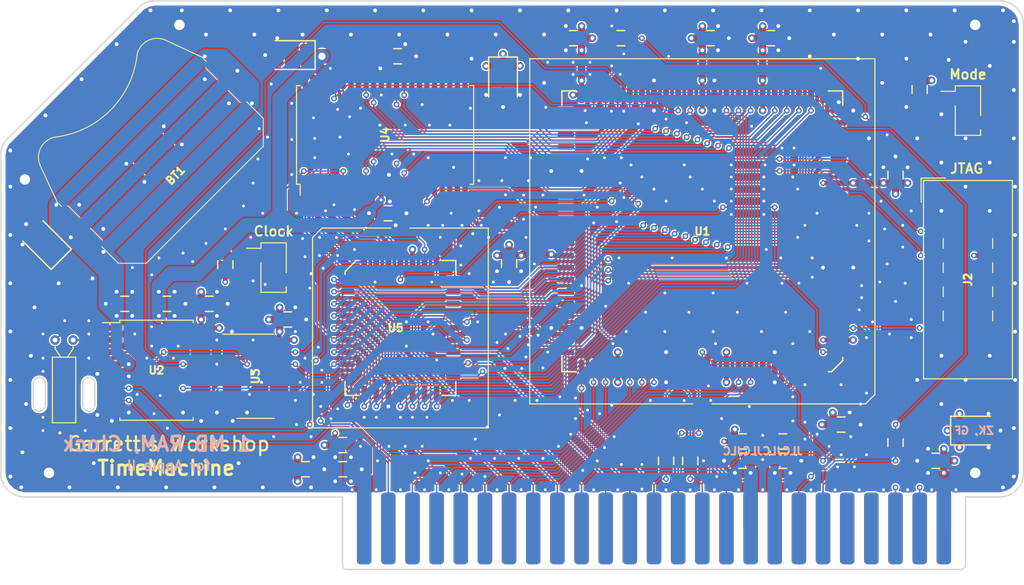
<source format=kicad_pcb>
(kicad_pcb (version 20171130) (host pcbnew "(5.1.5-0-10_14)")
  (layers (0 F.Cu signal) (1 In1.Cu power) (2 In2.Cu power) (31 B.Cu signal) (34 B.Paste user) (35 F.Paste user) (36 B.SilkS user) (37 F.SilkS user) (38 B.Mask user) (39 F.Mask user) (44 Edge.Cuts user))
  (net 0 "")
  (net 1 +5V)
  (net 2 GND)
  (net 3 /A4)
  (net 4 /D7)
  (net 5 /D6)
  (net 6 /A8)
  (net 7 /A7)
  (net 8 /A6)
  (net 9 /A5)
  (net 10 /A3)
  (net 11 /A2)
  (net 12 /A1)
  (net 13 /A0)
  (net 14 /A9)
  (net 15 /D1)
  (net 16 /D5)
  (net 17 /D0)
  (net 18 /D2)
  (net 19 /D3)
  (net 20 /D4)
  (net 21 /A10)
  (net 22 +12V)
  (net 23 -12V)
  (net 24 -5V)
  (net 25 /~IOSEL~)
  (net 26 /A11)
  (net 27 /A12)
  (net 28 /A13)
  (net 29 /A14)
  (net 30 /A15)
  (net 31 /R~W~)
  (net 32 /~IOSTRB~)
  (net 33 /RDY)
  (net 34 /DMA)
  (net 35 /~NMI~)
  (net 36 /~IRQ~)
  (net 37 /~RES~)
  (net 38 /~INH~)
  (net 39 /COLORREF)
  (net 40 /7M)
  (net 41 /Q3)
  (net 42 /PHI1)
  (net 43 /USER1)
  (net 44 /PHI0)
  (net 45 /~DEVSEL~)
  (net 46 /INTin)
  (net 47 /DMAin)
  (net 48 /TCK)
  (net 49 /TDO)
  (net 50 /TMS)
  (net 51 "Net-(J2-Pad6)")
  (net 52 "Net-(J2-Pad7)")
  (net 53 "Net-(J2-Pad8)")
  (net 54 /TDI)
  (net 55 /7Mr)
  (net 56 /PHI1r)
  (net 57 /RA0)
  (net 58 /RA1)
  (net 59 /RA2)
  (net 60 /RA3)
  (net 61 /RA4)
  (net 62 /RA5)
  (net 63 /RA6)
  (net 64 /RA7)
  (net 65 /RA8)
  (net 66 /RA9)
  (net 67 /RA10)
  (net 68 +BATT)
  (net 69 /RAMROM~CS~)
  (net 70 /RAMCS)
  (net 71 /RA11)
  (net 72 /RA12)
  (net 73 /RA13)
  (net 74 /RA14)
  (net 75 /RA15)
  (net 76 /RA16)
  (net 77 /RA17)
  (net 78 /RA18)
  (net 79 /RA19)
  (net 80 /RAMROM~CS~g)
  (net 81 +5C)
  (net 82 "Net-(U3-Pad10)")
  (net 83 "Net-(U4-Pad15)")
  (net 84 "Net-(U3-Pad2)")
  (net 85 "Net-(U4-Pad7)")
  (net 86 "Net-(U4-Pad8)")
  (net 87 "Net-(U4-Pad16)")
  (net 88 "Net-(U4-Pad29)")
  (net 89 "Net-(U4-Pad30)")
  (net 90 "Net-(U4-Pad37)")
  (net 91 "Net-(U4-Pad38)")
  (net 92 /C~RES~)
  (net 93 /VIDSYNC)
  (net 94 "Net-(JP1-Pad1)")
  (net 95 /RD7)
  (net 96 /RD6)
  (net 97 /RD5)
  (net 98 /RD4)
  (net 99 /RD3)
  (net 100 /RD2)
  (net 101 /RD1)
  (net 102 /RD0)
  (net 103 /RAMROMCSgb)
  (net 104 /ROM~CS~)
  (net 105 /~OE~)
  (net 106 "Net-(U3-Pad8)")
  (net 107 "Net-(U2-Pad1)")
  (net 108 "Net-(U2-Pad2)")
  (net 109 /DS~WE~)
  (net 110 /DS~OE~)
  (module Crystal:Crystal_C26-LF_D2.1mm_L6.5mm_Horizontal (layer F.Cu) (at 145.288 115.57)
    (fp_text reference Y1 hide)
    (fp_text value 32k768)
    (pad 2 thru_hole circle (at 1.9 0) (size 1 1) (drill 0.5) (layers *.Cu *.Mask) (net 108 "Net-(U2-Pad2)"))
    (pad 1 thru_hole circle (at 0 0) (size 1 1) (drill 0.5) (layers *.Cu *.Mask) (net 107 "Net-(U2-Pad1)"))
  )
  (module Connector_PinHeader_2.54mm:PinHeader_1x02_P2.54mm_Vertical_SMD_Pin1Left (layer F.Cu) (at 168.275 107.95)
    (fp_text reference JP2 hide)
    (fp_text value Clock (at 0 -3.81) (layer F.SilkS) (effects (font (size 1.016 1.016) (thickness 0.2032))))
    (pad 2 smd roundrect (at 1.655 1.27) (size 2.51 1) (layers F.Cu F.Paste F.Mask) (net 11 /A2))
    (pad 1 smd roundrect (at -1.655 -1.27) (size 2.51 1) (layers F.Cu F.Paste F.Mask) (net 109 /DS~WE~))
  )
  (module stdpads:SOIC-14_3.9mm (layer F.Cu) (at 166.37 119.38)
    (fp_text reference U3 (at 0 0 90) (layer F.SilkS) (effects (font (size 0.8128 0.8128) (thickness 0.2032))))
    (fp_text value 74AHCT04)
    (pad 5 smd roundrect (at -2.475 1.27) (size 1.95 0.6) (layers F.Cu F.Paste F.Mask) (net 80 /RAMROM~CS~g))
    (pad 3 smd roundrect (at -2.475 -1.27) (size 1.95 0.6) (layers F.Cu F.Paste F.Mask) (net 109 /DS~WE~))
    (pad 4 smd roundrect (at -2.475 0) (size 1.95 0.6) (layers F.Cu F.Paste F.Mask) (net 110 /DS~OE~))
    (pad 1 smd roundrect (at -2.475 -3.81) (size 1.95 0.6) (layers F.Cu F.Paste F.Mask) (net 2 GND))
    (pad 2 smd roundrect (at -2.475 -2.54) (size 1.95 0.6) (layers F.Cu F.Paste F.Mask) (net 84 "Net-(U3-Pad2)"))
    (pad 11 smd roundrect (at 2.475 0) (size 1.95 0.6) (layers F.Cu F.Paste F.Mask) (net 2 GND))
    (pad 10 smd roundrect (at 2.475 1.27) (size 1.95 0.6) (layers F.Cu F.Paste F.Mask) (net 82 "Net-(U3-Pad10)"))
    (pad 9 smd roundrect (at 2.475 2.54) (size 1.95 0.6) (layers F.Cu F.Paste F.Mask) (net 2 GND))
    (pad 6 smd roundrect (at -2.475 2.54) (size 1.95 0.6) (layers F.Cu F.Paste F.Mask) (net 103 /RAMROMCSgb))
    (pad 13 smd roundrect (at 2.475 -2.54) (size 1.95 0.6) (layers F.Cu F.Paste F.Mask) (net 31 /R~W~))
    (pad 8 smd roundrect (at 2.475 3.81) (size 1.95 0.6) (layers F.Cu F.Paste F.Mask) (net 106 "Net-(U3-Pad8)"))
    (pad 12 smd roundrect (at 2.475 -1.27) (size 1.95 0.6) (layers F.Cu F.Paste F.Mask) (net 105 /~OE~))
    (pad 7 smd roundrect (at -2.475 3.81) (size 1.95 0.6) (layers F.Cu F.Paste F.Mask) (net 2 GND))
    (pad 14 smd roundrect (at 2.475 -3.81) (size 1.95 0.6) (layers F.Cu F.Paste F.Mask) (net 1 +5V))
  )
  (module stdpads:PLCC-32_SMDSocket (layer F.Cu) (at 181.61 114.3)
    (fp_text reference U5 (at -0.508 0) (layer F.SilkS) (effects (font (size 0.8128 0.8128) (thickness 0.2032))))
    (fp_text value 39F040)
    (pad 1 smd roundrect (at 0 -6.8375) (size 0.6 1.475) (layers F.Cu F.Paste F.Mask) (net 78 /RA18))
    (pad 2 smd roundrect (at -1.27 -6.8375) (size 0.6 1.475) (layers F.Cu F.Paste F.Mask) (net 76 /RA16))
    (pad 3 smd roundrect (at -2.54 -6.8375) (size 0.6 1.475) (layers F.Cu F.Paste F.Mask) (net 75 /RA15))
    (pad 4 smd roundrect (at -3.81 -6.8375) (size 0.6 1.475) (layers F.Cu F.Paste F.Mask) (net 72 /RA12))
    (pad 5 smd roundrect (at -5.5625 -5.08) (size 1.475 0.6) (layers F.Cu F.Paste F.Mask) (net 7 /A7))
    (pad 6 smd roundrect (at -5.5625 -3.81) (size 1.475 0.6) (layers F.Cu F.Paste F.Mask) (net 8 /A6))
    (pad 7 smd roundrect (at -5.5625 -2.54) (size 1.475 0.6) (layers F.Cu F.Paste F.Mask) (net 9 /A5))
    (pad 8 smd roundrect (at -5.5625 -1.27) (size 1.475 0.6) (layers F.Cu F.Paste F.Mask) (net 3 /A4))
    (pad 9 smd roundrect (at -5.5625 0) (size 1.475 0.6) (layers F.Cu F.Paste F.Mask) (net 10 /A3))
    (pad 10 smd roundrect (at -5.5625 1.27) (size 1.475 0.6) (layers F.Cu F.Paste F.Mask) (net 11 /A2))
    (pad 11 smd roundrect (at -5.5625 2.54) (size 1.475 0.6) (layers F.Cu F.Paste F.Mask) (net 12 /A1))
    (pad 12 smd roundrect (at -5.5625 3.81) (size 1.475 0.6) (layers F.Cu F.Paste F.Mask) (net 13 /A0))
    (pad 13 smd roundrect (at -5.5625 5.08) (size 1.475 0.6) (layers F.Cu F.Paste F.Mask) (net 102 /RD0))
    (pad 14 smd roundrect (at -3.81 6.8375) (size 0.6 1.475) (layers F.Cu F.Paste F.Mask) (net 101 /RD1))
    (pad 15 smd roundrect (at -2.54 6.8375) (size 0.6 1.475) (layers F.Cu F.Paste F.Mask) (net 100 /RD2))
    (pad 16 smd roundrect (at -1.27 6.8375) (size 0.6 1.475) (layers F.Cu F.Paste F.Mask) (net 2 GND))
    (pad 17 smd roundrect (at 0 6.8375) (size 0.6 1.475) (layers F.Cu F.Paste F.Mask) (net 99 /RD3))
    (pad 18 smd roundrect (at 1.27 6.8375) (size 0.6 1.475) (layers F.Cu F.Paste F.Mask) (net 98 /RD4))
    (pad 19 smd roundrect (at 2.54 6.8375) (size 0.6 1.475) (layers F.Cu F.Paste F.Mask) (net 97 /RD5))
    (pad 20 smd roundrect (at 3.81 6.8375) (size 0.6 1.475) (layers F.Cu F.Paste F.Mask) (net 96 /RD6))
    (pad 21 smd roundrect (at 5.5625 5.08) (size 1.475 0.6) (layers F.Cu F.Paste F.Mask) (net 95 /RD7))
    (pad 22 smd roundrect (at 5.5625 3.81) (size 1.475 0.6) (layers F.Cu F.Paste F.Mask) (net 104 /ROM~CS~))
    (pad 23 smd roundrect (at 5.5625 2.54) (size 1.475 0.6) (layers F.Cu F.Paste F.Mask) (net 21 /A10))
    (pad 24 smd roundrect (at 5.5625 1.27) (size 1.475 0.6) (layers F.Cu F.Paste F.Mask) (net 105 /~OE~))
    (pad 25 smd roundrect (at 5.5625 0) (size 1.475 0.6) (layers F.Cu F.Paste F.Mask) (net 71 /RA11))
    (pad 26 smd roundrect (at 5.5625 -1.27) (size 1.475 0.6) (layers F.Cu F.Paste F.Mask) (net 14 /A9))
    (pad 27 smd roundrect (at 5.5625 -2.54) (size 1.475 0.6) (layers F.Cu F.Paste F.Mask) (net 6 /A8))
    (pad 28 smd roundrect (at 5.5625 -3.81) (size 1.475 0.6) (layers F.Cu F.Paste F.Mask) (net 73 /RA13))
    (pad 29 smd roundrect (at 5.5625 -5.08) (size 1.475 0.6) (layers F.Cu F.Paste F.Mask) (net 74 /RA14))
    (pad 30 smd roundrect (at 3.81 -6.8375) (size 0.6 1.475) (layers F.Cu F.Paste F.Mask) (net 77 /RA17))
    (pad 31 smd roundrect (at 2.54 -6.8375) (size 0.6 1.475) (layers F.Cu F.Paste F.Mask) (net 31 /R~W~))
    (pad 32 smd roundrect (at 1.27 -6.8375) (size 0.6 1.475) (layers F.Cu F.Paste F.Mask) (net 1 +5V))
  )
  (module stdpads:PLCC-84_SMDSocket (layer F.Cu) (at 213.36 104.14 180)
    (fp_text reference U1 (at 0 0) (layer F.SilkS) (effects (font (size 0.8128 0.8128) (thickness 0.2032))))
    (fp_text value EPM7128SL84)
    (pad 84 smd roundrect (at 1.27 -14.35 180) (size 0.6 1.7) (layers F.Cu F.Paste F.Mask) (net 27 /A12))
    (pad 83 smd roundrect (at 2.54 -14.35 180) (size 0.6 1.7) (layers F.Cu F.Paste F.Mask) (net 55 /7Mr))
    (pad 82 smd roundrect (at 3.81 -14.35 180) (size 0.6 1.7) (layers F.Cu F.Paste F.Mask) (net 2 GND))
    (pad 81 smd roundrect (at 5.08 -14.35 180) (size 0.6 1.7) (layers F.Cu F.Paste F.Mask) (net 16 /D5))
    (pad 80 smd roundrect (at 6.35 -14.35 180) (size 0.6 1.7) (layers F.Cu F.Paste F.Mask) (net 20 /D4))
    (pad 79 smd roundrect (at 7.62 -14.35 180) (size 0.6 1.7) (layers F.Cu F.Paste F.Mask) (net 19 /D3))
    (pad 78 smd roundrect (at 8.89 -14.35 180) (size 0.6 1.7) (layers F.Cu F.Paste F.Mask) (net 1 +5V))
    (pad 77 smd roundrect (at 10.16 -14.35 180) (size 0.6 1.7) (layers F.Cu F.Paste F.Mask) (net 18 /D2))
    (pad 76 smd roundrect (at 11.43 -14.35 180) (size 0.6 1.7) (layers F.Cu F.Paste F.Mask) (net 15 /D1))
    (pad 75 smd roundrect (at 12.7 -14.35 180) (size 0.6 1.7) (layers F.Cu F.Paste F.Mask) (net 17 /D0))
    (pad 74 smd roundrect (at 14.35 -12.7 180) (size 1.7 0.6) (layers F.Cu F.Paste F.Mask) (net 26 /A11))
    (pad 73 smd roundrect (at 14.35 -11.43 180) (size 1.7 0.6) (layers F.Cu F.Paste F.Mask) (net 14 /A9))
    (pad 72 smd roundrect (at 14.35 -10.16 180) (size 1.7 0.6) (layers F.Cu F.Paste F.Mask) (net 2 GND))
    (pad 71 smd roundrect (at 14.35 -8.89 180) (size 1.7 0.6) (layers F.Cu F.Paste F.Mask) (net 49 /TDO))
    (pad 70 smd roundrect (at 14.35 -7.62 180) (size 1.7 0.6) (layers F.Cu F.Paste F.Mask) (net 6 /A8))
    (pad 69 smd roundrect (at 14.35 -6.35 180) (size 1.7 0.6) (layers F.Cu F.Paste F.Mask) (net 73 /RA13))
    (pad 68 smd roundrect (at 14.35 -5.08 180) (size 1.7 0.6) (layers F.Cu F.Paste F.Mask) (net 77 /RA17))
    (pad 67 smd roundrect (at 14.35 -3.81 180) (size 1.7 0.6) (layers F.Cu F.Paste F.Mask) (net 74 /RA14))
    (pad 66 smd roundrect (at 14.35 -2.54 180) (size 1.7 0.6) (layers F.Cu F.Paste F.Mask) (net 1 +5V))
    (pad 65 smd roundrect (at 14.35 -1.27 180) (size 1.7 0.6) (layers F.Cu F.Paste F.Mask) (net 79 /RA19))
    (pad 64 smd roundrect (at 14.35 0 180) (size 1.7 0.6) (layers F.Cu F.Paste F.Mask) (net 61 /RA4))
    (pad 63 smd roundrect (at 14.35 1.27 180) (size 1.7 0.6) (layers F.Cu F.Paste F.Mask) (net 60 /RA3))
    (pad 62 smd roundrect (at 14.35 2.54 180) (size 1.7 0.6) (layers F.Cu F.Paste F.Mask) (net 48 /TCK))
    (pad 61 smd roundrect (at 14.35 3.81 180) (size 1.7 0.6) (layers F.Cu F.Paste F.Mask) (net 76 /RA16))
    (pad 60 smd roundrect (at 14.35 5.08 180) (size 1.7 0.6) (layers F.Cu F.Paste F.Mask) (net 72 /RA12))
    (pad 59 smd roundrect (at 14.35 6.35 180) (size 1.7 0.6) (layers F.Cu F.Paste F.Mask) (net 2 GND))
    (pad 58 smd roundrect (at 14.35 7.62 180) (size 1.7 0.6) (layers F.Cu F.Paste F.Mask) (net 63 /RA6))
    (pad 57 smd roundrect (at 14.35 8.89 180) (size 1.7 0.6) (layers F.Cu F.Paste F.Mask) (net 65 /RA8))
    (pad 56 smd roundrect (at 14.35 10.16 180) (size 1.7 0.6) (layers F.Cu F.Paste F.Mask) (net 67 /RA10))
    (pad 55 smd roundrect (at 14.35 11.43 180) (size 1.7 0.6) (layers F.Cu F.Paste F.Mask) (net 57 /RA0))
    (pad 54 smd roundrect (at 14.35 12.7 180) (size 1.7 0.6) (layers F.Cu F.Paste F.Mask) (net 59 /RA2))
    (pad 53 smd roundrect (at 12.7 14.35 180) (size 0.6 1.7) (layers F.Cu F.Paste F.Mask) (net 1 +5V))
    (pad 52 smd roundrect (at 11.43 14.35 180) (size 0.6 1.7) (layers F.Cu F.Paste F.Mask) (net 58 /RA1))
    (pad 51 smd roundrect (at 10.16 14.35 180) (size 0.6 1.7) (layers F.Cu F.Paste F.Mask) (net 71 /RA11))
    (pad 50 smd roundrect (at 8.89 14.35 180) (size 0.6 1.7) (layers F.Cu F.Paste F.Mask) (net 66 /RA9))
    (pad 49 smd roundrect (at 7.62 14.35 180) (size 0.6 1.7) (layers F.Cu F.Paste F.Mask) (net 64 /RA7))
    (pad 48 smd roundrect (at 6.35 14.35 180) (size 0.6 1.7) (layers F.Cu F.Paste F.Mask) (net 62 /RA5))
    (pad 47 smd roundrect (at 5.08 14.35 180) (size 0.6 1.7) (layers F.Cu F.Paste F.Mask) (net 2 GND))
    (pad 46 smd roundrect (at 3.81 14.35 180) (size 0.6 1.7) (layers F.Cu F.Paste F.Mask) (net 75 /RA15))
    (pad 45 smd roundrect (at 2.54 14.35 180) (size 0.6 1.7) (layers F.Cu F.Paste F.Mask) (net 70 /RAMCS))
    (pad 44 smd roundrect (at 1.27 14.35 180) (size 0.6 1.7) (layers F.Cu F.Paste F.Mask) (net 95 /RD7))
    (pad 43 smd roundrect (at 0 14.35 180) (size 0.6 1.7) (layers F.Cu F.Paste F.Mask) (net 1 +5V))
    (pad 42 smd roundrect (at -1.27 14.35 180) (size 0.6 1.7) (layers F.Cu F.Paste F.Mask) (net 2 GND))
    (pad 41 smd roundrect (at -2.54 14.35 180) (size 0.6 1.7) (layers F.Cu F.Paste F.Mask) (net 102 /RD0))
    (pad 40 smd roundrect (at -3.81 14.35 180) (size 0.6 1.7) (layers F.Cu F.Paste F.Mask) (net 101 /RD1))
    (pad 39 smd roundrect (at -5.08 14.35 180) (size 0.6 1.7) (layers F.Cu F.Paste F.Mask) (net 100 /RD2))
    (pad 38 smd roundrect (at -6.35 14.35 180) (size 0.6 1.7) (layers F.Cu F.Paste F.Mask) (net 1 +5V))
    (pad 37 smd roundrect (at -7.62 14.35 180) (size 0.6 1.7) (layers F.Cu F.Paste F.Mask) (net 99 /RD3))
    (pad 36 smd roundrect (at -8.89 14.35 180) (size 0.6 1.7) (layers F.Cu F.Paste F.Mask) (net 98 /RD4))
    (pad 35 smd roundrect (at -10.16 14.35 180) (size 0.6 1.7) (layers F.Cu F.Paste F.Mask) (net 97 /RD5))
    (pad 34 smd roundrect (at -11.43 14.35 180) (size 0.6 1.7) (layers F.Cu F.Paste F.Mask) (net 96 /RD6))
    (pad 33 smd roundrect (at -12.7 14.35 180) (size 0.6 1.7) (layers F.Cu F.Paste F.Mask) (net 103 /RAMROMCSgb))
    (pad 32 smd roundrect (at -14.35 12.7 180) (size 1.7 0.6) (layers F.Cu F.Paste F.Mask) (net 2 GND))
    (pad 31 smd roundrect (at -14.35 11.43 180) (size 1.7 0.6) (layers F.Cu F.Paste F.Mask) (net 7 /A7))
    (pad 30 smd roundrect (at -14.35 10.16 180) (size 1.7 0.6) (layers F.Cu F.Paste F.Mask) (net 8 /A6))
    (pad 29 smd roundrect (at -14.35 8.89 180) (size 1.7 0.6) (layers F.Cu F.Paste F.Mask) (net 9 /A5))
    (pad 28 smd roundrect (at -14.35 7.62 180) (size 1.7 0.6) (layers F.Cu F.Paste F.Mask) (net 3 /A4))
    (pad 27 smd roundrect (at -14.35 6.35 180) (size 1.7 0.6) (layers F.Cu F.Paste F.Mask) (net 10 /A3))
    (pad 26 smd roundrect (at -14.35 5.08 180) (size 1.7 0.6) (layers F.Cu F.Paste F.Mask) (net 1 +5V))
    (pad 25 smd roundrect (at -14.35 3.81 180) (size 1.7 0.6) (layers F.Cu F.Paste F.Mask) (net 11 /A2))
    (pad 24 smd roundrect (at -14.35 2.54 180) (size 1.7 0.6) (layers F.Cu F.Paste F.Mask) (net 12 /A1))
    (pad 23 smd roundrect (at -14.35 1.27 180) (size 1.7 0.6) (layers F.Cu F.Paste F.Mask) (net 50 /TMS))
    (pad 22 smd roundrect (at -14.35 0 180) (size 1.7 0.6) (layers F.Cu F.Paste F.Mask) (net 13 /A0))
    (pad 21 smd roundrect (at -14.35 -1.27 180) (size 1.7 0.6) (layers F.Cu F.Paste F.Mask) (net 21 /A10))
    (pad 20 smd roundrect (at -14.35 -2.54 180) (size 1.7 0.6) (layers F.Cu F.Paste F.Mask) (net 69 /RAMROM~CS~))
    (pad 19 smd roundrect (at -14.35 -3.81 180) (size 1.7 0.6) (layers F.Cu F.Paste F.Mask) (net 2 GND))
    (pad 18 smd roundrect (at -14.35 -5.08 180) (size 1.7 0.6) (layers F.Cu F.Paste F.Mask) (net 25 /~IOSEL~))
    (pad 17 smd roundrect (at -14.35 -6.35 180) (size 1.7 0.6) (layers F.Cu F.Paste F.Mask) (net 104 /ROM~CS~))
    (pad 16 smd roundrect (at -14.35 -7.62 180) (size 1.7 0.6) (layers F.Cu F.Paste F.Mask) (net 32 /~IOSTRB~))
    (pad 15 smd roundrect (at -14.35 -8.89 180) (size 1.7 0.6) (layers F.Cu F.Paste F.Mask) (net 38 /~INH~))
    (pad 14 smd roundrect (at -14.35 -10.16 180) (size 1.7 0.6) (layers F.Cu F.Paste F.Mask) (net 54 /TDI))
    (pad 13 smd roundrect (at -14.35 -11.43 180) (size 1.7 0.6) (layers F.Cu F.Paste F.Mask) (net 1 +5V))
    (pad 12 smd roundrect (at -14.35 -12.7 180) (size 1.7 0.6) (layers F.Cu F.Paste F.Mask) (net 78 /RA18))
    (pad 11 smd roundrect (at -12.7 -14.35 180) (size 0.6 1.7) (layers F.Cu F.Paste F.Mask) (net 45 /~DEVSEL~))
    (pad 10 smd roundrect (at -11.43 -14.35 180) (size 0.6 1.7) (layers F.Cu F.Paste F.Mask) (net 31 /R~W~))
    (pad 9 smd roundrect (at -10.16 -14.35 180) (size 0.6 1.7) (layers F.Cu F.Paste F.Mask) (net 30 /A15))
    (pad 8 smd roundrect (at -8.89 -14.35 180) (size 0.6 1.7) (layers F.Cu F.Paste F.Mask) (net 29 /A14))
    (pad 7 smd roundrect (at -7.62 -14.35 180) (size 0.6 1.7) (layers F.Cu F.Paste F.Mask) (net 2 GND))
    (pad 6 smd roundrect (at -6.35 -14.35 180) (size 0.6 1.7) (layers F.Cu F.Paste F.Mask) (net 28 /A13))
    (pad 5 smd roundrect (at -5.08 -14.35 180) (size 0.6 1.7) (layers F.Cu F.Paste F.Mask) (net 4 /D7))
    (pad 4 smd roundrect (at -3.81 -14.35 180) (size 0.6 1.7) (layers F.Cu F.Paste F.Mask) (net 5 /D6))
    (pad 3 smd roundrect (at -2.54 -14.35 180) (size 0.6 1.7) (layers F.Cu F.Paste F.Mask) (net 1 +5V))
    (pad 2 smd roundrect (at -1.27 -14.35 180) (size 0.6 1.7) (layers F.Cu F.Paste F.Mask) (net 56 /PHI1r))
    (pad 1 smd roundrect (at 0 -14.35 180) (size 0.6 1.7) (layers F.Cu F.Paste F.Mask) (net 37 /~RES~))
  )
  (module stdpads:C_0805 (layer F.Cu) (at 171.616 129.159)
    (fp_text reference C26 hide)
    (fp_text value 2u2 hide)
    (pad 1 smd roundrect (at -0.85 0) (size 1.05 1.4) (layers F.Cu F.Paste F.Mask) (net 1 +5V))
    (pad 2 smd roundrect (at 0.85 0) (size 1.05 1.4) (layers F.Cu F.Paste F.Mask) (net 2 GND))
  )
  (module stdpads:C_0805 (layer F.Cu) (at 175.553 126.619 180)
    (fp_text reference C25 hide)
    (fp_text value 2u2 hide)
    (pad 1 smd roundrect (at -0.85 0 180) (size 1.05 1.4) (layers F.Cu F.Paste F.Mask) (net 22 +12V))
    (pad 2 smd roundrect (at 0.85 0 180) (size 1.05 1.4) (layers F.Cu F.Paste F.Mask) (net 1 +5V))
  )
  (module stdpads:C_0805 (layer F.Cu) (at 221.83 126.238)
    (fp_text reference C24 hide)
    (fp_text value 2u2 hide)
    (pad 2 smd roundrect (at 0.85 0) (size 1.05 1.4) (layers F.Cu F.Paste F.Mask) (net 24 -5V))
    (pad 1 smd roundrect (at -0.85 0) (size 1.05 1.4) (layers F.Cu F.Paste F.Mask) (net 23 -12V))
  )
  (module stdpads:C_0805 (layer F.Cu) (at 217.59 126.238)
    (fp_text reference C20 hide)
    (fp_text value 2u2 hide)
    (pad 2 smd roundrect (at 0.85 0) (size 1.05 1.4) (layers F.Cu F.Paste F.Mask) (net 24 -5V))
    (pad 1 smd roundrect (at -0.85 0) (size 1.05 1.4) (layers F.Cu F.Paste F.Mask) (net 1 +5V))
  )
  (module stdpads:Keystone_3034_CR2032 (layer F.Cu) (at 155.702 96.012 225)
    (fp_text reference BT1 (at 0 -3.175 45) (layer F.SilkS) (effects (font (size 0.8128 0.8128) (thickness 0.2032))))
    (fp_text value CR2032)
    (pad 1 smd roundrect (at -11.049 0 225) (size 1.397 5.588) (layers F.Cu F.Paste F.Mask) (net 68 +BATT))
    (pad 1 smd roundrect (at 11.049 0 225) (size 1.397 5.588) (layers F.Cu F.Paste F.Mask) (net 68 +BATT))
    (pad 2 smd roundrect (at 0 0 225) (size 4.3 4.3) (layers F.Cu F.Paste F.Mask) (roundrect_rratio 0.15) (net 2 GND))
  )
  (module Connector_PinHeader_2.54mm:PinHeader_1x02_P2.54mm_Vertical_SMD_Pin1Left (layer F.Cu) (at 241.3 91.44)
    (fp_text reference JP1 hide)
    (fp_text value Mode (at 0 -3.81) (layer F.SilkS) (effects (font (size 1.016 1.016) (thickness 0.2032))))
    (pad 1 smd roundrect (at -1.655 -1.27) (size 2.51 1) (layers F.Cu F.Paste F.Mask) (net 94 "Net-(JP1-Pad1)"))
    (pad 2 smd roundrect (at 1.655 1.27) (size 2.51 1) (layers F.Cu F.Paste F.Mask) (net 71 /RA11))
  )
  (module stdpads:IDC_SMD_2x05_P2.54mm_Vertical (layer F.Cu) (at 241.3 109.22)
    (fp_text reference J2 (at 0 0 90) (layer F.SilkS) (effects (font (size 0.8128 0.8128) (thickness 0.2032))))
    (fp_text value JTAG (at -0.127 -11.684) (layer F.SilkS) (effects (font (size 1.016 1.016) (thickness 0.2032))))
    (pad 4 smd roundrect (at 2.52 -2.54) (size 3 1) (layers F.Cu F.Paste F.Mask) (net 1 +5V))
    (pad 5 smd roundrect (at -2.52 0) (size 3 1) (layers F.Cu F.Paste F.Mask) (net 50 /TMS))
    (pad 1 smd roundrect (at -2.52 -5.08) (size 3 1) (layers F.Cu F.Paste F.Mask) (net 48 /TCK))
    (pad 9 smd roundrect (at -2.52 5.08) (size 3 1) (layers F.Cu F.Paste F.Mask) (net 54 /TDI))
    (pad 7 smd roundrect (at -2.52 2.54) (size 3 1) (layers F.Cu F.Paste F.Mask) (net 52 "Net-(J2-Pad7)"))
    (pad 6 smd roundrect (at 2.52 0) (size 3 1) (layers F.Cu F.Paste F.Mask) (net 51 "Net-(J2-Pad6)"))
    (pad 3 smd roundrect (at -2.52 -2.54) (size 3 1) (layers F.Cu F.Paste F.Mask) (net 49 /TDO))
    (pad 8 smd roundrect (at 2.52 2.54) (size 3 1) (layers F.Cu F.Paste F.Mask) (net 53 "Net-(J2-Pad8)"))
    (pad 10 smd roundrect (at 2.52 5.08) (size 3 1) (layers F.Cu F.Paste F.Mask) (net 2 GND))
    (pad 2 smd roundrect (at 2.52 -5.08) (size 3 1) (layers F.Cu F.Paste F.Mask) (net 2 GND))
  )
  (module stdpads:Fiducial (layer F.Cu) (at 244.602 82.423 270)
    (fp_text reference FID1 hide)
    (fp_text value Fiducial hide)
    (pad ~ smd circle (at 0 0 270) (size 1 1) (layers F.Cu F.Mask) (clearance 0.575))
  )
  (module stdpads:Fiducial (layer F.Cu) (at 142.113 96.139 90)
    (fp_text reference FID2 hide)
    (fp_text value Fiducial hide)
    (pad ~ smd circle (at 0 0 90) (size 1 1) (layers F.Cu F.Mask) (clearance 0.575))
  )
  (module stdpads:Fiducial (layer F.Cu) (at 155.829 82.423 90)
    (fp_text reference FID3 hide)
    (fp_text value Fiducial hide)
    (pad ~ smd circle (at 0 0 90) (size 1 1) (layers F.Cu F.Mask) (clearance 0.575))
  )
  (module stdpads:Fiducial (layer F.Cu) (at 142.113 129.54)
    (fp_text reference FID5 hide)
    (fp_text value Fiducial hide)
    (pad ~ smd circle (at 0 0) (size 1 1) (layers F.Cu F.Mask) (clearance 0.575))
  )
  (module stdpads:Fiducial (layer F.Cu) (at 244.602 129.54)
    (fp_text reference FID4 hide)
    (fp_text value Fiducial hide)
    (pad ~ smd circle (at 0 0) (size 1 1) (layers F.Cu F.Mask) (clearance 0.575))
  )
  (module stdpads:C_0805 (layer F.Cu) (at 237.91 128.27 180)
    (fp_text reference C1 hide)
    (fp_text value 2u2 hide)
    (pad 2 smd roundrect (at 0.85 0 180) (size 1.05 1.4) (layers F.Cu F.Paste F.Mask) (net 2 GND))
    (pad 1 smd roundrect (at -0.85 0 180) (size 1.05 1.4) (layers F.Cu F.Paste F.Mask) (net 1 +5V))
  )
  (module stdpads:CP_EIA-3528 (layer F.Cu) (at 144.200823 105.338823 135)
    (fp_text reference C13 hide)
    (fp_text value 33u)
    (pad 2 smd roundrect (at 1.5375 0 135) (size 1.325 2.35) (layers F.Cu F.Paste F.Mask) (roundrect_rratio 0.188679) (net 2 GND))
    (pad 1 smd roundrect (at -1.5375 0 135) (size 1.325 2.35) (layers F.Cu F.Paste F.Mask) (roundrect_rratio 0.189) (net 68 +BATT))
  )
  (module stdpads:R_0805 (layer F.Cu) (at 163.195 107.635 270)
    (fp_text reference R4 hide)
    (fp_text value 4k7 hide)
    (pad 2 smd roundrect (at 0.95 0 270) (size 0.85 1.4) (layers F.Cu F.Paste F.Mask) (net 1 +5V))
    (pad 1 smd roundrect (at -0.95 0 270) (size 0.85 1.4) (layers F.Cu F.Paste F.Mask) (net 109 /DS~WE~))
  )
  (module stdpads:C_0805 (layer F.Cu) (at 181.317 85.725)
    (fp_text reference C16 hide)
    (fp_text value 2u2 hide)
    (pad 2 smd roundrect (at 0.85 0) (size 1.05 1.4) (layers F.Cu F.Paste F.Mask) (net 2 GND))
    (pad 1 smd roundrect (at -0.85 0) (size 1.05 1.4) (layers F.Cu F.Paste F.Mask) (net 81 +5C))
  )
  (module stdpads:C_0805 (layer F.Cu) (at 180.301 102.235)
    (fp_text reference C15 hide)
    (fp_text value 2u2 hide)
    (pad 1 smd roundrect (at -0.85 0) (size 1.05 1.4) (layers F.Cu F.Paste F.Mask) (net 81 +5C))
    (pad 2 smd roundrect (at 0.85 0) (size 1.05 1.4) (layers F.Cu F.Paste F.Mask) (net 2 GND))
  )
  (module stdpads:C_0805 (layer F.Cu) (at 169.76 113.411)
    (fp_text reference C8 hide)
    (fp_text value 2u2 hide)
    (pad 1 smd roundrect (at -0.85 0) (size 1.05 1.4) (layers F.Cu F.Paste F.Mask) (net 1 +5V))
    (pad 2 smd roundrect (at 0.85 0) (size 1.05 1.4) (layers F.Cu F.Paste F.Mask) (net 2 GND))
  )
  (module stdpads:C_0805 (layer F.Cu) (at 175.553 129.159 180)
    (fp_text reference C18 hide)
    (fp_text value 2u2 hide)
    (pad 2 smd roundrect (at 0.85 0 180) (size 1.05 1.4) (layers F.Cu F.Paste F.Mask) (net 2 GND))
    (pad 1 smd roundrect (at -0.85 0 180) (size 1.05 1.4) (layers F.Cu F.Paste F.Mask) (net 22 +12V))
  )
  (module stdpads:C_0805 (layer F.Cu) (at 199.81 83.82 180)
    (fp_text reference C6 hide)
    (fp_text value 2u2 hide)
    (pad 2 smd roundrect (at 0.85 0 180) (size 1.05 1.4) (layers F.Cu F.Paste F.Mask) (net 2 GND))
    (pad 1 smd roundrect (at -0.85 0 180) (size 1.05 1.4) (layers F.Cu F.Paste F.Mask) (net 1 +5V))
  )
  (module stdpads:PasteHole_1.1mm_PTH (layer F.Cu) (at 142.113 98.679 90)
    (fp_text reference H2 hide)
    (fp_text value " " hide)
    (pad 1 thru_hole circle (at 0 0 90) (size 2 2) (drill 1.1) (layers *.Cu *.Mask) (net 2 GND))
  )
  (module stdpads:PasteHole_1.1mm_PTH (layer F.Cu) (at 158.369 82.423 90)
    (fp_text reference H3 hide)
    (fp_text value " " hide)
    (pad 1 thru_hole circle (at 0 0 90) (size 2 2) (drill 1.1) (layers *.Cu *.Mask) (net 2 GND))
  )
  (module stdpads:PasteHole_1.1mm_PTH (layer F.Cu) (at 242.062 82.423 270)
    (fp_text reference H1 hide)
    (fp_text value " " hide)
    (pad 1 thru_hole circle (at 0 0 270) (size 2 2) (drill 1.1) (layers *.Cu *.Mask) (net 2 GND))
  )
  (module stdpads:AppleIIBus_Edge (layer F.Cu) (at 208.28 135.382)
    (fp_text reference J1 hide)
    (fp_text value AppleIIBus)
    (pad 26 smd roundrect (at 30.48 0 180) (size 1.524 7.54) (layers B.Cu B.Mask) (net 2 GND))
    (pad 27 smd roundrect (at 27.94 0 180) (size 1.524 7.54) (layers B.Cu B.Mask) (net 47 /DMAin))
    (pad 28 smd roundrect (at 25.4 0 180) (size 1.524 7.54) (layers B.Cu B.Mask) (net 46 /INTin))
    (pad 50 smd roundrect (at -30.48 0 180) (size 1.524 7.54) (layers B.Cu B.Mask) (net 22 +12V))
    (pad 49 smd roundrect (at -27.94 0 180) (size 1.524 7.54) (layers B.Cu B.Mask) (net 17 /D0))
    (pad 48 smd roundrect (at -25.4 0 180) (size 1.524 7.54) (layers B.Cu B.Mask) (net 15 /D1))
    (pad 47 smd roundrect (at -22.86 0 180) (size 1.524 7.54) (layers B.Cu B.Mask) (net 18 /D2))
    (pad 46 smd roundrect (at -20.32 0 180) (size 1.524 7.54) (layers B.Cu B.Mask) (net 19 /D3))
    (pad 45 smd roundrect (at -17.78 0 180) (size 1.524 7.54) (layers B.Cu B.Mask) (net 20 /D4))
    (pad 44 smd roundrect (at -15.24 0 180) (size 1.524 7.54) (layers B.Cu B.Mask) (net 16 /D5))
    (pad 43 smd roundrect (at -12.7 0 180) (size 1.524 7.54) (layers B.Cu B.Mask) (net 5 /D6))
    (pad 42 smd roundrect (at -10.16 0 180) (size 1.524 7.54) (layers B.Cu B.Mask) (net 4 /D7))
    (pad 41 smd roundrect (at -7.62 0 180) (size 1.524 7.54) (layers B.Cu B.Mask) (net 45 /~DEVSEL~))
    (pad 40 smd roundrect (at -5.08 0 180) (size 1.524 7.54) (layers B.Cu B.Mask) (net 44 /PHI0))
    (pad 39 smd roundrect (at -2.54 0 180) (size 1.524 7.54) (layers B.Cu B.Mask) (net 43 /USER1))
    (pad 38 smd roundrect (at 0 0 180) (size 1.524 7.54) (layers B.Cu B.Mask) (net 42 /PHI1))
    (pad 37 smd roundrect (at 2.54 0 180) (size 1.524 7.54) (layers B.Cu B.Mask) (net 41 /Q3))
    (pad 36 smd roundrect (at 5.08 0 180) (size 1.524 7.54) (layers B.Cu B.Mask) (net 40 /7M))
    (pad 35 smd roundrect (at 7.62 0 180) (size 1.524 7.54) (layers B.Cu B.Mask) (net 39 /COLORREF))
    (pad 34 smd roundrect (at 10.16 0 180) (size 1.524 7.54) (layers B.Cu B.Mask) (net 24 -5V))
    (pad 33 smd roundrect (at 12.7 0 180) (size 1.524 7.54) (layers B.Cu B.Mask) (net 23 -12V))
    (pad 32 smd roundrect (at 15.24 0 180) (size 1.524 7.54) (layers B.Cu B.Mask) (net 38 /~INH~))
    (pad 31 smd roundrect (at 17.78 0 180) (size 1.524 7.54) (layers B.Cu B.Mask) (net 37 /~RES~))
    (pad 30 smd roundrect (at 20.32 0 180) (size 1.524 7.54) (layers B.Cu B.Mask) (net 36 /~IRQ~))
    (pad 29 smd roundrect (at 22.86 0 180) (size 1.524 7.54) (layers B.Cu B.Mask) (net 35 /~NMI~))
    (pad 25 smd roundrect (at 30.48 0 180) (size 1.524 7.54) (layers F.Cu F.Mask) (net 1 +5V))
    (pad 24 smd roundrect (at 27.94 0 180) (size 1.524 7.54) (layers F.Cu F.Mask) (net 47 /DMAin))
    (pad 23 smd roundrect (at 25.4 0 180) (size 1.524 7.54) (layers F.Cu F.Mask) (net 46 /INTin))
    (pad 22 smd roundrect (at 22.86 0 180) (size 1.524 7.54) (layers F.Cu F.Mask) (net 34 /DMA))
    (pad 21 smd roundrect (at 20.32 0 180) (size 1.524 7.54) (layers F.Cu F.Mask) (net 33 /RDY))
    (pad 20 smd roundrect (at 17.78 0 180) (size 1.524 7.54) (layers F.Cu F.Mask) (net 32 /~IOSTRB~))
    (pad 19 smd roundrect (at 15.24 0 180) (size 1.524 7.54) (layers F.Cu F.Mask) (net 93 /VIDSYNC))
    (pad 18 smd roundrect (at 12.7 0 180) (size 1.524 7.54) (layers F.Cu F.Mask) (net 31 /R~W~))
    (pad 17 smd roundrect (at 10.16 0 180) (size 1.524 7.54) (layers F.Cu F.Mask) (net 30 /A15))
    (pad 16 smd roundrect (at 7.62 0 180) (size 1.524 7.54) (layers F.Cu F.Mask) (net 29 /A14))
    (pad 15 smd roundrect (at 5.08 0 180) (size 1.524 7.54) (layers F.Cu F.Mask) (net 28 /A13))
    (pad 14 smd roundrect (at 2.54 0 180) (size 1.524 7.54) (layers F.Cu F.Mask) (net 27 /A12))
    (pad 13 smd roundrect (at 0 0 180) (size 1.524 7.54) (layers F.Cu F.Mask) (net 26 /A11))
    (pad 12 smd roundrect (at -2.54 0 180) (size 1.524 7.54) (layers F.Cu F.Mask) (net 21 /A10))
    (pad 11 smd roundrect (at -5.08 0 180) (size 1.524 7.54) (layers F.Cu F.Mask) (net 14 /A9))
    (pad 10 smd roundrect (at -7.62 0 180) (size 1.524 7.54) (layers F.Cu F.Mask) (net 6 /A8))
    (pad 9 smd roundrect (at -10.16 0 180) (size 1.524 7.54) (layers F.Cu F.Mask) (net 7 /A7))
    (pad 8 smd roundrect (at -12.7 0 180) (size 1.524 7.54) (layers F.Cu F.Mask) (net 8 /A6))
    (pad 7 smd roundrect (at -15.24 0 180) (size 1.524 7.54) (layers F.Cu F.Mask) (net 9 /A5))
    (pad 6 smd roundrect (at -17.78 0 180) (size 1.524 7.54) (layers F.Cu F.Mask) (net 3 /A4))
    (pad 5 smd roundrect (at -20.32 0 180) (size 1.524 7.54) (layers F.Cu F.Mask) (net 10 /A3))
    (pad 4 smd roundrect (at -22.86 0 180) (size 1.524 7.54) (layers F.Cu F.Mask) (net 11 /A2))
    (pad 3 smd roundrect (at -25.4 0 180) (size 1.524 7.54) (layers F.Cu F.Mask) (net 12 /A1))
    (pad 2 smd roundrect (at -27.94 0 180) (size 1.524 7.54) (layers F.Cu F.Mask) (net 13 /A0))
    (pad 1 smd roundrect (at -30.48 0 180) (size 1.524 7.54) (layers F.Cu F.Mask) (net 25 /~IOSEL~))
  )
  (module stdpads:PasteHole_1.1mm_PTH (layer F.Cu) (at 242.062 129.54)
    (fp_text reference H4 hide)
    (fp_text value " " hide)
    (pad 1 thru_hole circle (at 0 0) (size 2 2) (drill 1.1) (layers *.Cu *.Mask) (net 2 GND))
  )
  (module stdpads:PasteHole_1.1mm_PTH (layer F.Cu) (at 144.653 129.54)
    (fp_text reference H5 hide)
    (fp_text value " " hide)
    (pad 1 thru_hole circle (at 0 0) (size 2 2) (drill 1.1) (layers *.Cu *.Mask) (net 2 GND))
  )
  (module stdpads:C_0805 (layer F.Cu) (at 221.83 128.27 180)
    (fp_text reference C21 hide)
    (fp_text value 2u2 hide)
    (pad 1 smd roundrect (at -0.85 0 180) (size 1.05 1.4) (layers F.Cu F.Paste F.Mask) (net 2 GND))
    (pad 2 smd roundrect (at 0.85 0 180) (size 1.05 1.4) (layers F.Cu F.Paste F.Mask) (net 23 -12V))
  )
  (module stdpads:C_0805 (layer F.Cu) (at 217.59 128.27)
    (fp_text reference C19 hide)
    (fp_text value 2u2 hide)
    (pad 1 smd roundrect (at -0.85 0) (size 1.05 1.4) (layers F.Cu F.Paste F.Mask) (net 2 GND))
    (pad 2 smd roundrect (at 0.85 0) (size 1.05 1.4) (layers F.Cu F.Paste F.Mask) (net 24 -5V))
  )
  (module stdpads:R_0805 (layer F.Cu) (at 212.09 128.27 270)
    (fp_text reference R3 hide)
    (fp_text value 15 hide)
    (pad 1 smd roundrect (at -0.95 0 270) (size 0.85 1.4) (layers F.Cu F.Paste F.Mask) (net 55 /7Mr))
    (pad 2 smd roundrect (at 0.95 0 270) (size 0.85 1.4) (layers F.Cu F.Paste F.Mask) (net 40 /7M))
  )
  (module stdpads:R_0805 (layer F.Cu) (at 209.55 128.27 270)
    (fp_text reference R1 hide)
    (fp_text value 100 hide)
    (pad 2 smd roundrect (at 0.95 0 270) (size 0.85 1.4) (layers F.Cu F.Paste F.Mask) (net 42 /PHI1))
    (pad 1 smd roundrect (at -0.95 0 270) (size 0.85 1.4) (layers F.Cu F.Paste F.Mask) (net 56 /PHI1r))
  )
  (module stdpads:C_0805 (layer F.Cu) (at 214.21 83.82)
    (fp_text reference C5 hide)
    (fp_text value 2u2 hide)
    (pad 1 smd roundrect (at -0.85 0) (size 1.05 1.4) (layers F.Cu F.Paste F.Mask) (net 1 +5V))
    (pad 2 smd roundrect (at 0.85 0) (size 1.05 1.4) (layers F.Cu F.Paste F.Mask) (net 2 GND))
  )
  (module stdpads:C_0805 (layer F.Cu) (at 220.56 83.82)
    (fp_text reference C4 hide)
    (fp_text value 2u2 hide)
    (pad 2 smd roundrect (at 0.85 0) (size 1.05 1.4) (layers F.Cu F.Paste F.Mask) (net 2 GND))
    (pad 1 smd roundrect (at -0.85 0) (size 1.05 1.4) (layers F.Cu F.Paste F.Mask) (net 1 +5V))
  )
  (module stdpads:C_0805 (layer F.Cu) (at 233.68 98.21 90)
    (fp_text reference C3 hide)
    (fp_text value 2u2 hide)
    (pad 1 smd roundrect (at -0.85 0 90) (size 1.05 1.4) (layers F.Cu F.Paste F.Mask) (net 1 +5V))
    (pad 2 smd roundrect (at 0.85 0 90) (size 1.05 1.4) (layers F.Cu F.Paste F.Mask) (net 2 GND))
  )
  (module stdpads:C_0805 (layer F.Cu) (at 227.965 124.46)
    (fp_text reference C2 hide)
    (fp_text value 2u2 hide)
    (pad 1 smd roundrect (at -0.85 0) (size 1.05 1.4) (layers F.Cu F.Paste F.Mask) (net 1 +5V))
    (pad 2 smd roundrect (at 0.85 0) (size 1.05 1.4) (layers F.Cu F.Paste F.Mask) (net 2 GND))
  )
  (module stdpads:C_0805 (layer F.Cu) (at 193.04 107.53 270)
    (fp_text reference C7 hide)
    (fp_text value 2u2 hide)
    (pad 1 smd roundrect (at -0.85 0 270) (size 1.05 1.4) (layers F.Cu F.Paste F.Mask) (net 1 +5V))
    (pad 2 smd roundrect (at 0.85 0 270) (size 1.05 1.4) (layers F.Cu F.Paste F.Mask) (net 2 GND))
  )
  (module stdpads:CP_EIA-3528 (layer F.Cu) (at 241.935 125.095)
    (fp_text reference C10 hide)
    (fp_text value DNP)
    (pad 2 smd roundrect (at 1.5375 0) (size 1.325 2.35) (layers F.Cu F.Paste F.Mask) (roundrect_rratio 0.188679) (net 2 GND))
    (pad 1 smd roundrect (at -1.5375 0) (size 1.325 2.35) (layers F.Cu F.Paste F.Mask) (roundrect_rratio 0.188679) (net 1 +5V))
  )
  (module stdpads:SOIC-16_7.5mm (layer F.Cu) (at 155.956 118.745)
    (fp_text reference U2 (at 0 0) (layer F.SilkS) (effects (font (size 0.8128 0.8128) (thickness 0.2032))))
    (fp_text value DS1315S-5)
    (pad 1 smd roundrect (at -4.65 -4.445) (size 2.05 0.6) (layers F.Cu F.Paste F.Mask) (net 107 "Net-(U2-Pad1)"))
    (pad 2 smd roundrect (at -4.65 -3.175) (size 2.05 0.6) (layers F.Cu F.Paste F.Mask) (net 108 "Net-(U2-Pad2)"))
    (pad 3 smd roundrect (at -4.65 -1.905) (size 2.05 0.6) (layers F.Cu F.Paste F.Mask) (net 109 /DS~WE~))
    (pad 4 smd roundrect (at -4.65 -0.635) (size 2.05 0.6) (layers F.Cu F.Paste F.Mask) (net 68 +BATT))
    (pad 5 smd roundrect (at -4.65 0.635) (size 2.05 0.6) (layers F.Cu F.Paste F.Mask) (net 2 GND))
    (pad 6 smd roundrect (at -4.65 1.905) (size 2.05 0.6) (layers F.Cu F.Paste F.Mask) (net 13 /A0))
    (pad 7 smd roundrect (at -4.65 3.175) (size 2.05 0.6) (layers F.Cu F.Paste F.Mask) (net 17 /D0))
    (pad 8 smd roundrect (at -4.65 4.445) (size 2.05 0.6) (layers F.Cu F.Paste F.Mask) (net 2 GND))
    (pad 9 smd roundrect (at 4.65 4.445) (size 2.05 0.6) (layers F.Cu F.Paste F.Mask) (net 2 GND))
    (pad 10 smd roundrect (at 4.65 3.175) (size 2.05 0.6) (layers F.Cu F.Paste F.Mask) (net 80 /RAMROM~CS~g))
    (pad 11 smd roundrect (at 4.65 1.905) (size 2.05 0.6) (layers F.Cu F.Paste F.Mask) (net 69 /RAMROM~CS~))
    (pad 12 smd roundrect (at 4.65 0.635) (size 2.05 0.6) (layers F.Cu F.Paste F.Mask) (net 110 /DS~OE~))
    (pad 13 smd roundrect (at 4.65 -0.635) (size 2.05 0.6) (layers F.Cu F.Paste F.Mask) (net 92 /C~RES~))
    (pad 14 smd roundrect (at 4.65 -1.905) (size 2.05 0.6) (layers F.Cu F.Paste F.Mask) (net 2 GND))
    (pad 15 smd roundrect (at 4.65 -3.175) (size 2.05 0.6) (layers F.Cu F.Paste F.Mask) (net 81 +5C))
    (pad 16 smd roundrect (at 4.65 -4.445) (size 2.05 0.6) (layers F.Cu F.Paste F.Mask) (net 1 +5V))
  )
  (module stdpads:C_0805 (layer F.Cu) (at 161.505 111.76)
    (fp_text reference C9 hide)
    (fp_text value 2u2 hide)
    (pad 1 smd roundrect (at -0.85 0) (size 1.05 1.4) (layers F.Cu F.Paste F.Mask) (net 1 +5V))
    (pad 2 smd roundrect (at 0.85 0) (size 1.05 1.4) (layers F.Cu F.Paste F.Mask) (net 2 GND))
  )
  (module stdpads:CP_EIA-3528 (layer F.Cu) (at 192.405 88.265 270)
    (fp_text reference C11 hide)
    (fp_text value DNP)
    (pad 2 smd roundrect (at 1.5375 0 270) (size 1.325 2.35) (layers F.Cu F.Paste F.Mask) (roundrect_rratio 0.188679) (net 2 GND))
    (pad 1 smd roundrect (at -1.5375 0 270) (size 1.325 2.35) (layers F.Cu F.Paste F.Mask) (roundrect_rratio 0.188679) (net 1 +5V))
  )
  (module stdpads:C_0805 (layer F.Cu) (at 152.615 111.76)
    (fp_text reference C12 hide)
    (fp_text value 2u2 hide)
    (pad 1 smd roundrect (at -0.85 0) (size 1.05 1.4) (layers F.Cu F.Paste F.Mask) (net 68 +BATT))
    (pad 2 smd roundrect (at 0.85 0) (size 1.05 1.4) (layers F.Cu F.Paste F.Mask) (net 2 GND))
  )
  (module stdpads:C_0805 (layer F.Cu) (at 157.06 111.76)
    (fp_text reference C14 hide)
    (fp_text value 2u2 hide)
    (pad 2 smd roundrect (at 0.85 0) (size 1.05 1.4) (layers F.Cu F.Paste F.Mask) (net 2 GND))
    (pad 1 smd roundrect (at -0.85 0) (size 1.05 1.4) (layers F.Cu F.Paste F.Mask) (net 81 +5C))
  )
  (module stdpads:CP_EIA-3528 (layer F.Cu) (at 170.18 85.598 180)
    (fp_text reference C17 hide)
    (fp_text value DNP)
    (pad 1 smd roundrect (at -1.5375 0 180) (size 1.325 2.35) (layers F.Cu F.Paste F.Mask) (roundrect_rratio 0.188679) (net 81 +5C))
    (pad 2 smd roundrect (at 1.5375 0 180) (size 1.325 2.35) (layers F.Cu F.Paste F.Mask) (roundrect_rratio 0.188679) (net 2 GND))
  )
  (module stdpads:TSOP-II-44_400mil_P0.8mm (layer F.Cu) (at 180 94 90)
    (fp_text reference U4 (at 0 0 90) (layer F.SilkS) (effects (font (size 0.8128 0.8128) (thickness 0.2032))))
    (fp_text value AS6C8008)
    (pad 1 smd roundrect (at -5.5875 -8.4 90) (size 1.525 0.55) (layers F.Cu F.Paste F.Mask) (net 73 /RA13))
    (pad 2 smd roundrect (at -5.5875 -7.6 90) (size 1.525 0.55) (layers F.Cu F.Paste F.Mask) (net 72 /RA12))
    (pad 3 smd roundrect (at -5.5875 -6.8 90) (size 1.525 0.55) (layers F.Cu F.Paste F.Mask) (net 75 /RA15))
    (pad 4 smd roundrect (at -5.5875 -6 90) (size 1.525 0.55) (layers F.Cu F.Paste F.Mask) (net 76 /RA16))
    (pad 5 smd roundrect (at -5.5875 -5.2 90) (size 1.525 0.55) (layers F.Cu F.Paste F.Mask) (net 78 /RA18))
    (pad 6 smd roundrect (at -5.5875 -4.4 90) (size 1.525 0.55) (layers F.Cu F.Paste F.Mask) (net 80 /RAMROM~CS~g))
    (pad 7 smd roundrect (at -5.5875 -3.6 90) (size 1.525 0.55) (layers F.Cu F.Paste F.Mask) (net 85 "Net-(U4-Pad7)"))
    (pad 8 smd roundrect (at -5.5875 -2.8 90) (size 1.525 0.55) (layers F.Cu F.Paste F.Mask) (net 86 "Net-(U4-Pad8)"))
    (pad 9 smd roundrect (at -5.5875 -2 90) (size 1.525 0.55) (layers F.Cu F.Paste F.Mask) (net 99 /RD3))
    (pad 10 smd roundrect (at -5.5875 -1.2 90) (size 1.525 0.55) (layers F.Cu F.Paste F.Mask) (net 98 /RD4))
    (pad 11 smd roundrect (at -5.5875 -0.4 90) (size 1.525 0.55) (layers F.Cu F.Paste F.Mask) (net 81 +5C))
    (pad 12 smd roundrect (at -5.5875 0.4 90) (size 1.525 0.55) (layers F.Cu F.Paste F.Mask) (net 2 GND))
    (pad 13 smd roundrect (at -5.5875 1.2 90) (size 1.525 0.55) (layers F.Cu F.Paste F.Mask) (net 97 /RD5))
    (pad 14 smd roundrect (at -5.5875 2 90) (size 1.525 0.55) (layers F.Cu F.Paste F.Mask) (net 96 /RD6))
    (pad 15 smd roundrect (at -5.5875 2.8 90) (size 1.525 0.55) (layers F.Cu F.Paste F.Mask) (net 83 "Net-(U4-Pad15)"))
    (pad 16 smd roundrect (at -5.5875 3.6 90) (size 1.525 0.55) (layers F.Cu F.Paste F.Mask) (net 87 "Net-(U4-Pad16)"))
    (pad 17 smd roundrect (at -5.5875 4.4 90) (size 1.525 0.55) (layers F.Cu F.Paste F.Mask) (net 31 /R~W~))
    (pad 18 smd roundrect (at -5.5875 5.2 90) (size 1.525 0.55) (layers F.Cu F.Paste F.Mask) (net 77 /RA17))
    (pad 19 smd roundrect (at -5.5875 6 90) (size 1.525 0.55) (layers F.Cu F.Paste F.Mask) (net 74 /RA14))
    (pad 20 smd roundrect (at -5.5875 6.8 90) (size 1.525 0.55) (layers F.Cu F.Paste F.Mask) (net 79 /RA19))
    (pad 21 smd roundrect (at -5.5875 7.6 90) (size 1.525 0.55) (layers F.Cu F.Paste F.Mask) (net 61 /RA4))
    (pad 22 smd roundrect (at -5.5875 8.4 90) (size 1.525 0.55) (layers F.Cu F.Paste F.Mask) (net 60 /RA3))
    (pad 23 smd roundrect (at 5.5875 8.4 90) (size 1.525 0.55) (layers F.Cu F.Paste F.Mask) (net 59 /RA2))
    (pad 24 smd roundrect (at 5.5875 7.6 90) (size 1.525 0.55) (layers F.Cu F.Paste F.Mask) (net 58 /RA1))
    (pad 25 smd roundrect (at 5.5875 6.8 90) (size 1.525 0.55) (layers F.Cu F.Paste F.Mask) (net 57 /RA0))
    (pad 26 smd roundrect (at 5.5875 6 90) (size 1.525 0.55) (layers F.Cu F.Paste F.Mask) (net 71 /RA11))
    (pad 27 smd roundrect (at 5.5875 5.2 90) (size 1.525 0.55) (layers F.Cu F.Paste F.Mask) (net 67 /RA10))
    (pad 28 smd roundrect (at 5.5875 4.4 90) (size 1.525 0.55) (layers F.Cu F.Paste F.Mask) (net 66 /RA9))
    (pad 29 smd roundrect (at 5.5875 3.6 90) (size 1.525 0.55) (layers F.Cu F.Paste F.Mask) (net 88 "Net-(U4-Pad29)"))
    (pad 30 smd roundrect (at 5.5875 2.8 90) (size 1.525 0.55) (layers F.Cu F.Paste F.Mask) (net 89 "Net-(U4-Pad30)"))
    (pad 31 smd roundrect (at 5.5875 2 90) (size 1.525 0.55) (layers F.Cu F.Paste F.Mask) (net 95 /RD7))
    (pad 32 smd roundrect (at 5.5875 1.2 90) (size 1.525 0.55) (layers F.Cu F.Paste F.Mask) (net 102 /RD0))
    (pad 33 smd roundrect (at 5.5875 0.4 90) (size 1.525 0.55) (layers F.Cu F.Paste F.Mask) (net 81 +5C))
    (pad 34 smd roundrect (at 5.5875 -0.4 90) (size 1.525 0.55) (layers F.Cu F.Paste F.Mask) (net 2 GND))
    (pad 35 smd roundrect (at 5.5875 -1.2 90) (size 1.525 0.55) (layers F.Cu F.Paste F.Mask) (net 101 /RD1))
    (pad 36 smd roundrect (at 5.5875 -2 90) (size 1.525 0.55) (layers F.Cu F.Paste F.Mask) (net 100 /RD2))
    (pad 37 smd roundrect (at 5.5875 -2.8 90) (size 1.525 0.55) (layers F.Cu F.Paste F.Mask) (net 90 "Net-(U4-Pad37)"))
    (pad 38 smd roundrect (at 5.5875 -3.6 90) (size 1.525 0.55) (layers F.Cu F.Paste F.Mask) (net 91 "Net-(U4-Pad38)"))
    (pad 39 smd roundrect (at 5.5875 -4.4 90) (size 1.525 0.55) (layers F.Cu F.Paste F.Mask) (net 65 /RA8))
    (pad 40 smd roundrect (at 5.5875 -5.2 90) (size 1.525 0.55) (layers F.Cu F.Paste F.Mask) (net 70 /RAMCS))
    (pad 41 smd roundrect (at 5.5875 -6 90) (size 1.525 0.55) (layers F.Cu F.Paste F.Mask) (net 2 GND))
    (pad 42 smd roundrect (at 5.5875 -6.8 90) (size 1.525 0.55) (layers F.Cu F.Paste F.Mask) (net 64 /RA7))
    (pad 43 smd roundrect (at 5.5875 -7.6 90) (size 1.525 0.55) (layers F.Cu F.Paste F.Mask) (net 63 /RA6))
    (pad 44 smd roundrect (at 5.5875 -8.4 90) (size 1.525 0.55) (layers F.Cu F.Paste F.Mask) (net 62 /RA5))
  )
  (module stdpads:R_0805 (layer F.Cu) (at 204.79 83.82)
    (fp_text reference R2 hide)
    (fp_text value 22k hide)
    (pad 2 smd roundrect (at 0.95 0) (size 0.85 1.4) (layers F.Cu F.Paste F.Mask) (net 71 /RA11))
    (pad 1 smd roundrect (at -0.95 0) (size 0.85 1.4) (layers F.Cu F.Paste F.Mask) (net 2 GND))
  )
  (module stdpads:R_0805 (layer F.Cu) (at 236.22 89.22 90)
    (fp_text reference R5 hide)
    (fp_text value 4k7 hide)
    (pad 2 smd roundrect (at 0.95 0 90) (size 0.85 1.4) (layers F.Cu F.Paste F.Mask) (net 1 +5V))
    (pad 1 smd roundrect (at -0.95 0 90) (size 0.85 1.4) (layers F.Cu F.Paste F.Mask) (net 94 "Net-(JP1-Pad1)"))
  )
  (module stdpads:R_0805 (layer F.Cu) (at 233.68 126.365 270)
    (fp_text reference R6 hide)
    (fp_text value 4k7 hide)
    (pad 1 smd roundrect (at -0.95 0 270) (size 0.85 1.4) (layers F.Cu F.Paste F.Mask) (net 92 /C~RES~))
    (pad 2 smd roundrect (at 0.95 0 270) (size 0.85 1.4) (layers F.Cu F.Paste F.Mask) (net 37 /~RES~))
  )
  (gr_arc (start 148.844 120.142) (end 149.479 120.142) (angle -180) (layer Edge.Cuts) (width 0.15))
  (gr_line (start 149.479 120.142) (end 149.479 122.428) (layer Edge.Cuts) (width 0.15))
  (gr_arc (start 148.844 122.428) (end 148.209 122.428) (angle -180) (layer Edge.Cuts) (width 0.15))
  (gr_line (start 148.209 120.142) (end 148.209 122.428) (layer Edge.Cuts) (width 0.15))
  (gr_line (start 143.002 120.142) (end 143.002 122.428) (layer Edge.Cuts) (width 0.15))
  (gr_line (start 144.272 120.142) (end 144.272 122.428) (layer Edge.Cuts) (width 0.15))
  (gr_arc (start 143.637 122.428) (end 143.002 122.428) (angle -180) (layer Edge.Cuts) (width 0.15))
  (gr_arc (start 143.637 120.142) (end 144.272 120.142) (angle -180) (layer Edge.Cuts) (width 0.15))
  (gr_arc (start 155.829 82.423) (end 155.829 79.883) (angle -36.86989765) (layer Edge.Cuts) (width 0.15))
  (gr_arc (start 142.113 96.139) (end 139.573 96.139) (angle 36.86992923) (layer Edge.Cuts) (width 0.15))
  (gr_line (start 154.305 80.391) (end 140.081 94.615) (layer Edge.Cuts) (width 0.15))
  (gr_arc (start 244.602 82.423) (end 247.142 82.423) (angle -90) (layer Edge.Cuts) (width 0.15))
  (gr_text JLCJLCJLCJLC (at 219.71 127.254) (layer B.SilkS) (effects (font (size 0.8128 0.8128) (thickness 0.2032)) (justify mirror)))
  (gr_text "ZK, GF" (at 241.935 125.095) (layer B.SilkS) (effects (font (size 0.8128 0.8128) (thickness 0.2032)) (justify mirror)))
  (gr_text TimeMachine (at 156.972 129.032) (layer F.SilkS) (effects (font (size 1.524 1.524) (thickness 0.3))))
  (gr_text "Garrett’s Workshop" (at 157.226 126.492) (layer F.SilkS) (effects (font (size 1.5 1.5) (thickness 0.225))))
  (gr_text "for Apple II" (at 157.226 128.778) (layer B.SilkS) (effects (font (size 1.016 1.016) (thickness 0.2)) (justify mirror)))
  (gr_text "1 MB RAM, Clock" (at 155.956 126.492) (layer B.SilkS) (effects (font (size 1.524 1.524) (thickness 0.3)) (justify mirror)))
  (gr_arc (start 244.602 129.54) (end 244.602 132.08) (angle -90) (layer Edge.Cuts) (width 0.15))
  (gr_line (start 241.046 132.08) (end 241.046 139.192) (layer Edge.Cuts) (width 0.15))
  (gr_line (start 244.602 132.08) (end 241.046 132.08) (layer Edge.Cuts) (width 0.15))
  (gr_arc (start 142.113 129.54) (end 139.573 129.54) (angle -90) (layer Edge.Cuts) (width 0.15))
  (gr_line (start 139.573 129.54) (end 139.573 96.139) (layer Edge.Cuts) (width 0.15))
  (gr_line (start 175.514 132.08) (end 175.514 139.192) (layer Edge.Cuts) (width 0.15))
  (gr_arc (start 240.538 139.192) (end 240.538 139.7) (angle -90) (layer Edge.Cuts) (width 0.15))
  (gr_arc (start 176.022 139.192) (end 175.514 139.192) (angle -90) (layer Edge.Cuts) (width 0.15))
  (gr_line (start 244.602 79.883) (end 155.829 79.883) (angle 90) (layer Edge.Cuts) (width 0.15))
  (gr_line (start 247.142 129.54) (end 247.142 82.423) (angle 90) (layer Edge.Cuts) (width 0.15))
  (gr_line (start 142.113 132.08) (end 175.514 132.08) (layer Edge.Cuts) (width 0.15))
  (gr_line (start 240.538 139.7) (end 176.022 139.7) (layer Edge.Cuts) (width 0.15))
  (via (at 238.76 127) (size 0.8) (drill 0.4) (layers F.Cu B.Cu) (net 1))
  (segment (start 238.76 128.27) (end 238.76 127) (width 0.762) (layer F.Cu) (net 1))
  (via (at 239.903 128.27) (size 0.8) (drill 0.4) (layers F.Cu B.Cu) (net 1))
  (segment (start 238.76 128.27) (end 239.903 128.27) (width 0.762) (layer F.Cu) (net 1))
  (via (at 238.76 129.54) (size 0.8) (drill 0.4) (layers F.Cu B.Cu) (net 1))
  (segment (start 238.76 128.27) (end 238.76 129.54) (width 0.762) (layer F.Cu) (net 1))
  (segment (start 238.76 135.382) (end 238.76 129.921) (width 1.524) (layer F.Cu) (net 1))
  (segment (start 238.76 129.54) (end 238.76 129.921) (width 0.762) (layer F.Cu) (net 1))
  (via (at 229.235 99.06) (size 0.8) (drill 0.4) (layers F.Cu B.Cu) (net 1))
  (segment (start 227.71 99.06) (end 229.235 99.06) (width 0.508) (layer F.Cu) (net 1))
  (via (at 226.06 99.06) (size 0.6) (drill 0.3) (layers F.Cu B.Cu) (net 1))
  (segment (start 227.71 99.06) (end 226.06 99.06) (width 0.508) (layer F.Cu) (net 1))
  (via (at 226.06 115.57) (size 0.6) (drill 0.3) (layers F.Cu B.Cu) (net 1))
  (segment (start 227.71 115.57) (end 226.06 115.57) (width 0.508) (layer F.Cu) (net 1))
  (via (at 229.235 115.57) (size 0.8) (drill 0.4) (layers F.Cu B.Cu) (net 1))
  (segment (start 227.71 115.57) (end 229.235 115.57) (width 0.508) (layer F.Cu) (net 1))
  (via (at 215.9 116.84) (size 0.8) (drill 0.4) (layers F.Cu B.Cu) (net 1))
  (segment (start 215.9 118.49) (end 215.9 116.84) (width 0.508) (layer F.Cu) (net 1))
  (via (at 215.9 120.015) (size 0.8) (drill 0.4) (layers F.Cu B.Cu) (net 1))
  (segment (start 215.9 118.49) (end 215.9 120.015) (width 0.508) (layer F.Cu) (net 1))
  (via (at 204.47 120.015) (size 0.8) (drill 0.4) (layers F.Cu B.Cu) (net 1))
  (segment (start 204.47 118.49) (end 204.47 120.015) (width 0.508) (layer F.Cu) (net 1))
  (via (at 204.47 116.84) (size 0.8) (drill 0.4) (layers F.Cu B.Cu) (net 1))
  (segment (start 204.47 118.49) (end 204.47 116.84) (width 0.508) (layer F.Cu) (net 1))
  (via (at 200.66 88.265) (size 0.8) (drill 0.4) (layers F.Cu B.Cu) (net 1))
  (segment (start 200.66 89.79) (end 200.66 88.265) (width 0.508) (layer F.Cu) (net 1))
  (via (at 213.36 88.265) (size 0.8) (drill 0.4) (layers F.Cu B.Cu) (net 1))
  (segment (start 213.36 89.79) (end 213.36 88.265) (width 0.508) (layer F.Cu) (net 1))
  (via (at 213.36 91.44) (size 0.8) (drill 0.4) (layers F.Cu B.Cu) (net 1))
  (segment (start 213.36 89.79) (end 213.36 91.44) (width 0.508) (layer F.Cu) (net 1))
  (via (at 219.71 88.265) (size 0.8) (drill 0.4) (layers F.Cu B.Cu) (net 1))
  (segment (start 219.71 89.79) (end 219.71 88.265) (width 0.508) (layer F.Cu) (net 1))
  (via (at 213.36 85.09) (size 0.8) (drill 0.4) (layers F.Cu B.Cu) (net 1))
  (segment (start 213.36 83.82) (end 213.36 85.09) (width 0.762) (layer F.Cu) (net 1))
  (via (at 213.36 82.55) (size 0.8) (drill 0.4) (layers F.Cu B.Cu) (net 1))
  (segment (start 213.36 83.82) (end 213.36 82.55) (width 0.762) (layer F.Cu) (net 1))
  (via (at 212.217 83.82) (size 0.8) (drill 0.4) (layers F.Cu B.Cu) (net 1))
  (segment (start 213.36 83.82) (end 212.217 83.82) (width 0.762) (layer F.Cu) (net 1))
  (via (at 218.567 83.82) (size 0.8) (drill 0.4) (layers F.Cu B.Cu) (net 1))
  (segment (start 219.71 83.82) (end 218.567 83.82) (width 0.762) (layer F.Cu) (net 1))
  (via (at 219.71 82.55) (size 0.8) (drill 0.4) (layers F.Cu B.Cu) (net 1))
  (segment (start 219.71 83.82) (end 219.71 82.55) (width 0.762) (layer F.Cu) (net 1))
  (via (at 219.71 85.09) (size 0.8) (drill 0.4) (layers F.Cu B.Cu) (net 1))
  (segment (start 219.71 83.82) (end 219.71 85.09) (width 0.762) (layer F.Cu) (net 1))
  (via (at 200.66 85.09) (size 0.8) (drill 0.4) (layers F.Cu B.Cu) (net 1))
  (segment (start 200.66 83.82) (end 200.66 85.09) (width 0.762) (layer F.Cu) (net 1))
  (via (at 201.803 83.82) (size 0.8) (drill 0.4) (layers F.Cu B.Cu) (net 1))
  (segment (start 200.66 83.82) (end 201.803 83.82) (width 0.762) (layer F.Cu) (net 1))
  (via (at 200.66 82.55) (size 0.8) (drill 0.4) (layers F.Cu B.Cu) (net 1))
  (segment (start 200.66 83.82) (end 200.66 82.55) (width 0.762) (layer F.Cu) (net 1))
  (segment (start 200.66 85.09) (end 200.66 88.265) (width 0.762) (layer F.Cu) (net 1))
  (segment (start 213.36 88.265) (end 213.36 85.09) (width 0.762) (layer F.Cu) (net 1))
  (segment (start 219.71 88.265) (end 219.71 85.09) (width 0.762) (layer F.Cu) (net 1))
  (via (at 232.41 99.06) (size 0.8) (drill 0.4) (layers F.Cu B.Cu) (net 1))
  (segment (start 229.235 99.06) (end 232.41 99.06) (width 0.762) (layer F.Cu) (net 1))
  (segment (start 233.68 99.06) (end 232.41 99.06) (width 0.762) (layer F.Cu) (net 1))
  (via (at 233.68 100.203) (size 0.8) (drill 0.4) (layers F.Cu B.Cu) (net 1))
  (segment (start 233.68 99.06) (end 233.68 100.203) (width 0.762) (layer F.Cu) (net 1))
  (via (at 234.95 99.06) (size 0.8) (drill 0.4) (layers F.Cu B.Cu) (net 1))
  (segment (start 233.68 99.06) (end 234.95 99.06) (width 0.762) (layer F.Cu) (net 1))
  (via (at 227.076 123.19) (size 0.8) (drill 0.4) (layers F.Cu B.Cu) (net 1))
  (segment (start 227.115 123.229) (end 227.076 123.19) (width 0.762) (layer F.Cu) (net 1))
  (segment (start 227.115 124.46) (end 227.115 123.229) (width 0.762) (layer F.Cu) (net 1))
  (via (at 225.933 124.46) (size 0.8) (drill 0.4) (layers F.Cu B.Cu) (net 1))
  (segment (start 227.115 124.46) (end 225.933 124.46) (width 0.762) (layer F.Cu) (net 1))
  (segment (start 200.66 89.79) (end 199.772 89.79) (width 0.508) (layer F.Cu) (net 1))
  (segment (start 243.947 106.68) (end 241.935 106.68) (width 0.508) (layer F.Cu) (net 1))
  (via (at 241.935 106.68) (size 0.6) (drill 0.3) (layers F.Cu B.Cu) (net 1))
  (segment (start 199.772 89.79) (end 199.771 89.789) (width 0.508) (layer F.Cu) (net 1))
  (via (at 199.771 89.789) (size 0.8) (drill 0.4) (layers F.Cu B.Cu) (net 1))
  (via (at 194.31 106.68) (size 0.8) (drill 0.4) (layers F.Cu B.Cu) (net 1))
  (segment (start 193.04 106.68) (end 194.31 106.68) (width 0.762) (layer F.Cu) (net 1))
  (via (at 191.77 106.68) (size 0.8) (drill 0.4) (layers F.Cu B.Cu) (net 1))
  (segment (start 193.04 106.68) (end 191.77 106.68) (width 0.762) (layer F.Cu) (net 1))
  (via (at 193.04 105.537) (size 0.8) (drill 0.4) (layers F.Cu B.Cu) (net 1))
  (segment (start 193.04 106.68) (end 193.04 105.537) (width 0.762) (layer F.Cu) (net 1))
  (via (at 170.434 115.57) (size 0.8) (drill 0.4) (layers F.Cu B.Cu) (net 1))
  (segment (start 168.845 115.57) (end 170.434 115.57) (width 0.508) (layer F.Cu) (net 1))
  (via (at 168.91 114.681) (size 0.8) (drill 0.4) (layers F.Cu B.Cu) (net 1))
  (segment (start 168.845 114.746) (end 168.91 114.681) (width 0.508) (layer F.Cu) (net 1))
  (segment (start 168.845 115.57) (end 168.845 114.746) (width 0.508) (layer F.Cu) (net 1))
  (via (at 163.195 109.474) (size 0.6) (drill 0.3) (layers F.Cu B.Cu) (net 1))
  (segment (start 163.195 108.585) (end 163.195 109.474) (width 0.508) (layer F.Cu) (net 1))
  (segment (start 168.91 114.681) (end 168.91 113.411) (width 0.762) (layer F.Cu) (net 1))
  (via (at 168.91 112.141) (size 0.8) (drill 0.4) (layers F.Cu B.Cu) (net 1))
  (segment (start 168.91 113.411) (end 168.91 112.141) (width 0.762) (layer F.Cu) (net 1))
  (via (at 167.767 113.411) (size 0.8) (drill 0.4) (layers F.Cu B.Cu) (net 1))
  (segment (start 168.91 113.411) (end 167.767 113.411) (width 0.762) (layer F.Cu) (net 1))
  (via (at 182.88 106.045) (size 0.8) (drill 0.4) (layers F.Cu B.Cu) (net 1))
  (segment (start 182.88 107.4625) (end 182.88 106.045) (width 0.508) (layer F.Cu) (net 1))
  (segment (start 240.3975 125.095) (end 239.141 125.095) (width 0.762) (layer F.Cu) (net 1))
  (segment (start 240.3975 125.095) (end 240.3975 126.8595) (width 0.762) (layer F.Cu) (net 1))
  (segment (start 240.3975 123.3305) (end 240.411 123.317) (width 0.762) (layer F.Cu) (net 1))
  (segment (start 240.3975 125.095) (end 240.3975 123.3305) (width 0.762) (layer F.Cu) (net 1))
  (segment (start 240.3975 126.8595) (end 240.411 126.873) (width 0.762) (layer F.Cu) (net 1))
  (via (at 239.141 125.095) (size 0.8) (drill 0.4) (layers F.Cu B.Cu) (net 1))
  (via (at 240.411 123.317) (size 0.8) (drill 0.4) (layers F.Cu B.Cu) (net 1))
  (via (at 240.411 126.873) (size 0.8) (drill 0.4) (layers F.Cu B.Cu) (net 1))
  (via (at 219.71 91.44) (size 0.8) (drill 0.4) (layers F.Cu B.Cu) (net 1))
  (segment (start 219.71 89.79) (end 219.71 91.44) (width 0.508) (layer F.Cu) (net 1))
  (via (at 190.627 86.741) (size 0.8) (drill 0.4) (layers F.Cu B.Cu) (net 1))
  (segment (start 190.6405 86.7275) (end 190.627 86.741) (width 0.762) (layer F.Cu) (net 1))
  (segment (start 192.405 86.7275) (end 190.6405 86.7275) (width 0.762) (layer F.Cu) (net 1))
  (via (at 192.405 85.471) (size 0.8) (drill 0.4) (layers F.Cu B.Cu) (net 1))
  (segment (start 192.405 86.7275) (end 192.405 85.471) (width 0.762) (layer F.Cu) (net 1))
  (via (at 194.183 86.741) (size 0.8) (drill 0.4) (layers F.Cu B.Cu) (net 1))
  (segment (start 194.1695 86.7275) (end 194.183 86.741) (width 0.762) (layer F.Cu) (net 1))
  (segment (start 192.405 86.7275) (end 194.1695 86.7275) (width 0.762) (layer F.Cu) (net 1))
  (via (at 160.655 113.411) (size 0.8) (drill 0.4) (layers F.Cu B.Cu) (net 1))
  (segment (start 160.655 114.251) (end 160.655 113.411) (width 0.508) (layer F.Cu) (net 1))
  (segment (start 160.606 114.3) (end 160.655 114.251) (width 0.508) (layer F.Cu) (net 1))
  (via (at 162.56 114.3) (size 0.8) (drill 0.4) (layers F.Cu B.Cu) (net 1))
  (segment (start 160.606 114.3) (end 162.56 114.3) (width 0.508) (layer F.Cu) (net 1))
  (via (at 160.655 110.49) (size 0.8) (drill 0.4) (layers F.Cu B.Cu) (net 1))
  (segment (start 160.655 111.76) (end 160.655 110.49) (width 0.762) (layer F.Cu) (net 1))
  (segment (start 160.655 111.76) (end 160.655 113.411) (width 0.762) (layer F.Cu) (net 1))
  (via (at 216.789 124.968) (size 0.8) (drill 0.4) (layers F.Cu B.Cu) (net 1))
  (segment (start 216.74 125.017) (end 216.789 124.968) (width 0.762) (layer F.Cu) (net 1))
  (segment (start 216.74 126.238) (end 216.74 125.017) (width 0.762) (layer F.Cu) (net 1))
  (via (at 215.646 126.238) (size 0.6) (drill 0.3) (layers F.Cu B.Cu) (net 1))
  (segment (start 216.74 126.238) (end 215.646 126.238) (width 0.508) (layer F.Cu) (net 1))
  (via (at 174.752 125.349) (size 0.6) (drill 0.3) (layers F.Cu B.Cu) (net 1))
  (segment (start 174.703 125.398) (end 174.752 125.349) (width 0.508) (layer F.Cu) (net 1))
  (segment (start 174.703 126.619) (end 174.703 125.398) (width 0.508) (layer F.Cu) (net 1))
  (via (at 173.609 126.619) (size 0.8) (drill 0.4) (layers F.Cu B.Cu) (net 1))
  (segment (start 174.703 126.619) (end 173.609 126.619) (width 0.762) (layer F.Cu) (net 1))
  (via (at 170.815 127.889) (size 0.8) (drill 0.4) (layers F.Cu B.Cu) (net 1))
  (segment (start 170.766 127.938) (end 170.815 127.889) (width 0.762) (layer F.Cu) (net 1))
  (segment (start 170.766 129.159) (end 170.766 127.938) (width 0.762) (layer F.Cu) (net 1))
  (via (at 170.815 130.429) (size 0.8) (drill 0.4) (layers F.Cu B.Cu) (net 1))
  (segment (start 170.766 130.38) (end 170.815 130.429) (width 0.762) (layer F.Cu) (net 1))
  (segment (start 170.766 129.159) (end 170.766 130.38) (width 0.762) (layer F.Cu) (net 1))
  (via (at 197.485 106.553) (size 0.8) (drill 0.4) (layers F.Cu B.Cu) (net 1))
  (segment (start 194.437 106.553) (end 194.31 106.68) (width 0.762) (layer F.Cu) (net 1))
  (segment (start 197.485 106.553) (end 194.437 106.553) (width 0.762) (layer F.Cu) (net 1))
  (segment (start 197.612 106.68) (end 197.485 106.553) (width 0.508) (layer F.Cu) (net 1))
  (segment (start 199.01 106.68) (end 197.612 106.68) (width 0.508) (layer F.Cu) (net 1))
  (segment (start 237.485 88.27) (end 237.49 88.265) (width 0.762) (layer F.Cu) (net 1))
  (via (at 237.49 88.265) (size 0.8) (drill 0.4) (layers F.Cu B.Cu) (net 1))
  (segment (start 236.22 88.27) (end 237.485 88.27) (width 0.762) (layer F.Cu) (net 1))
  (via (at 244.729 125.095) (size 0.8) (drill 0.4) (layers F.Cu B.Cu) (net 2))
  (segment (start 243.4725 126.8595) (end 243.459 126.873) (width 0.762) (layer F.Cu) (net 2))
  (via (at 243.459 126.873) (size 0.8) (drill 0.4) (layers F.Cu B.Cu) (net 2))
  (segment (start 243.4725 125.095) (end 243.4725 123.3305) (width 0.762) (layer F.Cu) (net 2))
  (segment (start 243.4725 125.095) (end 244.729 125.095) (width 0.762) (layer F.Cu) (net 2))
  (segment (start 243.4725 125.095) (end 243.4725 126.8595) (width 0.762) (layer F.Cu) (net 2))
  (segment (start 243.4725 123.3305) (end 243.459 123.317) (width 0.762) (layer F.Cu) (net 2))
  (via (at 243.459 123.317) (size 0.8) (drill 0.4) (layers F.Cu B.Cu) (net 2))
  (via (at 246.126 94.361) (size 0.8) (drill 0.4) (layers F.Cu B.Cu) (net 2))
  (via (at 155.321 80.899) (size 0.8) (drill 0.4) (layers F.Cu B.Cu) (net 2))
  (via (at 140.589 95.631) (size 0.8) (drill 0.4) (layers F.Cu B.Cu) (net 2))
  (via (at 148.082 88.138) (size 0.8) (drill 0.4) (layers F.Cu B.Cu) (net 2))
  (via (at 144.272 91.948) (size 0.8) (drill 0.4) (layers F.Cu B.Cu) (net 2))
  (via (at 146.812 131.064) (size 0.8) (drill 0.4) (layers F.Cu B.Cu) (net 2))
  (via (at 244.983 131.064) (size 0.8) (drill 0.4) (layers F.Cu B.Cu) (net 2))
  (via (at 246.126 129.921) (size 0.8) (drill 0.4) (layers F.Cu B.Cu) (net 2))
  (via (at 140.589 104.521) (size 0.8) (drill 0.4) (layers F.Cu B.Cu) (net 2))
  (via (at 140.589 124.841) (size 0.8) (drill 0.4) (layers F.Cu B.Cu) (net 2))
  (via (at 140.589 119.761) (size 0.8) (drill 0.4) (layers F.Cu B.Cu) (net 2))
  (via (at 140.589 109.601) (size 0.8) (drill 0.4) (layers F.Cu B.Cu) (net 2))
  (via (at 162.052 131.064) (size 0.8) (drill 0.4) (layers F.Cu B.Cu) (net 2))
  (via (at 167.132 131.064) (size 0.8) (drill 0.4) (layers F.Cu B.Cu) (net 2))
  (via (at 172.212 131.064) (size 0.8) (drill 0.4) (layers F.Cu B.Cu) (net 2))
  (via (at 219.583 80.899) (size 0.8) (drill 0.4) (layers F.Cu B.Cu) (net 2))
  (via (at 214.503 80.899) (size 0.8) (drill 0.4) (layers F.Cu B.Cu) (net 2))
  (via (at 209.423 80.899) (size 0.8) (drill 0.4) (layers F.Cu B.Cu) (net 2))
  (via (at 204.343 80.899) (size 0.8) (drill 0.4) (layers F.Cu B.Cu) (net 2))
  (via (at 173.863 80.899) (size 0.8) (drill 0.4) (layers F.Cu B.Cu) (net 2))
  (via (at 178.943 80.899) (size 0.8) (drill 0.4) (layers F.Cu B.Cu) (net 2))
  (via (at 199.263 80.899) (size 0.8) (drill 0.4) (layers F.Cu B.Cu) (net 2))
  (via (at 194.183 80.899) (size 0.8) (drill 0.4) (layers F.Cu B.Cu) (net 2))
  (via (at 189.103 80.899) (size 0.8) (drill 0.4) (layers F.Cu B.Cu) (net 2))
  (via (at 184.023 80.899) (size 0.8) (drill 0.4) (layers F.Cu B.Cu) (net 2))
  (via (at 141.732 131.064) (size 0.8) (drill 0.4) (layers F.Cu B.Cu) (net 2))
  (via (at 140.589 129.921) (size 0.8) (drill 0.4) (layers F.Cu B.Cu) (net 2))
  (via (at 246.126 82.042) (size 0.8) (drill 0.4) (layers F.Cu B.Cu) (net 2))
  (via (at 244.983 80.899) (size 0.8) (drill 0.4) (layers F.Cu B.Cu) (net 2))
  (via (at 216.789 129.54) (size 0.8) (drill 0.4) (layers F.Cu B.Cu) (net 2))
  (segment (start 216.74 129.491) (end 216.789 129.54) (width 0.762) (layer F.Cu) (net 2))
  (segment (start 216.74 128.27) (end 216.74 129.491) (width 0.762) (layer F.Cu) (net 2))
  (via (at 215.646 128.27) (size 0.8) (drill 0.4) (layers F.Cu B.Cu) (net 2))
  (segment (start 216.74 128.27) (end 215.646 128.27) (width 0.762) (layer F.Cu) (net 2))
  (via (at 235.966 128.27) (size 0.8) (drill 0.4) (layers F.Cu B.Cu) (net 2))
  (segment (start 237.06 128.27) (end 235.966 128.27) (width 0.762) (layer F.Cu) (net 2))
  (via (at 237.109 127) (size 0.8) (drill 0.4) (layers F.Cu B.Cu) (net 2))
  (segment (start 237.06 127.049) (end 237.109 127) (width 0.762) (layer F.Cu) (net 2))
  (segment (start 237.06 128.27) (end 237.06 127.049) (width 0.762) (layer F.Cu) (net 2))
  (via (at 237.109 129.54) (size 0.8) (drill 0.4) (layers F.Cu B.Cu) (net 2))
  (segment (start 237.06 129.491) (end 237.109 129.54) (width 0.762) (layer F.Cu) (net 2))
  (segment (start 237.06 128.27) (end 237.06 129.491) (width 0.762) (layer F.Cu) (net 2))
  (via (at 199.39 131.318) (size 0.6) (drill 0.3) (layers F.Cu B.Cu) (net 2))
  (via (at 186.69 131.318) (size 0.6) (drill 0.3) (layers F.Cu B.Cu) (net 2))
  (via (at 189.23 131.318) (size 0.6) (drill 0.3) (layers F.Cu B.Cu) (net 2))
  (via (at 204.47 131.318) (size 0.6) (drill 0.3) (layers F.Cu B.Cu) (net 2))
  (via (at 207.01 131.2545) (size 0.6) (drill 0.3) (layers F.Cu B.Cu) (net 2))
  (via (at 209.55 131.318) (size 0.6) (drill 0.3) (layers F.Cu B.Cu) (net 2))
  (via (at 212.09 131.318) (size 0.6) (drill 0.3) (layers F.Cu B.Cu) (net 2))
  (via (at 214.63 131.318) (size 0.6) (drill 0.3) (layers F.Cu B.Cu) (net 2))
  (via (at 217.17 131.318) (size 0.6) (drill 0.3) (layers F.Cu B.Cu) (net 2))
  (via (at 219.71 131.318) (size 0.6) (drill 0.3) (layers F.Cu B.Cu) (net 2))
  (via (at 201.93 131.318) (size 0.6) (drill 0.3) (layers F.Cu B.Cu) (net 2))
  (via (at 196.85 131.318) (size 0.6) (drill 0.3) (layers F.Cu B.Cu) (net 2))
  (via (at 194.31 131.318) (size 0.6) (drill 0.3) (layers F.Cu B.Cu) (net 2))
  (via (at 191.77 131.318) (size 0.6) (drill 0.3) (layers F.Cu B.Cu) (net 2))
  (via (at 181.61 131.318) (size 0.6) (drill 0.3) (layers F.Cu B.Cu) (net 2))
  (via (at 179.07 131.318) (size 0.6) (drill 0.3) (layers F.Cu B.Cu) (net 2))
  (via (at 184.15 131.318) (size 0.6) (drill 0.3) (layers F.Cu B.Cu) (net 2))
  (segment (start 238.76 135.382) (end 238.76 130.937) (width 1.524) (layer B.Cu) (net 2))
  (via (at 246.126 124.841) (size 0.8) (drill 0.4) (layers F.Cu B.Cu) (net 2))
  (via (at 246.253 119.761) (size 0.8) (drill 0.4) (layers F.Cu B.Cu) (net 2))
  (via (at 246.253 114.681) (size 0.8) (drill 0.4) (layers F.Cu B.Cu) (net 2))
  (via (at 246.253 109.601) (size 0.8) (drill 0.4) (layers F.Cu B.Cu) (net 2))
  (via (at 246.253 104.521) (size 0.8) (drill 0.4) (layers F.Cu B.Cu) (net 2))
  (via (at 246.126 84.201) (size 0.8) (drill 0.4) (layers F.Cu B.Cu) (net 2))
  (via (at 239.903 80.899) (size 0.8) (drill 0.4) (layers F.Cu B.Cu) (net 2))
  (via (at 234.823 80.899) (size 0.8) (drill 0.4) (layers F.Cu B.Cu) (net 2))
  (via (at 229.743 80.899) (size 0.8) (drill 0.4) (layers F.Cu B.Cu) (net 2))
  (via (at 224.663 80.899) (size 0.8) (drill 0.4) (layers F.Cu B.Cu) (net 2))
  (via (at 168.783 80.899) (size 0.8) (drill 0.4) (layers F.Cu B.Cu) (net 2))
  (via (at 163.703 80.899) (size 0.8) (drill 0.4) (layers F.Cu B.Cu) (net 2))
  (via (at 158.623 80.899) (size 0.8) (drill 0.4) (layers F.Cu B.Cu) (net 2))
  (via (at 151.892 131.064) (size 0.8) (drill 0.4) (layers F.Cu B.Cu) (net 2))
  (via (at 156.972 131.064) (size 0.8) (drill 0.4) (layers F.Cu B.Cu) (net 2))
  (via (at 164.592 128.524) (size 0.8) (drill 0.4) (layers F.Cu B.Cu) (net 2))
  (via (at 140.589 99.441) (size 0.8) (drill 0.4) (layers F.Cu B.Cu) (net 2))
  (via (at 151.765 84.455) (size 0.8) (drill 0.4) (layers F.Cu B.Cu) (net 2))
  (via (at 229.235 107.95) (size 0.8) (drill 0.4) (layers F.Cu B.Cu) (net 2))
  (segment (start 227.71 107.95) (end 229.235 107.95) (width 0.508) (layer F.Cu) (net 2))
  (via (at 226.06 107.95) (size 0.8) (drill 0.4) (layers F.Cu B.Cu) (net 2))
  (segment (start 227.71 107.95) (end 226.06 107.95) (width 0.508) (layer F.Cu) (net 2))
  (via (at 209.55 116.84) (size 0.8) (drill 0.4) (layers F.Cu B.Cu) (net 2))
  (segment (start 209.55 118.49) (end 209.55 116.84) (width 0.508) (layer F.Cu) (net 2))
  (via (at 209.55 120.015) (size 0.8) (drill 0.4) (layers F.Cu B.Cu) (net 2))
  (segment (start 209.55 118.49) (end 209.55 120.015) (width 0.508) (layer F.Cu) (net 2))
  (segment (start 199.01 97.79) (end 197.485 97.79) (width 0.508) (layer F.Cu) (net 2))
  (via (at 200.66 97.79) (size 0.8) (drill 0.4) (layers F.Cu B.Cu) (net 2))
  (segment (start 199.01 97.79) (end 200.66 97.79) (width 0.508) (layer F.Cu) (net 2))
  (via (at 208.28 88.265) (size 0.8) (drill 0.4) (layers F.Cu B.Cu) (net 2))
  (segment (start 208.28 89.79) (end 208.28 88.265) (width 0.508) (layer F.Cu) (net 2))
  (via (at 214.63 88.265) (size 0.8) (drill 0.4) (layers F.Cu B.Cu) (net 2))
  (segment (start 214.63 89.79) (end 214.63 88.265) (width 0.508) (layer F.Cu) (net 2))
  (via (at 214.63 91.44) (size 0.8) (drill 0.4) (layers F.Cu B.Cu) (net 2))
  (segment (start 214.63 89.79) (end 214.63 91.44) (width 0.508) (layer F.Cu) (net 2))
  (via (at 220.98 116.84) (size 0.8) (drill 0.4) (layers F.Cu B.Cu) (net 2))
  (segment (start 220.98 118.49) (end 220.98 116.84) (width 0.508) (layer F.Cu) (net 2))
  (via (at 220.98 120.015) (size 0.8) (drill 0.4) (layers F.Cu B.Cu) (net 2))
  (segment (start 220.98 118.49) (end 220.98 120.015) (width 0.508) (layer F.Cu) (net 2))
  (segment (start 199.01 114.3) (end 197.485 114.3) (width 0.508) (layer F.Cu) (net 2))
  (via (at 200.66 114.3) (size 0.8) (drill 0.4) (layers F.Cu B.Cu) (net 2))
  (segment (start 199.01 114.3) (end 200.66 114.3) (width 0.508) (layer F.Cu) (net 2))
  (via (at 215.011 85.09) (size 0.8) (drill 0.4) (layers F.Cu B.Cu) (net 2))
  (segment (start 215.06 85.041) (end 215.011 85.09) (width 0.762) (layer F.Cu) (net 2))
  (segment (start 215.06 83.82) (end 215.06 85.041) (width 0.762) (layer F.Cu) (net 2))
  (segment (start 215.06 82.599) (end 215.011 82.55) (width 0.762) (layer F.Cu) (net 2))
  (via (at 215.011 82.55) (size 0.8) (drill 0.4) (layers F.Cu B.Cu) (net 2))
  (segment (start 215.06 83.82) (end 215.06 82.599) (width 0.762) (layer F.Cu) (net 2))
  (via (at 216.154 83.82) (size 0.8) (drill 0.4) (layers F.Cu B.Cu) (net 2))
  (segment (start 215.06 83.82) (end 216.154 83.82) (width 0.762) (layer F.Cu) (net 2))
  (via (at 221.361 82.55) (size 0.8) (drill 0.4) (layers F.Cu B.Cu) (net 2))
  (segment (start 221.41 82.599) (end 221.361 82.55) (width 0.762) (layer F.Cu) (net 2))
  (segment (start 221.41 83.82) (end 221.41 82.599) (width 0.762) (layer F.Cu) (net 2))
  (segment (start 221.41 85.041) (end 221.361 85.09) (width 0.762) (layer F.Cu) (net 2))
  (via (at 221.361 85.09) (size 0.8) (drill 0.4) (layers F.Cu B.Cu) (net 2))
  (segment (start 221.41 83.82) (end 221.41 85.041) (width 0.762) (layer F.Cu) (net 2))
  (via (at 222.504 83.82) (size 0.8) (drill 0.4) (layers F.Cu B.Cu) (net 2))
  (segment (start 221.41 83.82) (end 222.504 83.82) (width 0.762) (layer F.Cu) (net 2))
  (via (at 199.009 85.09) (size 0.8) (drill 0.4) (layers F.Cu B.Cu) (net 2))
  (segment (start 198.96 85.041) (end 199.009 85.09) (width 0.762) (layer F.Cu) (net 2))
  (segment (start 198.96 83.82) (end 198.96 85.041) (width 0.762) (layer F.Cu) (net 2))
  (segment (start 198.96 82.599) (end 199.009 82.55) (width 0.762) (layer F.Cu) (net 2))
  (via (at 199.009 82.55) (size 0.8) (drill 0.4) (layers F.Cu B.Cu) (net 2))
  (segment (start 198.96 83.82) (end 198.96 82.599) (width 0.762) (layer F.Cu) (net 2))
  (via (at 232.41 97.409) (size 0.8) (drill 0.4) (layers F.Cu B.Cu) (net 2))
  (segment (start 232.459 97.36) (end 232.41 97.409) (width 0.762) (layer F.Cu) (net 2))
  (segment (start 233.68 97.36) (end 232.459 97.36) (width 0.762) (layer F.Cu) (net 2))
  (via (at 233.68 96.266) (size 0.8) (drill 0.4) (layers F.Cu B.Cu) (net 2))
  (segment (start 233.68 97.36) (end 233.68 96.266) (width 0.762) (layer F.Cu) (net 2))
  (segment (start 234.901 97.36) (end 234.95 97.409) (width 0.762) (layer F.Cu) (net 2))
  (via (at 234.95 97.409) (size 0.8) (drill 0.4) (layers F.Cu B.Cu) (net 2))
  (segment (start 233.68 97.36) (end 234.901 97.36) (width 0.762) (layer F.Cu) (net 2))
  (via (at 228.854 123.19) (size 0.8) (drill 0.4) (layers F.Cu B.Cu) (net 2))
  (segment (start 228.815 123.229) (end 228.854 123.19) (width 0.762) (layer F.Cu) (net 2))
  (segment (start 228.815 124.46) (end 228.815 123.229) (width 0.762) (layer F.Cu) (net 2))
  (via (at 229.997 124.46) (size 0.8) (drill 0.4) (layers F.Cu B.Cu) (net 2))
  (segment (start 228.815 124.46) (end 229.997 124.46) (width 0.762) (layer F.Cu) (net 2))
  (via (at 229.235 91.44) (size 0.8) (drill 0.4) (layers F.Cu B.Cu) (net 2))
  (segment (start 227.71 91.44) (end 229.235 91.44) (width 0.508) (layer F.Cu) (net 2))
  (via (at 227.711 90.551) (size 0.8) (drill 0.4) (layers F.Cu B.Cu) (net 2))
  (segment (start 227.71 90.552) (end 227.711 90.551) (width 0.508) (layer F.Cu) (net 2))
  (segment (start 227.71 91.44) (end 227.71 90.552) (width 0.508) (layer F.Cu) (net 2))
  (via (at 222.25 131.318) (size 0.6) (drill 0.3) (layers F.Cu B.Cu) (net 2))
  (via (at 234.95 131.318) (size 0.6) (drill 0.3) (layers F.Cu B.Cu) (net 2))
  (via (at 237.49 131.318) (size 0.6) (drill 0.3) (layers F.Cu B.Cu) (net 2))
  (via (at 140.589 114.681) (size 0.8) (drill 0.4) (layers F.Cu B.Cu) (net 2))
  (via (at 246.126 89.281) (size 0.8) (drill 0.4) (layers F.Cu B.Cu) (net 2))
  (via (at 166.243 83.439) (size 0.8) (drill 0.4) (layers F.Cu B.Cu) (net 2))
  (via (at 171.323 83.439) (size 0.8) (drill 0.4) (layers F.Cu B.Cu) (net 2))
  (via (at 161.163 83.439) (size 0.8) (drill 0.4) (layers F.Cu B.Cu) (net 2))
  (via (at 196.723 83.439) (size 0.8) (drill 0.4) (layers F.Cu B.Cu) (net 2))
  (via (at 227.203 83.439) (size 0.8) (drill 0.4) (layers F.Cu B.Cu) (net 2))
  (via (at 232.283 83.439) (size 0.8) (drill 0.4) (layers F.Cu B.Cu) (net 2))
  (via (at 224.663 85.725) (size 0.8) (drill 0.4) (layers F.Cu B.Cu) (net 2))
  (via (at 229.743 85.979) (size 0.8) (drill 0.4) (layers F.Cu B.Cu) (net 2))
  (via (at 141.859 127.381) (size 0.8) (drill 0.4) (layers F.Cu B.Cu) (net 2))
  (via (at 243.586 86.741) (size 0.8) (drill 0.4) (layers F.Cu B.Cu) (net 2))
  (via (at 243.586 101.981) (size 0.8) (drill 0.4) (layers F.Cu B.Cu) (net 2))
  (via (at 241.046 99.441) (size 0.8) (drill 0.4) (layers F.Cu B.Cu) (net 2))
  (via (at 241.046 84.201) (size 0.8) (drill 0.4) (layers F.Cu B.Cu) (net 2))
  (via (at 238.506 101.981) (size 0.8) (drill 0.4) (layers F.Cu B.Cu) (net 2))
  (via (at 235.966 94.361) (size 0.8) (drill 0.4) (layers F.Cu B.Cu) (net 2))
  (via (at 230.886 94.361) (size 0.8) (drill 0.4) (layers F.Cu B.Cu) (net 2))
  (via (at 238.506 122.301) (size 0.8) (drill 0.4) (layers F.Cu B.Cu) (net 2))
  (via (at 238.506 117.221) (size 0.8) (drill 0.4) (layers F.Cu B.Cu) (net 2))
  (via (at 149.352 128.524) (size 0.8) (drill 0.4) (layers F.Cu B.Cu) (net 2))
  (via (at 246.253 99.441) (size 0.8) (drill 0.4) (layers F.Cu B.Cu) (net 2))
  (via (at 232.156 100.965) (size 0.6) (drill 0.3) (layers F.Cu B.Cu) (net 2))
  (via (at 230.886 102.235) (size 0.6) (drill 0.3) (layers F.Cu B.Cu) (net 2))
  (via (at 243.586 96.901) (size 0.8) (drill 0.4) (layers F.Cu B.Cu) (net 2))
  (via (at 241.046 94.361) (size 0.8) (drill 0.4) (layers F.Cu B.Cu) (net 2))
  (via (at 234.442 103.505) (size 0.6) (drill 0.3) (layers F.Cu B.Cu) (net 2))
  (via (at 234.442 105.791) (size 0.6) (drill 0.3) (layers F.Cu B.Cu) (net 2))
  (via (at 197.485 114.3) (size 0.8) (drill 0.4) (layers F.Cu B.Cu) (net 2))
  (via (at 197.485 97.79) (size 0.8) (drill 0.4) (layers F.Cu B.Cu) (net 2))
  (segment (start 245.872 104.14) (end 246.253 104.521) (width 0.762) (layer F.Cu) (net 2))
  (segment (start 243.947 104.14) (end 245.872 104.14) (width 0.762) (layer F.Cu) (net 2))
  (segment (start 245.872 114.3) (end 246.253 114.681) (width 0.762) (layer F.Cu) (net 2))
  (segment (start 243.947 114.3) (end 245.872 114.3) (width 0.762) (layer F.Cu) (net 2))
  (via (at 180.34 122.555) (size 0.8) (drill 0.4) (layers F.Cu B.Cu) (net 2))
  (segment (start 180.34 121.1375) (end 180.34 122.555) (width 0.508) (layer F.Cu) (net 2))
  (via (at 174.752 127.889) (size 0.8) (drill 0.4) (layers F.Cu B.Cu) (net 2))
  (segment (start 174.703 127.938) (end 174.752 127.889) (width 0.762) (layer F.Cu) (net 2))
  (segment (start 174.703 129.159) (end 174.703 127.938) (width 0.762) (layer F.Cu) (net 2))
  (via (at 174.752 130.429) (size 0.8) (drill 0.4) (layers F.Cu B.Cu) (net 2))
  (segment (start 174.703 130.38) (end 174.752 130.429) (width 0.762) (layer F.Cu) (net 2))
  (segment (start 174.703 129.159) (end 174.703 130.38) (width 0.762) (layer F.Cu) (net 2))
  (via (at 173.609 129.159) (size 0.8) (drill 0.4) (layers F.Cu B.Cu) (net 2))
  (segment (start 174.703 129.159) (end 173.609 129.159) (width 0.762) (layer F.Cu) (net 2))
  (via (at 194.31 108.331) (size 0.8) (drill 0.4) (layers F.Cu B.Cu) (net 2))
  (segment (start 194.261 108.38) (end 194.31 108.331) (width 0.762) (layer F.Cu) (net 2))
  (segment (start 193.04 108.38) (end 194.261 108.38) (width 0.762) (layer F.Cu) (net 2))
  (via (at 191.77 108.331) (size 0.8) (drill 0.4) (layers F.Cu B.Cu) (net 2))
  (segment (start 191.819 108.38) (end 191.77 108.331) (width 0.762) (layer F.Cu) (net 2))
  (segment (start 193.04 108.38) (end 191.819 108.38) (width 0.762) (layer F.Cu) (net 2))
  (via (at 193.04 109.474) (size 0.8) (drill 0.4) (layers F.Cu B.Cu) (net 2))
  (segment (start 193.04 108.38) (end 193.04 109.474) (width 0.762) (layer F.Cu) (net 2))
  (via (at 222.631 129.54) (size 0.8) (drill 0.4) (layers F.Cu B.Cu) (net 2))
  (segment (start 222.68 129.491) (end 222.631 129.54) (width 0.762) (layer F.Cu) (net 2))
  (segment (start 222.68 128.27) (end 222.68 129.491) (width 0.762) (layer F.Cu) (net 2))
  (via (at 223.774 128.27) (size 0.8) (drill 0.4) (layers F.Cu B.Cu) (net 2))
  (segment (start 222.68 128.27) (end 223.774 128.27) (width 0.762) (layer F.Cu) (net 2))
  (via (at 227.33 131.318) (size 0.6) (drill 0.3) (layers F.Cu B.Cu) (net 2))
  (via (at 224.79 131.318) (size 0.6) (drill 0.3) (layers F.Cu B.Cu) (net 2))
  (via (at 232.41 131.318) (size 0.6) (drill 0.3) (layers F.Cu B.Cu) (net 2))
  (via (at 229.87 131.318) (size 0.6) (drill 0.3) (layers F.Cu B.Cu) (net 2))
  (via (at 240.03 131.318) (size 0.6) (drill 0.3) (layers F.Cu B.Cu) (net 2))
  (via (at 228.981 125.73) (size 0.6) (drill 0.3) (layers F.Cu B.Cu) (net 2))
  (segment (start 228.815 125.564) (end 228.981 125.73) (width 0.508) (layer F.Cu) (net 2))
  (segment (start 228.815 124.46) (end 228.815 125.564) (width 0.508) (layer F.Cu) (net 2))
  (via (at 180.5 101) (size 0.8) (drill 0.4) (layers F.Cu B.Cu) (net 2))
  (segment (start 180.4 100.9) (end 180.5 101) (width 0.508) (layer F.Cu) (net 2))
  (segment (start 180.4 99.5875) (end 180.4 100.9) (width 0.508) (layer F.Cu) (net 2))
  (via (at 179.5 87) (size 0.8) (drill 0.4) (layers F.Cu B.Cu) (net 2))
  (segment (start 179.6 87.1) (end 179.5 87) (width 0.508) (layer F.Cu) (net 2))
  (segment (start 179.6 88.4125) (end 179.6 87.1) (width 0.508) (layer F.Cu) (net 2))
  (via (at 162.306 123.19) (size 0.8) (drill 0.4) (layers F.Cu B.Cu) (net 2))
  (segment (start 163.895 123.19) (end 162.306 123.19) (width 0.508) (layer F.Cu) (net 2))
  (via (at 165.481 123.19) (size 0.8) (drill 0.4) (layers F.Cu B.Cu) (net 2))
  (segment (start 163.895 123.19) (end 165.481 123.19) (width 0.508) (layer F.Cu) (net 2))
  (via (at 163.957 124.079) (size 0.8) (drill 0.4) (layers F.Cu B.Cu) (net 2))
  (segment (start 163.895 124.017) (end 163.957 124.079) (width 0.508) (layer F.Cu) (net 2))
  (segment (start 163.895 123.19) (end 163.895 124.017) (width 0.508) (layer F.Cu) (net 2))
  (via (at 175.006 122.809) (size 0.6) (drill 0.3) (layers F.Cu B.Cu) (net 2))
  (via (at 177.8 123.698) (size 0.6) (drill 0.3) (layers F.Cu B.Cu) (net 2))
  (via (at 171.069 120.015) (size 0.6) (drill 0.3) (layers F.Cu B.Cu) (net 2))
  (via (at 173.355 118.745) (size 0.6) (drill 0.3) (layers F.Cu B.Cu) (net 2))
  (via (at 213.487 128.27) (size 0.6) (drill 0.3) (layers F.Cu B.Cu) (net 2))
  (via (at 182.245 102.235) (size 0.8) (drill 0.4) (layers F.Cu B.Cu) (net 2))
  (segment (start 181.151 102.235) (end 182.245 102.235) (width 0.762) (layer F.Cu) (net 2))
  (via (at 181.102 103.505) (size 0.8) (drill 0.4) (layers F.Cu B.Cu) (net 2))
  (segment (start 181.151 103.456) (end 181.102 103.505) (width 0.762) (layer F.Cu) (net 2))
  (segment (start 181.151 102.235) (end 181.151 103.456) (width 0.762) (layer F.Cu) (net 2))
  (segment (start 181.151 102.235) (end 181.151 101.014) (width 0.762) (layer F.Cu) (net 2))
  (segment (start 181.137 101) (end 180.5 101) (width 0.762) (layer F.Cu) (net 2))
  (segment (start 181.151 101.014) (end 181.137 101) (width 0.762) (layer F.Cu) (net 2))
  (via (at 156.718 93.091) (size 0.8) (drill 0.4) (layers F.Cu B.Cu) (net 2))
  (via (at 158.623 94.996) (size 0.8) (drill 0.4) (layers F.Cu B.Cu) (net 2))
  (via (at 152.781 97.028) (size 0.8) (drill 0.4) (layers F.Cu B.Cu) (net 2))
  (via (at 154.686 98.933) (size 0.8) (drill 0.4) (layers F.Cu B.Cu) (net 2))
  (via (at 170.561 112.141) (size 0.8) (drill 0.4) (layers F.Cu B.Cu) (net 2))
  (segment (start 170.61 112.19) (end 170.561 112.141) (width 0.762) (layer F.Cu) (net 2))
  (segment (start 170.61 113.411) (end 170.61 112.19) (width 0.762) (layer F.Cu) (net 2))
  (via (at 171.704 113.411) (size 0.8) (drill 0.4) (layers F.Cu B.Cu) (net 2))
  (segment (start 170.61 113.411) (end 171.704 113.411) (width 0.762) (layer F.Cu) (net 2))
  (segment (start 170.61 113.411) (end 170.61 114.632) (width 0.508) (layer F.Cu) (net 2))
  (segment (start 170.61 114.632) (end 170.561 114.681) (width 0.508) (layer F.Cu) (net 2))
  (via (at 170.561 114.681) (size 0.6) (drill 0.3) (layers F.Cu B.Cu) (net 2))
  (via (at 183.261 85.725) (size 0.8) (drill 0.4) (layers F.Cu B.Cu) (net 2))
  (segment (start 182.167 85.725) (end 183.261 85.725) (width 0.762) (layer F.Cu) (net 2))
  (via (at 182.118 84.455) (size 0.8) (drill 0.4) (layers F.Cu B.Cu) (net 2))
  (segment (start 182.167 84.504) (end 182.118 84.455) (width 0.762) (layer F.Cu) (net 2))
  (segment (start 182.167 85.725) (end 182.167 84.504) (width 0.762) (layer F.Cu) (net 2))
  (via (at 180.4 98.2) (size 0.8) (drill 0.4) (layers F.Cu B.Cu) (net 2))
  (segment (start 180.4 99.5875) (end 180.4 98.2) (width 0.508) (layer F.Cu) (net 2))
  (via (at 179.6 89.8) (size 0.6) (drill 0.3) (layers F.Cu B.Cu) (net 2))
  (segment (start 179.6 88.4125) (end 179.6 89.8) (width 0.508) (layer F.Cu) (net 2))
  (via (at 201.549 87.63) (size 0.6) (drill 0.3) (layers F.Cu B.Cu) (net 2))
  (via (at 142.24 103.378) (size 0.8) (drill 0.4) (layers F.Cu B.Cu) (net 2))
  (segment (start 143.113646 104.251646) (end 142.24 103.378) (width 0.762) (layer F.Cu) (net 2))
  (via (at 141.859 105.537) (size 0.8) (drill 0.4) (layers F.Cu B.Cu) (net 2))
  (segment (start 141.859 105.506292) (end 141.859 105.537) (width 0.762) (layer F.Cu) (net 2))
  (segment (start 143.113646 104.251646) (end 141.859 105.506292) (width 0.762) (layer F.Cu) (net 2))
  (via (at 230.124 111.125) (size 0.6) (drill 0.3) (layers F.Cu B.Cu) (net 2))
  (via (at 230.124 109.855) (size 0.6) (drill 0.3) (layers F.Cu B.Cu) (net 2))
  (via (at 233.68 111.506) (size 0.6) (drill 0.3) (layers F.Cu B.Cu) (net 2))
  (via (at 243.586 117.221) (size 0.8) (drill 0.4) (layers F.Cu B.Cu) (net 2))
  (via (at 241.046 119.761) (size 0.8) (drill 0.4) (layers F.Cu B.Cu) (net 2))
  (via (at 238.506 96.901) (size 0.8) (drill 0.4) (layers F.Cu B.Cu) (net 2))
  (via (at 238.506 91.821) (size 0.8) (drill 0.4) (layers F.Cu B.Cu) (net 2))
  (via (at 191.389 109.474) (size 0.6) (drill 0.3) (layers F.Cu B.Cu) (net 2))
  (via (at 185.801 104.775) (size 0.6) (drill 0.3) (layers F.Cu B.Cu) (net 2))
  (via (at 194.818 104.775) (size 0.6) (drill 0.3) (layers F.Cu B.Cu) (net 2))
  (via (at 188.976 91.186) (size 0.6) (drill 0.3) (layers F.Cu B.Cu) (net 2))
  (via (at 175.006 91.313) (size 0.6) (drill 0.3) (layers F.Cu B.Cu) (net 2))
  (via (at 195.072 98.806) (size 0.6) (drill 0.3) (layers F.Cu B.Cu) (net 2))
  (segment (start 168.6425 83.8335) (end 168.656 83.82) (width 0.762) (layer F.Cu) (net 2))
  (via (at 168.656 83.82) (size 0.8) (drill 0.4) (layers F.Cu B.Cu) (net 2))
  (segment (start 168.6425 85.598) (end 168.6425 83.8335) (width 0.762) (layer F.Cu) (net 2))
  (via (at 167.386 85.598) (size 0.8) (drill 0.4) (layers F.Cu B.Cu) (net 2))
  (segment (start 168.6425 85.598) (end 167.386 85.598) (width 0.762) (layer F.Cu) (net 2))
  (via (at 192.405 91.059) (size 0.8) (drill 0.4) (layers F.Cu B.Cu) (net 2))
  (segment (start 192.405 89.8025) (end 192.405 91.059) (width 0.762) (layer F.Cu) (net 2))
  (segment (start 190.6405 89.8025) (end 190.627 89.789) (width 0.762) (layer F.Cu) (net 2))
  (via (at 190.627 89.789) (size 0.8) (drill 0.4) (layers F.Cu B.Cu) (net 2))
  (segment (start 192.405 89.8025) (end 190.6405 89.8025) (width 0.762) (layer F.Cu) (net 2))
  (via (at 194.183 89.789) (size 0.8) (drill 0.4) (layers F.Cu B.Cu) (net 2))
  (segment (start 194.1695 89.8025) (end 194.183 89.789) (width 0.762) (layer F.Cu) (net 2))
  (segment (start 192.405 89.8025) (end 194.1695 89.8025) (width 0.762) (layer F.Cu) (net 2))
  (via (at 153.035 119.38) (size 0.8) (drill 0.4) (layers F.Cu B.Cu) (net 2))
  (segment (start 151.306 119.38) (end 153.035 119.38) (width 0.508) (layer F.Cu) (net 2))
  (via (at 153.035 123.19) (size 0.8) (drill 0.4) (layers F.Cu B.Cu) (net 2))
  (segment (start 151.306 123.19) (end 153.035 123.19) (width 0.508) (layer F.Cu) (net 2))
  (via (at 151.257 124.079) (size 0.8) (drill 0.4) (layers F.Cu B.Cu) (net 2))
  (segment (start 151.257 123.239) (end 151.257 124.079) (width 0.508) (layer F.Cu) (net 2))
  (segment (start 151.306 123.19) (end 151.257 123.239) (width 0.508) (layer F.Cu) (net 2))
  (via (at 157.861 110.49) (size 0.8) (drill 0.4) (layers F.Cu B.Cu) (net 2))
  (segment (start 157.91 110.539) (end 157.861 110.49) (width 0.762) (layer F.Cu) (net 2))
  (segment (start 157.91 111.76) (end 157.91 110.539) (width 0.762) (layer F.Cu) (net 2))
  (segment (start 157.91 112.981) (end 157.861 113.03) (width 0.762) (layer F.Cu) (net 2))
  (via (at 157.861 113.03) (size 0.8) (drill 0.4) (layers F.Cu B.Cu) (net 2))
  (segment (start 157.91 111.76) (end 157.91 112.981) (width 0.762) (layer F.Cu) (net 2))
  (via (at 153.416 110.49) (size 0.8) (drill 0.4) (layers F.Cu B.Cu) (net 2))
  (segment (start 153.465 110.539) (end 153.416 110.49) (width 0.762) (layer F.Cu) (net 2))
  (segment (start 153.465 111.76) (end 153.465 110.539) (width 0.762) (layer F.Cu) (net 2))
  (via (at 153.416 113.03) (size 0.8) (drill 0.4) (layers F.Cu B.Cu) (net 2))
  (segment (start 153.465 112.981) (end 153.416 113.03) (width 0.762) (layer F.Cu) (net 2))
  (segment (start 153.465 111.76) (end 153.465 112.981) (width 0.762) (layer F.Cu) (net 2))
  (via (at 159.004 111.76) (size 0.8) (drill 0.4) (layers F.Cu B.Cu) (net 2))
  (segment (start 157.91 111.76) (end 159.004 111.76) (width 0.762) (layer F.Cu) (net 2))
  (via (at 162.306 113.03) (size 0.8) (drill 0.4) (layers F.Cu B.Cu) (net 2))
  (segment (start 162.355 112.981) (end 162.306 113.03) (width 0.762) (layer F.Cu) (net 2))
  (segment (start 162.355 111.76) (end 162.355 112.981) (width 0.762) (layer F.Cu) (net 2))
  (via (at 162.306 110.49) (size 0.8) (drill 0.4) (layers F.Cu B.Cu) (net 2))
  (segment (start 162.355 110.539) (end 162.306 110.49) (width 0.762) (layer F.Cu) (net 2))
  (segment (start 162.355 111.76) (end 162.355 110.539) (width 0.762) (layer F.Cu) (net 2))
  (via (at 163.449 111.76) (size 0.8) (drill 0.4) (layers F.Cu B.Cu) (net 2))
  (segment (start 162.355 111.76) (end 163.449 111.76) (width 0.762) (layer F.Cu) (net 2))
  (segment (start 160.606 123.19) (end 162.306 123.19) (width 0.508) (layer F.Cu) (net 2))
  (via (at 158.75 123.19) (size 0.8) (drill 0.4) (layers F.Cu B.Cu) (net 2))
  (segment (start 160.606 123.19) (end 158.75 123.19) (width 0.508) (layer F.Cu) (net 2))
  (via (at 160.655 124.079) (size 0.8) (drill 0.4) (layers F.Cu B.Cu) (net 2))
  (segment (start 160.606 124.03) (end 160.655 124.079) (width 0.508) (layer F.Cu) (net 2))
  (segment (start 160.606 123.19) (end 160.606 124.03) (width 0.508) (layer F.Cu) (net 2))
  (via (at 186.563 83.439) (size 0.8) (drill 0.4) (layers F.Cu B.Cu) (net 2))
  (via (at 181.483 83.439) (size 0.8) (drill 0.4) (layers F.Cu B.Cu) (net 2))
  (via (at 176.403 83.439) (size 0.8) (drill 0.4) (layers F.Cu B.Cu) (net 2))
  (via (at 191.643 83.439) (size 0.8) (drill 0.4) (layers F.Cu B.Cu) (net 2))
  (via (at 189.103 85.979) (size 0.8) (drill 0.4) (layers F.Cu B.Cu) (net 2))
  (via (at 196.723 88.519) (size 0.8) (drill 0.4) (layers F.Cu B.Cu) (net 2))
  (segment (start 197.104 83.82) (end 196.723 83.439) (width 0.762) (layer F.Cu) (net 2))
  (segment (start 198.96 83.82) (end 197.104 83.82) (width 0.762) (layer F.Cu) (net 2))
  (via (at 144.018 125.095) (size 0.6) (drill 0.3) (layers F.Cu B.Cu) (net 2))
  (via (at 235.966 119.761) (size 0.8) (drill 0.4) (layers F.Cu B.Cu) (net 2))
  (via (at 235.331 113.411) (size 0.6) (drill 0.3) (layers F.Cu B.Cu) (net 2))
  (via (at 235.331 115.316) (size 0.6) (drill 0.3) (layers F.Cu B.Cu) (net 2))
  (via (at 230.886 105.156) (size 0.6) (drill 0.3) (layers F.Cu B.Cu) (net 2))
  (via (at 234.696 109.601) (size 0.6) (drill 0.3) (layers F.Cu B.Cu) (net 2))
  (via (at 235.331 101.981) (size 0.6) (drill 0.3) (layers F.Cu B.Cu) (net 2))
  (via (at 168.275 125.73) (size 0.6) (drill 0.3) (layers F.Cu B.Cu) (net 2))
  (via (at 157.099 124.841) (size 0.6) (drill 0.3) (layers F.Cu B.Cu) (net 2))
  (via (at 153.924 121.285) (size 0.6) (drill 0.3) (layers F.Cu B.Cu) (net 2))
  (via (at 155.702 123.317) (size 0.6) (drill 0.3) (layers F.Cu B.Cu) (net 2))
  (via (at 172.212 125.73) (size 0.6) (drill 0.3) (layers F.Cu B.Cu) (net 2))
  (via (at 170.688 124.46) (size 0.6) (drill 0.3) (layers F.Cu B.Cu) (net 2))
  (via (at 173.228 122.555) (size 0.6) (drill 0.3) (layers F.Cu B.Cu) (net 2))
  (via (at 167.386 109.728) (size 0.6) (drill 0.3) (layers F.Cu B.Cu) (net 2))
  (via (at 153.67 114.935) (size 0.6) (drill 0.3) (layers F.Cu B.Cu) (net 2))
  (via (at 156.337 121.412) (size 0.6) (drill 0.3) (layers F.Cu B.Cu) (net 2))
  (via (at 162.306 118.11) (size 0.6) (drill 0.3) (layers F.Cu B.Cu) (net 2))
  (via (at 167.005 120.015) (size 0.6) (drill 0.3) (layers F.Cu B.Cu) (net 2))
  (via (at 170.688 102.235) (size 0.6) (drill 0.3) (layers F.Cu B.Cu) (net 2))
  (via (at 159.766 107.315) (size 0.6) (drill 0.3) (layers F.Cu B.Cu) (net 2))
  (via (at 153.416 107.95) (size 0.6) (drill 0.3) (layers F.Cu B.Cu) (net 2))
  (via (at 168.021 88.646) (size 0.6) (drill 0.3) (layers F.Cu B.Cu) (net 2))
  (via (at 170.18 90.678) (size 0.6) (drill 0.3) (layers F.Cu B.Cu) (net 2))
  (via (at 167.64 94.234) (size 0.6) (drill 0.3) (layers F.Cu B.Cu) (net 2))
  (via (at 167.132 102.235) (size 0.6) (drill 0.3) (layers F.Cu B.Cu) (net 2))
  (via (at 189.865 98.806) (size 0.6) (drill 0.3) (layers F.Cu B.Cu) (net 2))
  (via (at 192.278 98.806) (size 0.6) (drill 0.3) (layers F.Cu B.Cu) (net 2))
  (via (at 175.26 94.234) (size 0.6) (drill 0.3) (layers F.Cu B.Cu) (net 2))
  (via (at 166.624 96.52) (size 0.6) (drill 0.3) (layers F.Cu B.Cu) (net 2))
  (via (at 166.116 99.06) (size 0.6) (drill 0.3) (layers F.Cu B.Cu) (net 2))
  (via (at 156.21 106.934) (size 0.6) (drill 0.3) (layers F.Cu B.Cu) (net 2))
  (via (at 158.75 106.426) (size 0.6) (drill 0.3) (layers F.Cu B.Cu) (net 2))
  (via (at 161.163 105.41) (size 0.6) (drill 0.3) (layers F.Cu B.Cu) (net 2))
  (via (at 163.195 103.886) (size 0.6) (drill 0.3) (layers F.Cu B.Cu) (net 2))
  (via (at 165.1 101.473) (size 0.6) (drill 0.3) (layers F.Cu B.Cu) (net 2))
  (via (at 170.18 98.171) (size 0.6) (drill 0.3) (layers F.Cu B.Cu) (net 2))
  (via (at 170.18 94.488) (size 0.6) (drill 0.3) (layers F.Cu B.Cu) (net 2))
  (via (at 172.593 94.361) (size 0.6) (drill 0.3) (layers F.Cu B.Cu) (net 2))
  (via (at 172.466 92.202) (size 0.6) (drill 0.3) (layers F.Cu B.Cu) (net 2))
  (via (at 172.593 96.393) (size 0.6) (drill 0.3) (layers F.Cu B.Cu) (net 2))
  (via (at 232.791 107.569) (size 0.6) (drill 0.3) (layers F.Cu B.Cu) (net 2))
  (via (at 232.029 109.474) (size 0.6) (drill 0.3) (layers F.Cu B.Cu) (net 2))
  (via (at 155.448 108.712) (size 0.6) (drill 0.3) (layers F.Cu B.Cu) (net 2))
  (via (at 224.155 124.206) (size 0.6) (drill 0.3) (layers F.Cu B.Cu) (net 2))
  (via (at 222.885 121.539) (size 0.6) (drill 0.3) (layers F.Cu B.Cu) (net 2))
  (via (at 218.313 122.555) (size 0.6) (drill 0.3) (layers F.Cu B.Cu) (net 2))
  (via (at 225.806 86.995) (size 0.6) (drill 0.3) (layers F.Cu B.Cu) (net 2))
  (via (at 237.363 83.439) (size 0.8) (drill 0.4) (layers F.Cu B.Cu) (net 2))
  (segment (start 155.702 94.107) (end 156.718 93.091) (width 0.762) (layer F.Cu) (net 2))
  (segment (start 155.702 96.012) (end 155.702 94.107) (width 0.762) (layer F.Cu) (net 2))
  (segment (start 157.607 96.012) (end 158.623 94.996) (width 0.762) (layer F.Cu) (net 2))
  (segment (start 155.702 96.012) (end 157.607 96.012) (width 0.762) (layer F.Cu) (net 2))
  (segment (start 153.797 96.012) (end 152.781 97.028) (width 0.762) (layer F.Cu) (net 2))
  (segment (start 155.702 96.012) (end 153.797 96.012) (width 0.762) (layer F.Cu) (net 2))
  (segment (start 155.702 97.917) (end 154.686 98.933) (width 0.762) (layer F.Cu) (net 2))
  (segment (start 155.702 96.012) (end 155.702 97.917) (width 0.762) (layer F.Cu) (net 2))
  (via (at 161.036 88.138) (size 0.8) (drill 0.4) (layers F.Cu B.Cu) (net 2))
  (via (at 163.576 90.678) (size 0.8) (drill 0.4) (layers F.Cu B.Cu) (net 2))
  (via (at 150.368 103.886) (size 0.8) (drill 0.4) (layers F.Cu B.Cu) (net 2))
  (via (at 147.828 101.346) (size 0.8) (drill 0.4) (layers F.Cu B.Cu) (net 2))
  (via (at 227.965 120.269) (size 0.6) (drill 0.3) (layers F.Cu B.Cu) (net 2))
  (via (at 176.784 106.045) (size 0.6) (drill 0.3) (layers F.Cu B.Cu) (net 2))
  (via (at 174.625 101.346) (size 0.6) (drill 0.3) (layers F.Cu B.Cu) (net 2))
  (via (at 173.736 101.981) (size 0.6) (drill 0.3) (layers F.Cu B.Cu) (net 2))
  (via (at 174.879 104.775) (size 0.6) (drill 0.3) (layers F.Cu B.Cu) (net 2))
  (via (at 173.101 104.775) (size 0.6) (drill 0.3) (layers F.Cu B.Cu) (net 2))
  (via (at 219.71 125.603) (size 0.6) (drill 0.3) (layers F.Cu B.Cu) (net 2))
  (via (at 232.283 88.519) (size 0.8) (drill 0.4) (layers F.Cu B.Cu) (net 2))
  (via (at 234.823 85.979) (size 0.8) (drill 0.4) (layers F.Cu B.Cu) (net 2))
  (via (at 239.268 86.106) (size 0.8) (drill 0.4) (layers F.Cu B.Cu) (net 2))
  (via (at 234.823 91.059) (size 0.8) (drill 0.4) (layers F.Cu B.Cu) (net 2))
  (via (at 222.885 124.079) (size 0.6) (drill 0.3) (layers F.Cu B.Cu) (net 2))
  (via (at 215.392 123.825) (size 0.6) (drill 0.3) (layers F.Cu B.Cu) (net 2))
  (via (at 201.041 91.44) (size 0.6) (drill 0.3) (layers F.Cu B.Cu) (net 2))
  (via (at 184.531 103.505) (size 0.6) (drill 0.3) (layers F.Cu B.Cu) (net 2))
  (via (at 176.784 101.854) (size 0.6) (drill 0.3) (layers F.Cu B.Cu) (net 2))
  (via (at 214.884 129.921) (size 0.6) (drill 0.3) (layers F.Cu B.Cu) (net 2))
  (via (at 219.71 128.143) (size 0.6) (drill 0.3) (layers F.Cu B.Cu) (net 2))
  (via (at 172.466 121.285) (size 0.6) (drill 0.3) (layers F.Cu B.Cu) (net 2))
  (via (at 173.355 120.015) (size 0.6) (drill 0.3) (layers F.Cu B.Cu) (net 2))
  (via (at 165.862 104.775) (size 0.6) (drill 0.3) (layers F.Cu B.Cu) (net 2))
  (via (at 171.323 104.902) (size 0.6) (drill 0.3) (layers F.Cu B.Cu) (net 2))
  (via (at 158.242 116.205) (size 0.6) (drill 0.3) (layers F.Cu B.Cu) (net 2))
  (via (at 201.549 86.36) (size 0.6) (drill 0.3) (layers F.Cu B.Cu) (net 2))
  (via (at 199.771 86.36) (size 0.6) (drill 0.3) (layers F.Cu B.Cu) (net 2))
  (via (at 199.771 87.63) (size 0.6) (drill 0.3) (layers F.Cu B.Cu) (net 2))
  (via (at 176.53 131.318) (size 0.6) (drill 0.3) (layers F.Cu B.Cu) (net 2))
  (via (at 172.466 127.889) (size 0.8) (drill 0.4) (layers F.Cu B.Cu) (net 2))
  (segment (start 172.466 129.159) (end 172.466 127.889) (width 0.762) (layer F.Cu) (net 2))
  (segment (start 172.466 130.81) (end 172.212 131.064) (width 0.762) (layer F.Cu) (net 2))
  (segment (start 172.466 129.159) (end 172.466 130.81) (width 0.762) (layer F.Cu) (net 2))
  (segment (start 172.466 129.159) (end 173.609 129.159) (width 0.762) (layer F.Cu) (net 2))
  (via (at 195.707 107.569) (size 0.6) (drill 0.3) (layers F.Cu B.Cu) (net 2))
  (via (at 179.197 128.27) (size 0.6) (drill 0.3) (layers F.Cu B.Cu) (net 2))
  (via (at 203.835 122.428) (size 0.6) (drill 0.3) (layers F.Cu B.Cu) (net 2))
  (via (at 204.851 128.651) (size 0.6) (drill 0.3) (layers F.Cu B.Cu) (net 2))
  (via (at 190.5 129.921) (size 0.6) (drill 0.3) (layers F.Cu B.Cu) (net 2))
  (via (at 184.531 113.665) (size 0.6) (drill 0.3) (layers F.Cu B.Cu) (net 2))
  (via (at 185.039 114.935) (size 0.6) (drill 0.3) (layers F.Cu B.Cu) (net 2))
  (via (at 206.629 92.837) (size 0.6) (drill 0.3) (layers F.Cu B.Cu) (net 2))
  (segment (start 208.28 89.79) (end 208.28 91.44) (width 0.508) (layer F.Cu) (net 2))
  (via (at 208.28 91.44) (size 0.8) (drill 0.4) (layers F.Cu B.Cu) (net 2))
  (via (at 211.709 92.71) (size 0.6) (drill 0.3) (layers F.Cu B.Cu) (net 2))
  (via (at 201.168 92.71) (size 0.6) (drill 0.3) (layers F.Cu B.Cu) (net 2))
  (via (at 221.742 95.377) (size 0.6) (drill 0.3) (layers F.Cu B.Cu) (net 2))
  (via (at 223.012 95.377) (size 0.6) (drill 0.3) (layers F.Cu B.Cu) (net 2))
  (via (at 201.93 103.251) (size 0.6) (drill 0.3) (layers F.Cu B.Cu) (net 2))
  (via (at 186.055 103.505) (size 0.6) (drill 0.3) (layers F.Cu B.Cu) (net 2))
  (via (at 186.944 102.235) (size 0.6) (drill 0.3) (layers F.Cu B.Cu) (net 2))
  (via (at 200.66 109.855) (size 0.6) (drill 0.3) (layers F.Cu B.Cu) (net 2))
  (via (at 222.885 98.425) (size 0.6) (drill 0.3) (layers F.Cu B.Cu) (net 2))
  (via (at 223.393 99.695) (size 0.6) (drill 0.3) (layers F.Cu B.Cu) (net 2))
  (via (at 223.393 104.775) (size 0.6) (drill 0.3) (layers F.Cu B.Cu) (net 2))
  (via (at 224.155 103.505) (size 0.6) (drill 0.3) (layers F.Cu B.Cu) (net 2))
  (via (at 182.245 116.205) (size 0.6) (drill 0.3) (layers F.Cu B.Cu) (net 2))
  (via (at 189.738 113.665) (size 0.6) (drill 0.3) (layers F.Cu B.Cu) (net 2))
  (via (at 203.2 112.014) (size 0.6) (drill 0.3) (layers F.Cu B.Cu) (net 2))
  (via (at 196.088 115.062) (size 0.6) (drill 0.3) (layers F.Cu B.Cu) (net 2))
  (via (at 191.516 128.016) (size 0.6) (drill 0.3) (layers F.Cu B.Cu) (net 2))
  (via (at 183.134 129.54) (size 0.6) (drill 0.3) (layers F.Cu B.Cu) (net 2))
  (via (at 181.61 123.698) (size 0.6) (drill 0.3) (layers F.Cu B.Cu) (net 2))
  (via (at 182.88 123.698) (size 0.6) (drill 0.3) (layers F.Cu B.Cu) (net 2))
  (via (at 184.404 123.698) (size 0.6) (drill 0.3) (layers F.Cu B.Cu) (net 2))
  (via (at 179.07 123.698) (size 0.6) (drill 0.3) (layers F.Cu B.Cu) (net 2))
  (via (at 194.056 128.016) (size 0.6) (drill 0.3) (layers F.Cu B.Cu) (net 2))
  (via (at 196.596 128.016) (size 0.6) (drill 0.3) (layers F.Cu B.Cu) (net 2))
  (via (at 200.787 129.286) (size 0.6) (drill 0.3) (layers F.Cu B.Cu) (net 2))
  (via (at 193.675 121.92) (size 0.6) (drill 0.3) (layers F.Cu B.Cu) (net 2))
  (via (at 188.849 121.92) (size 0.6) (drill 0.3) (layers F.Cu B.Cu) (net 2))
  (via (at 174.3075 123.825) (size 0.6) (drill 0.3) (layers F.Cu B.Cu) (net 2))
  (via (at 207.899 121.92) (size 0.6) (drill 0.3) (layers F.Cu B.Cu) (net 2))
  (via (at 202.311 128.27) (size 0.6) (drill 0.3) (layers F.Cu B.Cu) (net 2))
  (via (at 199.517 125.476) (size 0.6) (drill 0.3) (layers F.Cu B.Cu) (net 2))
  (via (at 200.025 123.825) (size 0.6) (drill 0.3) (layers F.Cu B.Cu) (net 2))
  (via (at 203.073 126.873) (size 0.6) (drill 0.3) (layers F.Cu B.Cu) (net 2))
  (via (at 202.565 123.317) (size 0.6) (drill 0.3) (layers F.Cu B.Cu) (net 2))
  (via (at 198.374 121.539) (size 0.6) (drill 0.3) (layers F.Cu B.Cu) (net 2))
  (via (at 192.5955 118.5545) (size 0.6) (drill 0.3) (layers F.Cu B.Cu) (net 2))
  (via (at 195.961 121.92) (size 0.6) (drill 0.3) (layers F.Cu B.Cu) (net 2))
  (via (at 196.596 118.491) (size 0.6) (drill 0.3) (layers F.Cu B.Cu) (net 2))
  (via (at 187.071 121.92) (size 0.6) (drill 0.3) (layers F.Cu B.Cu) (net 2))
  (via (at 178.943 109.474) (size 0.6) (drill 0.3) (layers F.Cu B.Cu) (net 2))
  (via (at 184.912 109.474) (size 0.6) (drill 0.3) (layers F.Cu B.Cu) (net 2))
  (via (at 192.659 100.3) (size 0.6) (drill 0.3) (layers F.Cu B.Cu) (net 2))
  (via (at 201.295 96.52) (size 0.6) (drill 0.3) (layers F.Cu B.Cu) (net 2))
  (via (at 203.073 96.393) (size 0.6) (drill 0.3) (layers F.Cu B.Cu) (net 2))
  (via (at 204.851 96.393) (size 0.6) (drill 0.3) (layers F.Cu B.Cu) (net 2))
  (via (at 205.867 97.155) (size 0.6) (drill 0.3) (layers F.Cu B.Cu) (net 2))
  (via (at 204.724 99.06) (size 0.6) (drill 0.3) (layers F.Cu B.Cu) (net 2))
  (via (at 204.343 103.124) (size 0.6) (drill 0.3) (layers F.Cu B.Cu) (net 2))
  (via (at 220.091 106.045) (size 0.6) (drill 0.3) (layers F.Cu B.Cu) (net 2))
  (via (at 215.9 106.934) (size 0.6) (drill 0.3) (layers F.Cu B.Cu) (net 2))
  (via (at 224.917 106.934) (size 0.6) (drill 0.3) (layers F.Cu B.Cu) (net 2))
  (via (at 224.917 108.966) (size 0.6) (drill 0.3) (layers F.Cu B.Cu) (net 2))
  (via (at 205.613 109.601) (size 0.6) (drill 0.3) (layers F.Cu B.Cu) (net 2))
  (via (at 204.597 106.934) (size 0.6) (drill 0.3) (layers F.Cu B.Cu) (net 2))
  (via (at 209.423 110.617) (size 0.6) (drill 0.3) (layers F.Cu B.Cu) (net 2))
  (via (at 205.359 114.681) (size 0.6) (drill 0.3) (layers F.Cu B.Cu) (net 2))
  (via (at 214.757 115.951) (size 0.6) (drill 0.3) (layers F.Cu B.Cu) (net 2))
  (via (at 223.52 109.601) (size 0.6) (drill 0.3) (layers F.Cu B.Cu) (net 2))
  (via (at 225.425 102.235) (size 0.6) (drill 0.3) (layers F.Cu B.Cu) (net 2))
  (via (at 219.837 102.362) (size 0.6) (drill 0.3) (layers F.Cu B.Cu) (net 2))
  (via (at 219.837 98.425) (size 0.6) (drill 0.3) (layers F.Cu B.Cu) (net 2))
  (via (at 216.408 102.362) (size 0.6) (drill 0.3) (layers F.Cu B.Cu) (net 2))
  (via (at 219.837 99.695) (size 0.6) (drill 0.3) (layers F.Cu B.Cu) (net 2))
  (via (at 216.408 97.155) (size 0.6) (drill 0.3) (layers F.Cu B.Cu) (net 2))
  (via (at 205.105 100.584) (size 0.6) (drill 0.3) (layers F.Cu B.Cu) (net 2))
  (via (at 226.695 126.746) (size 0.6) (drill 0.3) (layers F.Cu B.Cu) (net 2))
  (via (at 225.425 125.476) (size 0.6) (drill 0.3) (layers F.Cu B.Cu) (net 2))
  (via (at 227.584 128.905) (size 0.6) (drill 0.3) (layers F.Cu B.Cu) (net 2))
  (via (at 227.965 127.635) (size 0.6) (drill 0.3) (layers F.Cu B.Cu) (net 2))
  (via (at 224.155 125.984) (size 0.6) (drill 0.3) (layers F.Cu B.Cu) (net 2))
  (segment (start 203.84 82.545) (end 203.84 83.82) (width 0.508) (layer F.Cu) (net 2))
  (via (at 203.84 82.545) (size 0.6) (drill 0.3) (layers F.Cu B.Cu) (net 2))
  (via (at 209.804 85.725) (size 0.6) (drill 0.3) (layers F.Cu B.Cu) (net 2))
  (via (at 204.724 87.63) (size 0.6) (drill 0.3) (layers F.Cu B.Cu) (net 2))
  (via (at 203.835 86.741) (size 0.6) (drill 0.3) (layers F.Cu B.Cu) (net 2))
  (via (at 205.105 85.471) (size 0.6) (drill 0.3) (layers F.Cu B.Cu) (net 2))
  (via (at 232.791 93.98) (size 0.6) (drill 0.3) (layers F.Cu B.Cu) (net 2))
  (via (at 211.455 121.92) (size 0.6) (drill 0.3) (layers F.Cu B.Cu) (net 2))
  (via (at 214.249 121.92) (size 0.6) (drill 0.3) (layers F.Cu B.Cu) (net 2))
  (via (at 198.247 126.746) (size 0.6) (drill 0.3) (layers F.Cu B.Cu) (net 2))
  (via (at 185.801 129.54) (size 0.6) (drill 0.3) (layers F.Cu B.Cu) (net 2))
  (via (at 188.976 128.016) (size 0.6) (drill 0.3) (layers F.Cu B.Cu) (net 2))
  (via (at 188.087 129.667) (size 0.6) (drill 0.3) (layers F.Cu B.Cu) (net 2))
  (via (at 192.659 96.393) (size 0.6) (drill 0.3) (layers F.Cu B.Cu) (net 2))
  (via (at 184.531 96.393) (size 0.6) (drill 0.3) (layers F.Cu B.Cu) (net 2))
  (via (at 176.276 92.075) (size 0.6) (drill 0.3) (layers F.Cu B.Cu) (net 2))
  (via (at 186.817 92.964) (size 0.6) (drill 0.3) (layers F.Cu B.Cu) (net 2))
  (via (at 176.149 96.012) (size 0.6) (drill 0.3) (layers F.Cu B.Cu) (net 2))
  (via (at 182.118 92.964) (size 0.6) (drill 0.3) (layers F.Cu B.Cu) (net 2))
  (via (at 179.451 92.964) (size 0.6) (drill 0.3) (layers F.Cu B.Cu) (net 2))
  (via (at 174.244 86.995) (size 0.6) (drill 0.3) (layers F.Cu B.Cu) (net 2))
  (segment (start 174 87.239) (end 174 88.4125) (width 0.508) (layer F.Cu) (net 2))
  (segment (start 174.244 86.995) (end 174 87.239) (width 0.508) (layer F.Cu) (net 2))
  (via (at 184.658 92.964) (size 0.6) (drill 0.3) (layers F.Cu B.Cu) (net 2))
  (via (at 183.007 96.012) (size 0.6) (drill 0.3) (layers F.Cu B.Cu) (net 2))
  (via (at 180.721 96.012) (size 0.6) (drill 0.3) (layers F.Cu B.Cu) (net 2))
  (via (at 207.01 98.425) (size 0.6) (drill 0.3) (layers F.Cu B.Cu) (net 2))
  (via (at 210.185 106.934) (size 0.6) (drill 0.3) (layers F.Cu B.Cu) (net 2))
  (via (at 218.059 109.601) (size 0.6) (drill 0.3) (layers F.Cu B.Cu) (net 2))
  (via (at 222.885 115.951) (size 0.6) (drill 0.3) (layers F.Cu B.Cu) (net 2))
  (via (at 231.013 98.171) (size 0.6) (drill 0.3) (layers F.Cu B.Cu) (net 2))
  (via (at 197.104 86.36) (size 0.6) (drill 0.3) (layers F.Cu B.Cu) (net 2))
  (via (at 166.751 93.345) (size 0.6) (drill 0.3) (layers F.Cu B.Cu) (net 2))
  (via (at 195.3 96.4) (size 0.6) (drill 0.3) (layers F.Cu B.Cu) (net 2))
  (via (at 196.9 91.1) (size 0.6) (drill 0.3) (layers F.Cu B.Cu) (net 2))
  (via (at 203.8 91.5) (size 0.6) (drill 0.3) (layers F.Cu B.Cu) (net 2))
  (via (at 205.1 91.5) (size 0.6) (drill 0.3) (layers F.Cu B.Cu) (net 2))
  (via (at 223.012 97.155) (size 0.6) (drill 0.3) (layers F.Cu B.Cu) (net 2))
  (via (at 171.577 106.807) (size 0.6) (drill 0.3) (layers F.Cu B.Cu) (net 2))
  (via (at 214.503 110.617) (size 0.6) (drill 0.3) (layers F.Cu B.Cu) (net 2))
  (via (at 214.503 114.681) (size 0.6) (drill 0.3) (layers F.Cu B.Cu) (net 2))
  (via (at 209.423 114.681) (size 0.6) (drill 0.3) (layers F.Cu B.Cu) (net 2))
  (via (at 211.963 112.649) (size 0.6) (drill 0.3) (layers F.Cu B.Cu) (net 2))
  (via (at 219.583 114.681) (size 0.6) (drill 0.3) (layers F.Cu B.Cu) (net 2))
  (via (at 217.043 112.649) (size 0.6) (drill 0.3) (layers F.Cu B.Cu) (net 2))
  (via (at 222.123 112.649) (size 0.6) (drill 0.3) (layers F.Cu B.Cu) (net 2))
  (via (at 224.663 114.681) (size 0.6) (drill 0.3) (layers F.Cu B.Cu) (net 2))
  (via (at 207.391 112.649) (size 0.6) (drill 0.3) (layers F.Cu B.Cu) (net 2))
  (via (at 187.198 97.409) (size 0.6) (drill 0.3) (layers F.Cu B.Cu) (net 2))
  (via (at 183.896 90.805) (size 0.6) (drill 0.3) (layers F.Cu B.Cu) (net 2))
  (via (at 177.419 91.186) (size 0.6) (drill 0.3) (layers F.Cu B.Cu) (net 2))
  (via (at 184.531 128.27) (size 0.6) (drill 0.3) (layers F.Cu B.Cu) (net 2))
  (via (at 180.4035 126.746) (size 0.6) (drill 0.3) (layers F.Cu B.Cu) (net 2))
  (via (at 182.118 126.746) (size 0.6) (drill 0.3) (layers F.Cu B.Cu) (net 2))
  (via (at 183.896 126.746) (size 0.6) (drill 0.3) (layers F.Cu B.Cu) (net 2))
  (via (at 201.295 122.936) (size 0.6) (drill 0.3) (layers F.Cu B.Cu) (net 2))
  (via (at 207.01 128.651) (size 0.6) (drill 0.3) (layers F.Cu B.Cu) (net 2))
  (via (at 204.089 125.73) (size 0.6) (drill 0.3) (layers F.Cu B.Cu) (net 2))
  (via (at 189.484 125.984) (size 0.6) (drill 0.3) (layers F.Cu B.Cu) (net 2))
  (via (at 192.024 123.444) (size 0.6) (drill 0.3) (layers F.Cu B.Cu) (net 2))
  (via (at 190.754 124.714) (size 0.6) (drill 0.3) (layers F.Cu B.Cu) (net 2))
  (via (at 229.616 103.505) (size 0.6) (drill 0.3) (layers F.Cu B.Cu) (net 2))
  (via (at 172.085 110.109) (size 0.6) (drill 0.3) (layers F.Cu B.Cu) (net 2))
  (via (at 172.212 108.585) (size 0.6) (drill 0.3) (layers F.Cu B.Cu) (net 2))
  (via (at 173.482 108.0135) (size 0.6) (drill 0.3) (layers F.Cu B.Cu) (net 2))
  (via (at 173.101 106.68) (size 0.6) (drill 0.3) (layers F.Cu B.Cu) (net 2))
  (via (at 175.006 106.68) (size 0.6) (drill 0.3) (layers F.Cu B.Cu) (net 2))
  (via (at 172.974 116.332) (size 0.6) (drill 0.3) (layers F.Cu B.Cu) (net 2))
  (via (at 202.311 101.6) (size 0.6) (drill 0.3) (layers F.Cu B.Cu) (net 2))
  (via (at 200.914 100.33) (size 0.6) (drill 0.3) (layers F.Cu B.Cu) (net 2))
  (via (at 196.596 100.33) (size 0.6) (drill 0.3) (layers F.Cu B.Cu) (net 2))
  (via (at 194.564 100.33) (size 0.6) (drill 0.3) (layers F.Cu B.Cu) (net 2))
  (via (at 195.834 101.6) (size 0.6) (drill 0.3) (layers F.Cu B.Cu) (net 2))
  (via (at 194.564 102.87) (size 0.6) (drill 0.3) (layers F.Cu B.Cu) (net 2))
  (via (at 190.119 103.505) (size 0.6) (drill 0.3) (layers F.Cu B.Cu) (net 2))
  (via (at 192.024 101.6) (size 0.6) (drill 0.3) (layers F.Cu B.Cu) (net 2))
  (via (at 189.865 101.981) (size 0.6) (drill 0.3) (layers F.Cu B.Cu) (net 2))
  (via (at 190.881 104.775) (size 0.6) (drill 0.3) (layers F.Cu B.Cu) (net 2))
  (via (at 187.96 105.664) (size 0.6) (drill 0.3) (layers F.Cu B.Cu) (net 2))
  (via (at 187.96 107.696) (size 0.6) (drill 0.3) (layers F.Cu B.Cu) (net 2))
  (via (at 188.849 108.585) (size 0.6) (drill 0.3) (layers F.Cu B.Cu) (net 2))
  (via (at 189.23 104.394) (size 0.6) (drill 0.3) (layers F.Cu B.Cu) (net 2))
  (via (at 188.087 103.505) (size 0.6) (drill 0.3) (layers F.Cu B.Cu) (net 2))
  (via (at 209.55 100.965) (size 0.6) (drill 0.3) (layers F.Cu B.Cu) (net 2))
  (via (at 208.28 99.695) (size 0.6) (drill 0.3) (layers F.Cu B.Cu) (net 2))
  (via (at 213.36 99.695) (size 0.6) (drill 0.3) (layers F.Cu B.Cu) (net 2))
  (via (at 211.455 97.155) (size 0.6) (drill 0.3) (layers F.Cu B.Cu) (net 2))
  (via (at 212.09 98.425) (size 0.6) (drill 0.3) (layers F.Cu B.Cu) (net 2))
  (via (at 214.63 100.965) (size 0.6) (drill 0.3) (layers F.Cu B.Cu) (net 2))
  (via (at 219.837 100.965) (size 0.6) (drill 0.3) (layers F.Cu B.Cu) (net 2))
  (via (at 216.408 98.425) (size 0.6) (drill 0.3) (layers F.Cu B.Cu) (net 2))
  (via (at 216.408 99.695) (size 0.6) (drill 0.3) (layers F.Cu B.Cu) (net 2))
  (via (at 216.408 100.965) (size 0.6) (drill 0.3) (layers F.Cu B.Cu) (net 2))
  (via (at 219.964 97.155) (size 0.6) (drill 0.3) (layers F.Cu B.Cu) (net 2))
  (via (at 221.615 106.934) (size 0.6) (drill 0.3) (layers F.Cu B.Cu) (net 2))
  (via (at 221.742 109.601) (size 0.6) (drill 0.3) (layers F.Cu B.Cu) (net 2))
  (via (at 213.995 120.396) (size 0.6) (drill 0.3) (layers F.Cu B.Cu) (net 2))
  (via (at 233.045 114.935) (size 0.6) (drill 0.3) (layers F.Cu B.Cu) (net 2))
  (via (at 229.362 128.905) (size 0.6) (drill 0.3) (layers F.Cu B.Cu) (net 2))
  (via (at 230.632 127.635) (size 0.6) (drill 0.3) (layers F.Cu B.Cu) (net 2))
  (via (at 224.155 120.269) (size 0.6) (drill 0.3) (layers F.Cu B.Cu) (net 2))
  (via (at 230.632 121.158) (size 0.6) (drill 0.3) (layers F.Cu B.Cu) (net 2))
  (via (at 229.997 122.301) (size 0.6) (drill 0.3) (layers F.Cu B.Cu) (net 2))
  (via (at 229.87 112.395) (size 0.6) (drill 0.3) (layers F.Cu B.Cu) (net 2))
  (via (at 194.818 117.348) (size 0.6) (drill 0.3) (layers F.Cu B.Cu) (net 2))
  (via (at 231.267 113.665) (size 0.6) (drill 0.3) (layers F.Cu B.Cu) (net 2))
  (via (at 230.632 115.316) (size 0.6) (drill 0.3) (layers F.Cu B.Cu) (net 2))
  (via (at 194.3735 118.5545) (size 0.6) (drill 0.3) (layers F.Cu B.Cu) (net 2))
  (via (at 185.42 117.6655) (size 0.6) (drill 0.3) (layers F.Cu B.Cu) (net 2))
  (via (at 182.245 113.665) (size 0.6) (drill 0.3) (layers F.Cu B.Cu) (net 2))
  (via (at 148.463 125.095) (size 0.6) (drill 0.3) (layers F.Cu B.Cu) (net 2))
  (via (at 144.018 114.935) (size 0.6) (drill 0.3) (layers F.Cu B.Cu) (net 2))
  (via (at 146.304 113.538) (size 0.6) (drill 0.3) (layers F.Cu B.Cu) (net 2))
  (via (at 148.844 113.538) (size 0.6) (drill 0.3) (layers F.Cu B.Cu) (net 2))
  (via (at 148.844 117.475) (size 0.6) (drill 0.3) (layers F.Cu B.Cu) (net 2))
  (via (at 232.537 103.886) (size 0.6) (drill 0.3) (layers F.Cu B.Cu) (net 2))
  (via (at 203.962 115.951) (size 0.6) (drill 0.3) (layers F.Cu B.Cu) (net 2))
  (via (at 171.577 117.475) (size 0.6) (drill 0.3) (layers F.Cu B.Cu) (net 2))
  (via (at 166.116 115.57) (size 0.6) (drill 0.3) (layers F.Cu B.Cu) (net 2))
  (via (at 166.116 119.126) (size 0.6) (drill 0.3) (layers F.Cu B.Cu) (net 2))
  (via (at 166.116 109.347) (size 0.6) (drill 0.3) (layers F.Cu B.Cu) (net 2))
  (via (at 165.735 121.285) (size 0.6) (drill 0.3) (layers F.Cu B.Cu) (net 2))
  (via (at 155.448 116.205) (size 0.6) (drill 0.3) (layers F.Cu B.Cu) (net 2))
  (via (at 155.448 114.173) (size 0.6) (drill 0.3) (layers F.Cu B.Cu) (net 2))
  (via (at 162.306 115.57) (size 0.6) (drill 0.3) (layers F.Cu B.Cu) (net 2))
  (via (at 157.734 117.475) (size 0.6) (drill 0.3) (layers F.Cu B.Cu) (net 2))
  (via (at 148.844 114.935) (size 0.6) (drill 0.3) (layers F.Cu B.Cu) (net 2))
  (via (at 143.129 112.141) (size 0.8) (drill 0.4) (layers F.Cu B.Cu) (net 2))
  (via (at 142.748 117.221) (size 0.8) (drill 0.4) (layers F.Cu B.Cu) (net 2))
  (via (at 142.24 122.301) (size 0.8) (drill 0.4) (layers F.Cu B.Cu) (net 2))
  (via (at 145.669 109.601) (size 0.8) (drill 0.4) (layers F.Cu B.Cu) (net 2))
  (via (at 149.225 109.093) (size 0.8) (drill 0.4) (layers F.Cu B.Cu) (net 2))
  (via (at 154.94 117.475) (size 0.6) (drill 0.3) (layers F.Cu B.Cu) (net 2))
  (via (at 156.083 118.618) (size 0.6) (drill 0.3) (layers F.Cu B.Cu) (net 2))
  (via (at 167.005 120.015) (size 0.6) (drill 0.3) (layers F.Cu B.Cu) (net 2))
  (via (at 170.561 121.92) (size 0.6) (drill 0.3) (layers F.Cu B.Cu) (net 2))
  (segment (start 168.845 121.92) (end 170.561 121.92) (width 0.508) (layer F.Cu) (net 2))
  (via (at 163.8935 114.681) (size 0.8) (drill 0.4) (layers F.Cu B.Cu) (net 2))
  (segment (start 163.895 114.6825) (end 163.8935 114.681) (width 0.508) (layer F.Cu) (net 2))
  (segment (start 163.895 115.57) (end 163.895 114.6825) (width 0.508) (layer F.Cu) (net 2))
  (via (at 209.55 92.329) (size 0.6) (drill 0.3) (layers F.Cu B.Cu) (net 2))
  (via (at 218.567 93.091) (size 0.6) (drill 0.3) (layers F.Cu B.Cu) (net 2))
  (via (at 200.025 121.666) (size 0.6) (drill 0.3) (layers F.Cu B.Cu) (net 2))
  (via (at 144.018 117.475) (size 0.6) (drill 0.3) (layers F.Cu B.Cu) (net 2))
  (via (at 145.796 125.349) (size 0.6) (drill 0.3) (layers F.Cu B.Cu) (net 2))
  (via (at 195.199 114.173) (size 0.6) (drill 0.3) (layers F.Cu B.Cu) (net 2))
  (via (at 192.913 116.459) (size 0.6) (drill 0.3) (layers F.Cu B.Cu) (net 2))
  (via (at 191.77 115.824) (size 0.6) (drill 0.3) (layers F.Cu B.Cu) (net 2))
  (via (at 192.659 114.935) (size 0.6) (drill 0.3) (layers F.Cu B.Cu) (net 2))
  (via (at 197.104 116.84) (size 0.6) (drill 0.3) (layers F.Cu B.Cu) (net 2))
  (via (at 195.072 116.078) (size 0.6) (drill 0.3) (layers F.Cu B.Cu) (net 2))
  (via (at 194.183 115.189) (size 0.6) (drill 0.3) (layers F.Cu B.Cu) (net 2))
  (via (at 145.796 125.349) (size 0.6) (drill 0.3) (layers F.Cu B.Cu) (net 2))
  (via (at 140.589 124.841) (size 0.8) (drill 0.4) (layers F.Cu B.Cu) (net 2))
  (via (at 144.018 123.698) (size 0.6) (drill 0.3) (layers F.Cu B.Cu) (net 2))
  (via (at 144.018 118.872) (size 0.6) (drill 0.3) (layers F.Cu B.Cu) (net 2))
  (segment (start 149.987 123.19) (end 151.306 123.19) (width 0.508) (layer F.Cu) (net 2))
  (segment (start 149.733 123.444) (end 149.987 123.19) (width 0.508) (layer F.Cu) (net 2))
  (via (at 149.733 123.444) (size 0.8) (drill 0.4) (layers F.Cu B.Cu) (net 2))
  (segment (start 149.987 119.38) (end 151.306 119.38) (width 0.508) (layer F.Cu) (net 2))
  (segment (start 149.733 119.126) (end 149.987 119.38) (width 0.508) (layer F.Cu) (net 2))
  (via (at 149.733 119.126) (size 0.8) (drill 0.4) (layers F.Cu B.Cu) (net 2))
  (via (at 174.625 113.03) (size 0.6) (drill 0.3) (layers F.Cu B.Cu) (net 3))
  (segment (start 174.625 113.03) (end 176.0475 113.03) (width 0.1524) (layer F.Cu) (net 3))
  (via (at 210.439 104.394) (size 0.6) (drill 0.3) (layers F.Cu B.Cu) (net 3))
  (segment (start 210.97243 103.86057) (end 210.439 104.394) (width 0.1524) (layer F.Cu) (net 3))
  (segment (start 221.667298 103.86057) (end 210.97243 103.86057) (width 0.1524) (layer F.Cu) (net 3))
  (segment (start 224.866191 100.661677) (end 221.667298 103.86057) (width 0.1524) (layer F.Cu) (net 3))
  (segment (start 224.866191 97.713809) (end 224.866191 100.661677) (width 0.1524) (layer F.Cu) (net 3))
  (segment (start 226.06 96.52) (end 224.866191 97.713809) (width 0.1524) (layer F.Cu) (net 3))
  (segment (start 227.71 96.52) (end 226.06 96.52) (width 0.1524) (layer F.Cu) (net 3))
  (segment (start 176.63157 111.02343) (end 174.625 113.03) (width 0.1524) (layer B.Cu) (net 3))
  (segment (start 194.434768 111.02343) (end 176.63157 111.02343) (width 0.1524) (layer B.Cu) (net 3))
  (segment (start 198.244768 108.48343) (end 196.974768 108.48343) (width 0.1524) (layer B.Cu) (net 3))
  (segment (start 196.974768 108.48343) (end 194.434768 111.02343) (width 0.1524) (layer B.Cu) (net 3))
  (segment (start 202.029388 104.69881) (end 198.244768 108.48343) (width 0.1524) (layer B.Cu) (net 3))
  (segment (start 210.13419 104.69881) (end 202.029388 104.69881) (width 0.1524) (layer B.Cu) (net 3))
  (segment (start 210.439 104.394) (end 210.13419 104.69881) (width 0.1524) (layer B.Cu) (net 3))
  (segment (start 179.705 118.745) (end 179.705 115.57) (width 0.1524) (layer F.Cu) (net 3))
  (segment (start 180.975 120.015) (end 179.705 118.745) (width 0.1524) (layer F.Cu) (net 3))
  (segment (start 180.975 124.714) (end 180.975 120.015) (width 0.1524) (layer F.Cu) (net 3))
  (segment (start 177.165 113.03) (end 176.0475 113.03) (width 0.1524) (layer F.Cu) (net 3))
  (segment (start 183.896 127.635) (end 180.975 124.714) (width 0.1524) (layer F.Cu) (net 3))
  (segment (start 179.705 115.57) (end 177.165 113.03) (width 0.1524) (layer F.Cu) (net 3))
  (segment (start 187.325 127.635) (end 183.896 127.635) (width 0.1524) (layer F.Cu) (net 3))
  (segment (start 190.5 130.81) (end 187.325 127.635) (width 0.1524) (layer F.Cu) (net 3))
  (segment (start 190.5 135.382) (end 190.5 130.81) (width 0.1524) (layer F.Cu) (net 3))
  (segment (start 218.44 118.49) (end 218.44 120.015) (width 0.1524) (layer F.Cu) (net 4))
  (via (at 218.44 120.015) (size 0.6) (drill 0.3) (layers F.Cu B.Cu) (net 4))
  (segment (start 198.12 130.81) (end 198.12 135.382) (width 0.1524) (layer B.Cu) (net 4))
  (segment (start 207.59419 121.33581) (end 198.12 130.81) (width 0.1524) (layer B.Cu) (net 4))
  (segment (start 217.11919 121.33581) (end 207.59419 121.33581) (width 0.1524) (layer B.Cu) (net 4))
  (segment (start 218.44 120.015) (end 217.11919 121.33581) (width 0.1524) (layer B.Cu) (net 4))
  (segment (start 217.17 120.015) (end 217.17 118.49) (width 0.1524) (layer F.Cu) (net 5))
  (via (at 217.17 120.015) (size 0.6) (drill 0.3) (layers F.Cu B.Cu) (net 5))
  (segment (start 195.58 130.81) (end 195.58 135.382) (width 0.1524) (layer B.Cu) (net 5))
  (segment (start 196.215 130.175) (end 195.58 130.81) (width 0.1524) (layer B.Cu) (net 5))
  (segment (start 198.323934 130.175) (end 196.215 130.175) (width 0.1524) (layer B.Cu) (net 5))
  (segment (start 207.467934 121.031) (end 198.323934 130.175) (width 0.1524) (layer B.Cu) (net 5))
  (segment (start 216.2175 121.031) (end 207.467934 121.031) (width 0.1524) (layer B.Cu) (net 5))
  (segment (start 217.17 120.0785) (end 216.2175 121.031) (width 0.1524) (layer B.Cu) (net 5))
  (segment (start 217.17 120.015) (end 217.17 120.0785) (width 0.1524) (layer B.Cu) (net 5))
  (segment (start 197.485 111.76) (end 199.01 111.76) (width 0.1524) (layer F.Cu) (net 6))
  (segment (start 187.1725 111.76) (end 197.485 111.76) (width 0.1524) (layer F.Cu) (net 6))
  (segment (start 200.66 130.81) (end 200.66 135.382) (width 0.1524) (layer F.Cu) (net 6))
  (segment (start 192.405 122.555) (end 200.66 130.81) (width 0.1524) (layer F.Cu) (net 6))
  (segment (start 188.595 122.555) (end 192.405 122.555) (width 0.1524) (layer F.Cu) (net 6))
  (segment (start 182.88 116.84) (end 188.595 122.555) (width 0.1524) (layer F.Cu) (net 6))
  (segment (start 182.88 113.03) (end 182.88 116.84) (width 0.1524) (layer F.Cu) (net 6))
  (segment (start 184.15 111.76) (end 182.88 113.03) (width 0.1524) (layer F.Cu) (net 6))
  (segment (start 187.1725 111.76) (end 184.15 111.76) (width 0.1524) (layer F.Cu) (net 6))
  (segment (start 174.625 109.22) (end 176.0475 109.22) (width 0.1524) (layer F.Cu) (net 7))
  (via (at 174.625 109.22) (size 0.6) (drill 0.3) (layers F.Cu B.Cu) (net 7))
  (via (at 207.137 103.505) (size 0.6) (drill 0.3) (layers F.Cu B.Cu) (net 7))
  (segment (start 207.69586 102.94614) (end 207.137 103.505) (width 0.1524) (layer F.Cu) (net 7))
  (segment (start 223.951762 100.282908) (end 221.28853 102.94614) (width 0.1524) (layer F.Cu) (net 7))
  (segment (start 223.951762 94.945238) (end 223.951762 100.282908) (width 0.1524) (layer F.Cu) (net 7))
  (segment (start 221.28853 102.94614) (end 207.69586 102.94614) (width 0.1524) (layer F.Cu) (net 7))
  (segment (start 226.187 92.71) (end 223.951762 94.945238) (width 0.1524) (layer F.Cu) (net 7))
  (segment (start 227.71 92.71) (end 226.187 92.71) (width 0.1524) (layer F.Cu) (net 7))
  (segment (start 175.514 110.109) (end 174.625 109.22) (width 0.1524) (layer B.Cu) (net 7))
  (segment (start 194.056 110.109) (end 175.514 110.109) (width 0.1524) (layer B.Cu) (net 7))
  (segment (start 196.596 107.569) (end 194.056 110.109) (width 0.1524) (layer B.Cu) (net 7))
  (segment (start 197.866 107.569) (end 196.596 107.569) (width 0.1524) (layer B.Cu) (net 7))
  (segment (start 201.65062 103.78438) (end 197.866 107.569) (width 0.1524) (layer B.Cu) (net 7))
  (segment (start 206.85762 103.78438) (end 201.65062 103.78438) (width 0.1524) (layer B.Cu) (net 7))
  (segment (start 207.137 103.505) (end 206.85762 103.78438) (width 0.1524) (layer B.Cu) (net 7))
  (segment (start 198.12 130.81) (end 198.12 135.382) (width 0.1524) (layer F.Cu) (net 7))
  (segment (start 185.42 123.825) (end 191.135 123.825) (width 0.1524) (layer F.Cu) (net 7))
  (segment (start 191.135 123.825) (end 198.12 130.81) (width 0.1524) (layer F.Cu) (net 7))
  (segment (start 184.785 123.19) (end 185.42 123.825) (width 0.1524) (layer F.Cu) (net 7))
  (segment (start 184.785 120.015) (end 184.785 123.19) (width 0.1524) (layer F.Cu) (net 7))
  (segment (start 181.61 116.84) (end 184.785 120.015) (width 0.1524) (layer F.Cu) (net 7))
  (segment (start 181.61 113.919) (end 181.61 116.84) (width 0.1524) (layer F.Cu) (net 7))
  (segment (start 176.911 109.22) (end 181.61 113.919) (width 0.1524) (layer F.Cu) (net 7))
  (segment (start 176.0475 109.22) (end 176.911 109.22) (width 0.1524) (layer F.Cu) (net 7))
  (segment (start 174.625 110.49) (end 176.0475 110.49) (width 0.1524) (layer F.Cu) (net 8))
  (via (at 174.625 110.49) (size 0.6) (drill 0.3) (layers F.Cu B.Cu) (net 8))
  (via (at 208.28 103.759) (size 0.6) (drill 0.3) (layers F.Cu B.Cu) (net 8))
  (segment (start 208.28 103.759) (end 208.22919 103.80981) (width 0.1524) (layer B.Cu) (net 8))
  (segment (start 208.78805 103.25095) (end 208.28 103.759) (width 0.1524) (layer F.Cu) (net 8))
  (segment (start 221.414786 103.25095) (end 208.78805 103.25095) (width 0.1524) (layer F.Cu) (net 8))
  (segment (start 227.71 93.98) (end 226.06 93.98) (width 0.1524) (layer F.Cu) (net 8))
  (segment (start 224.256572 100.409164) (end 221.414786 103.25095) (width 0.1524) (layer F.Cu) (net 8))
  (segment (start 224.256572 95.783428) (end 224.256572 100.409164) (width 0.1524) (layer F.Cu) (net 8))
  (segment (start 226.06 93.98) (end 224.256572 95.783428) (width 0.1524) (layer F.Cu) (net 8))
  (segment (start 194.182256 110.41381) (end 174.70119 110.41381) (width 0.1524) (layer B.Cu) (net 8))
  (segment (start 196.722256 107.87381) (end 194.182256 110.41381) (width 0.1524) (layer B.Cu) (net 8))
  (segment (start 197.992256 107.87381) (end 196.722256 107.87381) (width 0.1524) (layer B.Cu) (net 8))
  (segment (start 174.70119 110.41381) (end 174.625 110.49) (width 0.1524) (layer B.Cu) (net 8))
  (segment (start 201.776876 104.08919) (end 197.992256 107.87381) (width 0.1524) (layer B.Cu) (net 8))
  (segment (start 207.94981 104.08919) (end 201.776876 104.08919) (width 0.1524) (layer B.Cu) (net 8))
  (segment (start 208.28 103.759) (end 207.94981 104.08919) (width 0.1524) (layer B.Cu) (net 8))
  (segment (start 195.58 130.81) (end 195.58 135.382) (width 0.1524) (layer F.Cu) (net 8))
  (segment (start 189.865 125.095) (end 195.58 130.81) (width 0.1524) (layer F.Cu) (net 8))
  (segment (start 184.912 125.095) (end 189.865 125.095) (width 0.1524) (layer F.Cu) (net 8))
  (segment (start 183.515 123.698) (end 184.912 125.095) (width 0.1524) (layer F.Cu) (net 8))
  (segment (start 183.515 120.015) (end 183.515 123.698) (width 0.1524) (layer F.Cu) (net 8))
  (segment (start 176.0475 110.49) (end 177.165 110.49) (width 0.1524) (layer F.Cu) (net 8))
  (segment (start 180.975 114.3) (end 180.975 117.475) (width 0.1524) (layer F.Cu) (net 8))
  (segment (start 177.165 110.49) (end 180.975 114.3) (width 0.1524) (layer F.Cu) (net 8))
  (segment (start 180.975 117.475) (end 183.515 120.015) (width 0.1524) (layer F.Cu) (net 8))
  (segment (start 174.625 111.76) (end 176.0475 111.76) (width 0.1524) (layer F.Cu) (net 9))
  (via (at 174.625 111.76) (size 0.6) (drill 0.3) (layers F.Cu B.Cu) (net 9))
  (via (at 209.423 104.013) (size 0.6) (drill 0.3) (layers F.Cu B.Cu) (net 9))
  (segment (start 224.561382 100.53542) (end 221.541042 103.55576) (width 0.1524) (layer F.Cu) (net 9))
  (segment (start 209.88024 103.55576) (end 209.423 104.013) (width 0.1524) (layer F.Cu) (net 9))
  (segment (start 224.561382 96.748618) (end 224.561382 100.53542) (width 0.1524) (layer F.Cu) (net 9))
  (segment (start 226.06 95.25) (end 224.561382 96.748618) (width 0.1524) (layer F.Cu) (net 9))
  (segment (start 221.541042 103.55576) (end 209.88024 103.55576) (width 0.1524) (layer F.Cu) (net 9))
  (segment (start 227.71 95.25) (end 226.06 95.25) (width 0.1524) (layer F.Cu) (net 9))
  (segment (start 175.66638 110.71862) (end 174.625 111.76) (width 0.1524) (layer B.Cu) (net 9))
  (segment (start 194.308512 110.71862) (end 175.66638 110.71862) (width 0.1524) (layer B.Cu) (net 9))
  (segment (start 201.903132 104.394) (end 198.118512 108.17862) (width 0.1524) (layer B.Cu) (net 9))
  (segment (start 209.042 104.394) (end 201.903132 104.394) (width 0.1524) (layer B.Cu) (net 9))
  (segment (start 196.848512 108.17862) (end 194.308512 110.71862) (width 0.1524) (layer B.Cu) (net 9))
  (segment (start 198.118512 108.17862) (end 196.848512 108.17862) (width 0.1524) (layer B.Cu) (net 9))
  (segment (start 209.423 104.013) (end 209.042 104.394) (width 0.1524) (layer B.Cu) (net 9))
  (segment (start 177.165 111.76) (end 176.0475 111.76) (width 0.1524) (layer F.Cu) (net 9))
  (segment (start 180.34 114.935) (end 177.165 111.76) (width 0.1524) (layer F.Cu) (net 9))
  (segment (start 180.34 118.11) (end 180.34 114.935) (width 0.1524) (layer F.Cu) (net 9))
  (segment (start 182.245 120.015) (end 180.34 118.11) (width 0.1524) (layer F.Cu) (net 9))
  (segment (start 193.04 130.81) (end 188.595 126.365) (width 0.1524) (layer F.Cu) (net 9))
  (segment (start 184.404 126.365) (end 182.245 124.206) (width 0.1524) (layer F.Cu) (net 9))
  (segment (start 188.595 126.365) (end 184.404 126.365) (width 0.1524) (layer F.Cu) (net 9))
  (segment (start 182.245 124.206) (end 182.245 120.015) (width 0.1524) (layer F.Cu) (net 9))
  (segment (start 193.04 135.382) (end 193.04 130.81) (width 0.1524) (layer F.Cu) (net 9))
  (via (at 174.625 114.3) (size 0.6) (drill 0.3) (layers F.Cu B.Cu) (net 10))
  (segment (start 174.625 114.3) (end 176.0475 114.3) (width 0.1524) (layer F.Cu) (net 10))
  (via (at 211.582 104.648) (size 0.6) (drill 0.3) (layers F.Cu B.Cu) (net 10))
  (segment (start 212.06462 104.16538) (end 211.582 104.648) (width 0.1524) (layer F.Cu) (net 10))
  (segment (start 221.793554 104.16538) (end 212.06462 104.16538) (width 0.1524) (layer F.Cu) (net 10))
  (segment (start 225.171 98.679) (end 225.171 100.787934) (width 0.1524) (layer F.Cu) (net 10))
  (segment (start 225.171 100.787934) (end 221.793554 104.16538) (width 0.1524) (layer F.Cu) (net 10))
  (segment (start 226.06 97.79) (end 225.171 98.679) (width 0.1524) (layer F.Cu) (net 10))
  (segment (start 227.71 97.79) (end 226.06 97.79) (width 0.1524) (layer F.Cu) (net 10))
  (segment (start 177.59676 111.32824) (end 174.625 114.3) (width 0.1524) (layer B.Cu) (net 10))
  (segment (start 197.101024 108.78824) (end 194.561024 111.32824) (width 0.1524) (layer B.Cu) (net 10))
  (segment (start 202.155644 105.00362) (end 198.371024 108.78824) (width 0.1524) (layer B.Cu) (net 10))
  (segment (start 211.22638 105.00362) (end 202.155644 105.00362) (width 0.1524) (layer B.Cu) (net 10))
  (segment (start 194.561024 111.32824) (end 177.59676 111.32824) (width 0.1524) (layer B.Cu) (net 10))
  (segment (start 198.371024 108.78824) (end 197.101024 108.78824) (width 0.1524) (layer B.Cu) (net 10))
  (segment (start 211.582 104.648) (end 211.22638 105.00362) (width 0.1524) (layer B.Cu) (net 10))
  (segment (start 187.96 130.81) (end 187.96 135.382) (width 0.1524) (layer F.Cu) (net 10))
  (segment (start 186.055 128.905) (end 187.96 130.81) (width 0.1524) (layer F.Cu) (net 10))
  (segment (start 179.705 120.015) (end 179.705 124.587) (width 0.1524) (layer F.Cu) (net 10))
  (segment (start 183.388 128.905) (end 186.055 128.905) (width 0.1524) (layer F.Cu) (net 10))
  (segment (start 180.594 126.111) (end 183.388 128.905) (width 0.1524) (layer F.Cu) (net 10))
  (segment (start 179.705 124.587) (end 180.594 125.476) (width 0.1524) (layer F.Cu) (net 10))
  (segment (start 179.07 119.38) (end 179.705 120.015) (width 0.1524) (layer F.Cu) (net 10))
  (segment (start 179.07 116.205) (end 179.07 119.38) (width 0.1524) (layer F.Cu) (net 10))
  (segment (start 180.594 125.476) (end 180.594 126.111) (width 0.1524) (layer F.Cu) (net 10))
  (segment (start 177.165 114.3) (end 179.07 116.205) (width 0.1524) (layer F.Cu) (net 10))
  (segment (start 176.0475 114.3) (end 177.165 114.3) (width 0.1524) (layer F.Cu) (net 10))
  (via (at 174.625 115.57) (size 0.6) (drill 0.3) (layers F.Cu B.Cu) (net 11))
  (segment (start 174.625 115.57) (end 176.0475 115.57) (width 0.1524) (layer F.Cu) (net 11))
  (segment (start 172.72 109.855) (end 172.72 113.665) (width 0.1524) (layer F.Cu) (net 11))
  (segment (start 172.085 109.22) (end 172.72 109.855) (width 0.1524) (layer F.Cu) (net 11))
  (segment (start 172.72 113.665) (end 174.625 115.57) (width 0.1524) (layer F.Cu) (net 11))
  (segment (start 169.93 109.22) (end 172.085 109.22) (width 0.1524) (layer F.Cu) (net 11))
  (via (at 212.598 105.029) (size 0.6) (drill 0.3) (layers F.Cu B.Cu) (net 11))
  (segment (start 227.71 100.33) (end 226.06 100.33) (width 0.1524) (layer F.Cu) (net 11))
  (segment (start 226.06 100.33) (end 221.91981 104.47019) (width 0.1524) (layer F.Cu) (net 11))
  (segment (start 213.15681 104.47019) (end 212.598 105.029) (width 0.1524) (layer F.Cu) (net 11))
  (segment (start 221.91981 104.47019) (end 213.15681 104.47019) (width 0.1524) (layer F.Cu) (net 11))
  (segment (start 178.56195 111.63305) (end 174.625 115.57) (width 0.1524) (layer B.Cu) (net 11))
  (segment (start 212.598 105.029) (end 212.31857 105.30843) (width 0.1524) (layer B.Cu) (net 11))
  (segment (start 197.22728 109.09305) (end 194.68728 111.63305) (width 0.1524) (layer B.Cu) (net 11))
  (segment (start 198.49728 109.09305) (end 197.22728 109.09305) (width 0.1524) (layer B.Cu) (net 11))
  (segment (start 194.68728 111.63305) (end 178.56195 111.63305) (width 0.1524) (layer B.Cu) (net 11))
  (segment (start 202.2819 105.30843) (end 198.49728 109.09305) (width 0.1524) (layer B.Cu) (net 11))
  (segment (start 212.31857 105.30843) (end 202.2819 105.30843) (width 0.1524) (layer B.Cu) (net 11))
  (segment (start 184.785 130.175) (end 185.42 130.81) (width 0.1524) (layer F.Cu) (net 11))
  (segment (start 182.88 130.175) (end 184.785 130.175) (width 0.1524) (layer F.Cu) (net 11))
  (segment (start 179.80662 127.10162) (end 182.88 130.175) (width 0.1524) (layer F.Cu) (net 11))
  (segment (start 178.435 124.663934) (end 179.80662 126.035554) (width 0.1524) (layer F.Cu) (net 11))
  (segment (start 178.435 116.84) (end 178.435 124.663934) (width 0.1524) (layer F.Cu) (net 11))
  (segment (start 177.165 115.57) (end 178.435 116.84) (width 0.1524) (layer F.Cu) (net 11))
  (segment (start 185.42 130.81) (end 185.42 135.382) (width 0.1524) (layer F.Cu) (net 11))
  (segment (start 179.80662 126.035554) (end 179.80662 127.10162) (width 0.1524) (layer F.Cu) (net 11))
  (segment (start 176.0475 115.57) (end 177.165 115.57) (width 0.1524) (layer F.Cu) (net 11))
  (segment (start 174.625 116.84) (end 176.0475 116.84) (width 0.1524) (layer F.Cu) (net 12))
  (via (at 174.625 116.84) (size 0.6) (drill 0.3) (layers F.Cu B.Cu) (net 12))
  (via (at 213.741 105.283) (size 0.6) (drill 0.3) (layers F.Cu B.Cu) (net 12))
  (segment (start 214.249 104.775) (end 213.741 105.283) (width 0.1524) (layer F.Cu) (net 12))
  (segment (start 227.71 101.6) (end 225.221066 101.6) (width 0.1524) (layer F.Cu) (net 12))
  (segment (start 222.046066 104.775) (end 214.249 104.775) (width 0.1524) (layer F.Cu) (net 12))
  (segment (start 225.221066 101.6) (end 222.046066 104.775) (width 0.1524) (layer F.Cu) (net 12))
  (segment (start 197.353536 109.39786) (end 194.813536 111.93786) (width 0.1524) (layer B.Cu) (net 12))
  (segment (start 179.52714 111.93786) (end 174.625 116.84) (width 0.1524) (layer B.Cu) (net 12))
  (segment (start 194.813536 111.93786) (end 179.52714 111.93786) (width 0.1524) (layer B.Cu) (net 12))
  (segment (start 198.623536 109.39786) (end 197.353536 109.39786) (width 0.1524) (layer B.Cu) (net 12))
  (segment (start 202.408156 105.61324) (end 198.623536 109.39786) (width 0.1524) (layer B.Cu) (net 12))
  (segment (start 213.41076 105.61324) (end 202.408156 105.61324) (width 0.1524) (layer B.Cu) (net 12))
  (segment (start 213.741 105.283) (end 213.41076 105.61324) (width 0.1524) (layer B.Cu) (net 12))
  (segment (start 176.784 120.396) (end 176.784 121.92) (width 0.1524) (layer F.Cu) (net 12))
  (segment (start 177.8 117.475) (end 177.8 119.38) (width 0.1524) (layer F.Cu) (net 12))
  (segment (start 179.50181 127.227876) (end 182.88 130.606066) (width 0.1524) (layer F.Cu) (net 12))
  (segment (start 182.88 130.606066) (end 182.88 135.382) (width 0.1524) (layer F.Cu) (net 12))
  (segment (start 176.911 123.571) (end 179.50181 126.16181) (width 0.1524) (layer F.Cu) (net 12))
  (segment (start 176.911 122.047) (end 176.911 123.571) (width 0.1524) (layer F.Cu) (net 12))
  (segment (start 179.50181 126.16181) (end 179.50181 127.227876) (width 0.1524) (layer F.Cu) (net 12))
  (segment (start 176.784 121.92) (end 176.911 122.047) (width 0.1524) (layer F.Cu) (net 12))
  (segment (start 177.165 116.84) (end 177.8 117.475) (width 0.1524) (layer F.Cu) (net 12))
  (segment (start 177.8 119.38) (end 176.784 120.396) (width 0.1524) (layer F.Cu) (net 12))
  (segment (start 176.0475 116.84) (end 177.165 116.84) (width 0.1524) (layer F.Cu) (net 12))
  (segment (start 174.625 118.11) (end 176.0475 118.11) (width 0.1524) (layer F.Cu) (net 13))
  (via (at 174.625 118.11) (size 0.6) (drill 0.3) (layers F.Cu B.Cu) (net 13))
  (via (at 153.035 120.65) (size 0.6) (drill 0.3) (layers F.Cu B.Cu) (net 13))
  (segment (start 151.306 120.65) (end 153.035 120.65) (width 0.1524) (layer F.Cu) (net 13))
  (segment (start 171.45 125.095) (end 158.75 125.095) (width 0.1524) (layer B.Cu) (net 13))
  (segment (start 158.75 125.095) (end 154.305 120.65) (width 0.1524) (layer B.Cu) (net 13))
  (segment (start 154.305 120.65) (end 153.035 120.65) (width 0.1524) (layer B.Cu) (net 13))
  (segment (start 172.085 124.46) (end 171.45 125.095) (width 0.1524) (layer B.Cu) (net 13))
  (via (at 172.085 124.46) (size 0.6) (drill 0.3) (layers F.Cu B.Cu) (net 13))
  (via (at 214.884 105.537) (size 0.6) (drill 0.3) (layers F.Cu B.Cu) (net 13))
  (segment (start 215.31581 105.10519) (end 214.884 105.537) (width 0.1524) (layer F.Cu) (net 13))
  (segment (start 215.31581 105.10519) (end 222.146942 105.10519) (width 0.1524) (layer F.Cu) (net 13))
  (segment (start 223.112132 104.14) (end 227.71 104.14) (width 0.1524) (layer F.Cu) (net 13))
  (segment (start 222.146942 105.10519) (end 223.112132 104.14) (width 0.1524) (layer F.Cu) (net 13))
  (segment (start 197.479792 109.70267) (end 194.939792 112.24267) (width 0.1524) (layer B.Cu) (net 13))
  (segment (start 194.939792 112.24267) (end 180.49233 112.24267) (width 0.1524) (layer B.Cu) (net 13))
  (segment (start 198.749792 109.70267) (end 197.479792 109.70267) (width 0.1524) (layer B.Cu) (net 13))
  (segment (start 180.49233 112.24267) (end 174.625 118.11) (width 0.1524) (layer B.Cu) (net 13))
  (segment (start 214.50295 105.91805) (end 202.534412 105.91805) (width 0.1524) (layer B.Cu) (net 13))
  (segment (start 202.534412 105.91805) (end 198.749792 109.70267) (width 0.1524) (layer B.Cu) (net 13))
  (segment (start 214.884 105.537) (end 214.50295 105.91805) (width 0.1524) (layer B.Cu) (net 13))
  (segment (start 173.99 118.745) (end 173.99 122.682) (width 0.1524) (layer F.Cu) (net 13))
  (segment (start 174.625 118.11) (end 173.99 118.745) (width 0.1524) (layer F.Cu) (net 13))
  (segment (start 176.352934 123.444) (end 174.752 123.444) (width 0.1524) (layer F.Cu) (net 13))
  (segment (start 179.197 126.288066) (end 176.352934 123.444) (width 0.1524) (layer F.Cu) (net 13))
  (segment (start 179.197 127.354132) (end 179.197 126.288066) (width 0.1524) (layer F.Cu) (net 13))
  (segment (start 180.34 128.497132) (end 179.197 127.354132) (width 0.1524) (layer F.Cu) (net 13))
  (segment (start 180.34 135.382) (end 180.34 128.497132) (width 0.1524) (layer F.Cu) (net 13))
  (segment (start 172.72 123.19) (end 173.482 123.19) (width 0.1524) (layer F.Cu) (net 13))
  (segment (start 172.085 123.825) (end 172.72 123.19) (width 0.1524) (layer F.Cu) (net 13))
  (segment (start 172.085 124.46) (end 172.085 123.825) (width 0.1524) (layer F.Cu) (net 13))
  (segment (start 174.117 122.809) (end 173.863 122.809) (width 0.1524) (layer F.Cu) (net 13))
  (segment (start 173.863 122.809) (end 173.99 122.682) (width 0.1524) (layer F.Cu) (net 13))
  (segment (start 173.482 123.19) (end 173.863 122.809) (width 0.1524) (layer F.Cu) (net 13))
  (segment (start 174.752 123.444) (end 174.117 122.809) (width 0.1524) (layer F.Cu) (net 13))
  (segment (start 174.117 122.809) (end 173.99 122.682) (width 0.1524) (layer F.Cu) (net 13))
  (segment (start 197.485 115.57) (end 199.01 115.57) (width 0.1524) (layer F.Cu) (net 14))
  (segment (start 194.945 113.03) (end 197.485 115.57) (width 0.1524) (layer F.Cu) (net 14))
  (segment (start 187.1725 113.03) (end 194.945 113.03) (width 0.1524) (layer F.Cu) (net 14))
  (segment (start 203.2 130.048) (end 203.2 135.382) (width 0.1524) (layer F.Cu) (net 14))
  (segment (start 191.135 117.983) (end 203.2 130.048) (width 0.1524) (layer F.Cu) (net 14))
  (segment (start 189.103 118.745) (end 189.865 117.983) (width 0.1524) (layer F.Cu) (net 14))
  (segment (start 183.515 113.665) (end 183.515 116.586) (width 0.1524) (layer F.Cu) (net 14))
  (segment (start 185.674 118.745) (end 189.103 118.745) (width 0.1524) (layer F.Cu) (net 14))
  (segment (start 183.515 116.586) (end 185.674 118.745) (width 0.1524) (layer F.Cu) (net 14))
  (segment (start 189.865 117.983) (end 191.135 117.983) (width 0.1524) (layer F.Cu) (net 14))
  (segment (start 184.15 113.03) (end 183.515 113.665) (width 0.1524) (layer F.Cu) (net 14))
  (segment (start 187.1725 113.03) (end 184.15 113.03) (width 0.1524) (layer F.Cu) (net 14))
  (via (at 201.93 120.015) (size 0.6) (drill 0.3) (layers F.Cu B.Cu) (net 15))
  (segment (start 201.93 118.49) (end 201.93 120.015) (width 0.1524) (layer F.Cu) (net 15))
  (segment (start 182.88 135.382) (end 182.88 130.81) (width 0.1524) (layer B.Cu) (net 15))
  (segment (start 182.88 130.81) (end 185.03905 128.65095) (width 0.1524) (layer B.Cu) (net 15))
  (segment (start 185.03905 128.65095) (end 197.692654 128.65095) (width 0.1524) (layer B.Cu) (net 15))
  (segment (start 201.93 124.413604) (end 201.93 120.015) (width 0.1524) (layer B.Cu) (net 15))
  (segment (start 197.692654 128.65095) (end 201.93 124.413604) (width 0.1524) (layer B.Cu) (net 15))
  (via (at 208.28 120.015) (size 0.6) (drill 0.3) (layers F.Cu B.Cu) (net 16))
  (segment (start 208.28 118.49) (end 208.28 120.015) (width 0.1524) (layer F.Cu) (net 16))
  (segment (start 208.052868 120.015) (end 208.28 120.015) (width 0.1524) (layer B.Cu) (net 16))
  (segment (start 198.197678 129.87019) (end 208.052868 120.015) (width 0.1524) (layer B.Cu) (net 16))
  (segment (start 193.97981 129.87019) (end 198.197678 129.87019) (width 0.1524) (layer B.Cu) (net 16))
  (segment (start 193.04 130.81) (end 193.97981 129.87019) (width 0.1524) (layer B.Cu) (net 16))
  (segment (start 193.04 135.382) (end 193.04 130.81) (width 0.1524) (layer B.Cu) (net 16))
  (via (at 153.035 121.92) (size 0.6) (drill 0.3) (layers F.Cu B.Cu) (net 17))
  (segment (start 151.306 121.92) (end 153.035 121.92) (width 0.1524) (layer F.Cu) (net 17))
  (segment (start 200.66 118.49) (end 200.66 120.65) (width 0.1524) (layer F.Cu) (net 17))
  (via (at 200.66 120.65) (size 0.6) (drill 0.3) (layers F.Cu B.Cu) (net 17))
  (segment (start 157.48 126.365) (end 153.035 121.92) (width 0.1524) (layer B.Cu) (net 17))
  (segment (start 174.371 124.46) (end 172.466 126.365) (width 0.1524) (layer B.Cu) (net 17))
  (segment (start 172.466 126.365) (end 157.48 126.365) (width 0.1524) (layer B.Cu) (net 17))
  (segment (start 177.038 124.46) (end 174.371 124.46) (width 0.1524) (layer B.Cu) (net 17))
  (segment (start 180.34 127.762) (end 180.34 135.382) (width 0.1524) (layer B.Cu) (net 17))
  (segment (start 180.34 127.635) (end 180.34 127.762) (width 0.1524) (layer B.Cu) (net 17))
  (segment (start 180.213 127.635) (end 180.34 127.635) (width 0.1524) (layer B.Cu) (net 17))
  (segment (start 180.34 127.762) (end 180.213 127.635) (width 0.1524) (layer B.Cu) (net 17))
  (segment (start 180.213 127.635) (end 177.038 124.46) (width 0.1524) (layer B.Cu) (net 17))
  (segment (start 198.531538 127.381) (end 200.66 125.252538) (width 0.1524) (layer B.Cu) (net 17))
  (segment (start 200.66 125.252538) (end 200.66 120.65) (width 0.1524) (layer B.Cu) (net 17))
  (segment (start 180.594 127.381) (end 198.531538 127.381) (width 0.1524) (layer B.Cu) (net 17))
  (segment (start 180.34 127.635) (end 180.594 127.381) (width 0.1524) (layer B.Cu) (net 17))
  (via (at 203.2 120.015) (size 0.6) (drill 0.3) (layers F.Cu B.Cu) (net 18))
  (segment (start 203.2 118.49) (end 203.2 120.015) (width 0.1524) (layer F.Cu) (net 18))
  (segment (start 203.2 120.015) (end 203.2 123.57467) (width 0.1524) (layer B.Cu) (net 18))
  (segment (start 203.2 123.57467) (end 197.81891 128.95576) (width 0.1524) (layer B.Cu) (net 18))
  (segment (start 197.81891 128.95576) (end 187.27424 128.95576) (width 0.1524) (layer B.Cu) (net 18))
  (segment (start 185.42 130.81) (end 185.42 135.382) (width 0.1524) (layer B.Cu) (net 18))
  (segment (start 187.27424 128.95576) (end 185.42 130.81) (width 0.1524) (layer B.Cu) (net 18))
  (via (at 205.74 120.015) (size 0.6) (drill 0.3) (layers F.Cu B.Cu) (net 19))
  (segment (start 205.74 118.49) (end 205.74 120.015) (width 0.1524) (layer F.Cu) (net 19))
  (segment (start 187.96 135.382) (end 187.96 130.81) (width 0.1524) (layer B.Cu) (net 19))
  (segment (start 187.96 130.81) (end 189.50943 129.26057) (width 0.1524) (layer B.Cu) (net 19))
  (segment (start 189.50943 129.26057) (end 197.945166 129.26057) (width 0.1524) (layer B.Cu) (net 19))
  (segment (start 205.74 121.465736) (end 205.74 120.015) (width 0.1524) (layer B.Cu) (net 19))
  (segment (start 197.945166 129.26057) (end 205.74 121.465736) (width 0.1524) (layer B.Cu) (net 19))
  (via (at 207.01 120.015) (size 0.6) (drill 0.3) (layers F.Cu B.Cu) (net 20))
  (segment (start 207.01 118.49) (end 207.01 120.015) (width 0.1524) (layer F.Cu) (net 20))
  (segment (start 207.01 120.015) (end 207.01 120.626802) (width 0.1524) (layer B.Cu) (net 20))
  (segment (start 207.01 120.626802) (end 198.071422 129.56538) (width 0.1524) (layer B.Cu) (net 20))
  (segment (start 198.071422 129.56538) (end 191.74462 129.56538) (width 0.1524) (layer B.Cu) (net 20))
  (segment (start 190.5 130.81) (end 190.5 135.382) (width 0.1524) (layer B.Cu) (net 20))
  (segment (start 191.74462 129.56538) (end 190.5 130.81) (width 0.1524) (layer B.Cu) (net 20))
  (via (at 188.595 113.665) (size 0.6) (drill 0.3) (layers F.Cu B.Cu) (net 21))
  (via (at 216.027 105.791) (size 0.6) (drill 0.3) (layers F.Cu B.Cu) (net 21))
  (segment (start 227.71 105.41) (end 216.408 105.41) (width 0.1524) (layer F.Cu) (net 21))
  (segment (start 216.027 105.791) (end 216.408 105.41) (width 0.1524) (layer F.Cu) (net 21))
  (segment (start 189.71252 112.54748) (end 188.595 113.665) (width 0.1524) (layer B.Cu) (net 21))
  (segment (start 197.606048 110.00748) (end 195.066048 112.54748) (width 0.1524) (layer B.Cu) (net 21))
  (segment (start 195.066048 112.54748) (end 189.71252 112.54748) (width 0.1524) (layer B.Cu) (net 21))
  (segment (start 198.876048 110.00748) (end 197.606048 110.00748) (width 0.1524) (layer B.Cu) (net 21))
  (segment (start 202.660668 106.22286) (end 198.876048 110.00748) (width 0.1524) (layer B.Cu) (net 21))
  (segment (start 215.59514 106.22286) (end 202.660668 106.22286) (width 0.1524) (layer B.Cu) (net 21))
  (segment (start 216.027 105.791) (end 215.59514 106.22286) (width 0.1524) (layer B.Cu) (net 21))
  (segment (start 184.404 114.681) (end 185.42 113.665) (width 0.1524) (layer F.Cu) (net 21))
  (segment (start 185.42 113.665) (end 188.595 113.665) (width 0.1524) (layer F.Cu) (net 21))
  (segment (start 185.547 116.84) (end 184.404 115.697) (width 0.1524) (layer F.Cu) (net 21))
  (segment (start 184.404 115.697) (end 184.404 114.681) (width 0.1524) (layer F.Cu) (net 21))
  (segment (start 187.1725 116.84) (end 185.547 116.84) (width 0.1524) (layer F.Cu) (net 21))
  (segment (start 205.74 130.81) (end 205.74 135.382) (width 0.1524) (layer F.Cu) (net 21))
  (segment (start 191.77 116.84) (end 205.74 130.81) (width 0.1524) (layer F.Cu) (net 21))
  (segment (start 187.1725 116.84) (end 191.77 116.84) (width 0.1524) (layer F.Cu) (net 21))
  (via (at 177.546 129.159) (size 0.8) (drill 0.4) (layers F.Cu B.Cu) (net 22))
  (segment (start 176.403 129.159) (end 177.546 129.159) (width 0.762) (layer F.Cu) (net 22))
  (via (at 176.403 130.429) (size 0.8) (drill 0.4) (layers F.Cu B.Cu) (net 22))
  (segment (start 176.403 129.159) (end 176.403 130.429) (width 0.762) (layer F.Cu) (net 22))
  (segment (start 177.8 129.413) (end 177.546 129.159) (width 1.524) (layer B.Cu) (net 22))
  (segment (start 177.8 127.127) (end 177.8 129.413) (width 1.524) (layer B.Cu) (net 22))
  (segment (start 177.546 126.873) (end 177.8 127.127) (width 1.524) (layer B.Cu) (net 22))
  (via (at 176.403 127.889) (size 0.8) (drill 0.4) (layers F.Cu B.Cu) (net 22))
  (segment (start 176.403 126.619) (end 176.403 127.889) (width 0.762) (layer F.Cu) (net 22))
  (segment (start 177.419 126.873) (end 177.546 126.873) (width 1.524) (layer B.Cu) (net 22))
  (segment (start 176.403 127.889) (end 177.419 126.873) (width 1.524) (layer B.Cu) (net 22))
  (segment (start 176.403 128.016) (end 177.546 129.159) (width 1.524) (layer B.Cu) (net 22))
  (segment (start 176.403 127.889) (end 176.403 128.016) (width 1.524) (layer B.Cu) (net 22))
  (segment (start 176.403 130.429) (end 177.8 130.429) (width 0.762) (layer B.Cu) (net 22))
  (segment (start 177.8 130.429) (end 177.8 129.413) (width 1.524) (layer B.Cu) (net 22))
  (segment (start 177.8 135.382) (end 177.8 130.429) (width 1.524) (layer B.Cu) (net 22))
  (segment (start 177.8 135.382) (end 177.8 131.318) (width 0.762) (layer B.Cu) (net 22))
  (segment (start 176.911 130.429) (end 176.403 130.429) (width 0.762) (layer B.Cu) (net 22))
  (segment (start 177.8 131.318) (end 176.911 130.429) (width 0.762) (layer B.Cu) (net 22))
  (segment (start 176.403 130.429) (end 176.403 129.54) (width 0.762) (layer B.Cu) (net 22))
  (segment (start 176.784 129.159) (end 177.546 129.159) (width 0.762) (layer B.Cu) (net 22))
  (segment (start 176.403 129.54) (end 176.784 129.159) (width 0.762) (layer B.Cu) (net 22))
  (segment (start 177.8 130.937) (end 176.403 129.54) (width 0.762) (layer B.Cu) (net 22))
  (segment (start 177.8 135.382) (end 177.8 130.937) (width 0.762) (layer B.Cu) (net 22))
  (segment (start 176.022 127.889) (end 176.403 127.889) (width 0.762) (layer B.Cu) (net 22))
  (segment (start 176.022 130.048) (end 176.022 127.889) (width 0.762) (layer B.Cu) (net 22))
  (segment (start 176.403 130.429) (end 176.022 130.048) (width 0.762) (layer B.Cu) (net 22))
  (via (at 177.419 126.746) (size 0.6) (drill 0.3) (layers F.Cu B.Cu) (net 22))
  (segment (start 176.53 126.746) (end 177.419 126.746) (width 0.508) (layer F.Cu) (net 22))
  (segment (start 176.403 126.619) (end 176.53 126.746) (width 0.508) (layer F.Cu) (net 22))
  (via (at 220.98 129.54) (size 0.8) (drill 0.4) (layers F.Cu B.Cu) (net 23))
  (segment (start 220.98 128.27) (end 220.98 129.54) (width 0.762) (layer F.Cu) (net 23))
  (segment (start 220.98 135.382) (end 220.98 129.54) (width 1.524) (layer B.Cu) (net 23))
  (segment (start 220.98 128.27) (end 220.98 126.238) (width 0.762) (layer F.Cu) (net 23))
  (via (at 218.44 129.54) (size 0.8) (drill 0.4) (layers F.Cu B.Cu) (net 24))
  (segment (start 218.44 128.27) (end 218.44 129.54) (width 0.762) (layer F.Cu) (net 24))
  (segment (start 218.44 135.382) (end 218.44 129.54) (width 1.524) (layer B.Cu) (net 24))
  (segment (start 218.44 128.27) (end 218.44 126.238) (width 0.762) (layer F.Cu) (net 24))
  (segment (start 222.68 125.144) (end 222.68 126.238) (width 0.762) (layer F.Cu) (net 24))
  (segment (start 222.123 124.587) (end 222.68 125.144) (width 0.762) (layer F.Cu) (net 24))
  (segment (start 218.948 124.587) (end 222.123 124.587) (width 0.762) (layer F.Cu) (net 24))
  (segment (start 218.44 125.095) (end 218.948 124.587) (width 0.762) (layer F.Cu) (net 24))
  (segment (start 218.44 126.238) (end 218.44 125.095) (width 0.762) (layer F.Cu) (net 24))
  (via (at 173.228 124.079) (size 0.6) (drill 0.3) (layers F.Cu B.Cu) (net 25))
  (segment (start 173.5455 124.3965) (end 176.3395 124.3965) (width 0.1524) (layer F.Cu) (net 25))
  (segment (start 177.8 130.302) (end 177.8 135.382) (width 0.1524) (layer F.Cu) (net 25))
  (segment (start 176.3395 124.3965) (end 178.562 126.619) (width 0.1524) (layer F.Cu) (net 25))
  (segment (start 173.228 124.079) (end 173.5455 124.3965) (width 0.1524) (layer F.Cu) (net 25))
  (segment (start 178.562 129.54) (end 177.8 130.302) (width 0.1524) (layer F.Cu) (net 25))
  (segment (start 178.562 126.619) (end 178.562 129.54) (width 0.1524) (layer F.Cu) (net 25))
  (segment (start 226.06 109.22) (end 227.71 109.22) (width 0.1524) (layer F.Cu) (net 25))
  (segment (start 225.171 108.331) (end 226.06 109.22) (width 0.1524) (layer F.Cu) (net 25))
  (segment (start 203.581 108.331) (end 225.171 108.331) (width 0.1524) (layer F.Cu) (net 25))
  (segment (start 203.454 108.204) (end 203.581 108.331) (width 0.1524) (layer F.Cu) (net 25))
  (via (at 203.454 108.204) (size 0.6) (drill 0.3) (layers F.Cu B.Cu) (net 25))
  (segment (start 201.93 110.236) (end 201.93 109.601) (width 0.1524) (layer B.Cu) (net 25))
  (segment (start 201.93 109.601) (end 203.327 108.204) (width 0.1524) (layer B.Cu) (net 25))
  (segment (start 200.787 111.379) (end 201.93 110.236) (width 0.1524) (layer B.Cu) (net 25))
  (segment (start 193.167 117.094) (end 198.882 111.379) (width 0.1524) (layer B.Cu) (net 25))
  (segment (start 203.327 108.204) (end 203.454 108.204) (width 0.1524) (layer B.Cu) (net 25))
  (segment (start 179.80025 117.094) (end 193.167 117.094) (width 0.1524) (layer B.Cu) (net 25))
  (segment (start 173.228 123.66625) (end 179.80025 117.094) (width 0.1524) (layer B.Cu) (net 25))
  (segment (start 198.882 111.379) (end 200.787 111.379) (width 0.1524) (layer B.Cu) (net 25))
  (segment (start 173.228 124.079) (end 173.228 123.66625) (width 0.1524) (layer B.Cu) (net 25))
  (segment (start 208.28 130.81) (end 208.28 135.382) (width 0.1524) (layer F.Cu) (net 26))
  (segment (start 199.01 121.54) (end 208.28 130.81) (width 0.1524) (layer F.Cu) (net 26))
  (segment (start 199.01 116.84) (end 199.01 121.54) (width 0.1524) (layer F.Cu) (net 26))
  (segment (start 210.82 125.73) (end 210.82 135.382) (width 0.1524) (layer F.Cu) (net 27))
  (segment (start 211.201 125.349) (end 210.82 125.73) (width 0.1524) (layer F.Cu) (net 27))
  (via (at 211.201 125.349) (size 0.6) (drill 0.3) (layers F.Cu B.Cu) (net 27))
  (segment (start 212.979 125.349) (end 211.201 125.349) (width 0.1524) (layer B.Cu) (net 27))
  (via (at 212.979 125.349) (size 0.6) (drill 0.3) (layers F.Cu B.Cu) (net 27))
  (segment (start 212.09 118.49) (end 212.09 120.015) (width 0.1524) (layer F.Cu) (net 27))
  (segment (start 212.979 120.904) (end 212.979 125.349) (width 0.1524) (layer F.Cu) (net 27))
  (segment (start 212.09 120.015) (end 212.979 120.904) (width 0.1524) (layer F.Cu) (net 27))
  (segment (start 213.36 130.556) (end 213.36 135.382) (width 0.1524) (layer F.Cu) (net 28))
  (segment (start 214.122 123.367066) (end 214.122 129.794) (width 0.1524) (layer F.Cu) (net 28))
  (segment (start 216.178686 121.31038) (end 214.122 123.367066) (width 0.1524) (layer F.Cu) (net 28))
  (segment (start 214.122 129.794) (end 213.36 130.556) (width 0.1524) (layer F.Cu) (net 28))
  (segment (start 219.71 120.015) (end 218.41462 121.31038) (width 0.1524) (layer F.Cu) (net 28))
  (segment (start 219.71 118.49) (end 219.71 120.015) (width 0.1524) (layer F.Cu) (net 28))
  (segment (start 216.178686 121.31038) (end 218.41462 121.31038) (width 0.1524) (layer F.Cu) (net 28))
  (segment (start 214.42681 123.493322) (end 216.304942 121.61519) (width 0.1524) (layer F.Cu) (net 29))
  (segment (start 215.9 130.136533) (end 214.42681 128.663343) (width 0.1524) (layer F.Cu) (net 29))
  (segment (start 214.42681 128.663343) (end 214.42681 123.493322) (width 0.1524) (layer F.Cu) (net 29))
  (segment (start 222.25 120.015) (end 222.25 118.49) (width 0.1524) (layer F.Cu) (net 29))
  (segment (start 220.64981 121.61519) (end 222.25 120.015) (width 0.1524) (layer F.Cu) (net 29))
  (segment (start 215.9 135.382) (end 215.9 130.136533) (width 0.1524) (layer F.Cu) (net 29))
  (segment (start 216.304942 121.61519) (end 220.64981 121.61519) (width 0.1524) (layer F.Cu) (net 29))
  (segment (start 223.52 120.015) (end 223.52 118.49) (width 0.1524) (layer F.Cu) (net 30))
  (segment (start 221.615 121.92) (end 223.52 120.015) (width 0.1524) (layer F.Cu) (net 30))
  (segment (start 214.73162 123.619578) (end 216.431198 121.92) (width 0.1524) (layer F.Cu) (net 30))
  (segment (start 216.496533 130.302) (end 214.73162 128.537087) (width 0.1524) (layer F.Cu) (net 30))
  (segment (start 217.805 130.302) (end 216.496533 130.302) (width 0.1524) (layer F.Cu) (net 30))
  (segment (start 218.44 135.382) (end 218.44 130.937) (width 0.1524) (layer F.Cu) (net 30))
  (segment (start 214.73162 128.537087) (end 214.73162 123.619578) (width 0.1524) (layer F.Cu) (net 30))
  (segment (start 218.44 130.937) (end 217.805 130.302) (width 0.1524) (layer F.Cu) (net 30))
  (segment (start 216.431198 121.92) (end 221.615 121.92) (width 0.1524) (layer F.Cu) (net 30))
  (via (at 206.629 101.219) (size 0.6) (drill 0.3) (layers F.Cu B.Cu) (net 31))
  (segment (start 206.629 101.219) (end 206.502 101.092) (width 0.1524) (layer B.Cu) (net 31))
  (segment (start 224.79 116.84) (end 224.79 118.49) (width 0.1524) (layer F.Cu) (net 31))
  (segment (start 224.79 118.49) (end 224.79 120.015) (width 0.1524) (layer F.Cu) (net 31))
  (segment (start 184.4 99.5875) (end 184.4 101) (width 0.1524) (layer F.Cu) (net 31))
  (via (at 184.4 101) (size 0.6) (drill 0.3) (layers F.Cu B.Cu) (net 31))
  (segment (start 206.5655 101.219) (end 206.629 101.219) (width 0.1524) (layer B.Cu) (net 31))
  (segment (start 205.0415 99.695) (end 206.5655 101.219) (width 0.1524) (layer B.Cu) (net 31))
  (segment (start 185.705 99.695) (end 205.0415 99.695) (width 0.1524) (layer B.Cu) (net 31))
  (segment (start 184.4 101) (end 185.705 99.695) (width 0.1524) (layer B.Cu) (net 31))
  (via (at 184.15 106.045) (size 0.6) (drill 0.3) (layers F.Cu B.Cu) (net 31))
  (segment (start 184.15 106.045) (end 184.15 105.41) (width 0.1524) (layer F.Cu) (net 31))
  (segment (start 184.15 105.41) (end 183.515 104.775) (width 0.1524) (layer F.Cu) (net 31))
  (segment (start 183.515 101.885) (end 184.4 101) (width 0.1524) (layer F.Cu) (net 31))
  (segment (start 183.515 104.775) (end 183.515 101.885) (width 0.1524) (layer F.Cu) (net 31))
  (segment (start 184.15 106.045) (end 184.15 107.4625) (width 0.1524) (layer F.Cu) (net 31))
  (segment (start 220.98 130.937) (end 220.98 135.382) (width 0.1524) (layer F.Cu) (net 31))
  (segment (start 221.615 130.302) (end 220.98 130.937) (width 0.1524) (layer F.Cu) (net 31))
  (segment (start 222.885 130.302) (end 221.615 130.302) (width 0.1524) (layer F.Cu) (net 31))
  (segment (start 224.79 128.397) (end 222.885 130.302) (width 0.1524) (layer F.Cu) (net 31))
  (segment (start 224.79 120.015) (end 224.79 128.397) (width 0.1524) (layer F.Cu) (net 31))
  (segment (start 223.266 115.316) (end 224.79 116.84) (width 0.1524) (layer F.Cu) (net 31))
  (segment (start 203.581 115.316) (end 223.266 115.316) (width 0.1524) (layer F.Cu) (net 31))
  (segment (start 202.565 114.3) (end 203.581 115.316) (width 0.1524) (layer F.Cu) (net 31))
  (segment (start 202.565 105.88625) (end 202.565 114.3) (width 0.1524) (layer F.Cu) (net 31))
  (segment (start 206.629 101.82225) (end 202.565 105.88625) (width 0.1524) (layer F.Cu) (net 31))
  (segment (start 206.629 101.219) (end 206.629 101.82225) (width 0.1524) (layer F.Cu) (net 31))
  (segment (start 170.561 116.84) (end 168.845 116.84) (width 0.1524) (layer F.Cu) (net 31))
  (via (at 170.561 116.84) (size 0.6) (drill 0.3) (layers F.Cu B.Cu) (net 31))
  (segment (start 184.15 105.41) (end 184.15 106.045) (width 0.1524) (layer B.Cu) (net 31))
  (segment (start 183.642 104.902) (end 184.15 105.41) (width 0.1524) (layer B.Cu) (net 31))
  (segment (start 171.5135 116.84) (end 172.847 115.5065) (width 0.1524) (layer B.Cu) (net 31))
  (segment (start 175.768 104.902) (end 183.642 104.902) (width 0.1524) (layer B.Cu) (net 31))
  (segment (start 172.847 107.823) (end 175.768 104.902) (width 0.1524) (layer B.Cu) (net 31))
  (segment (start 172.847 115.5065) (end 172.847 107.823) (width 0.1524) (layer B.Cu) (net 31))
  (segment (start 170.561 116.84) (end 171.5135 116.84) (width 0.1524) (layer B.Cu) (net 31))
  (segment (start 230.505 111.76) (end 227.71 111.76) (width 0.1524) (layer F.Cu) (net 32))
  (segment (start 231.902 113.157) (end 230.505 111.76) (width 0.1524) (layer F.Cu) (net 32))
  (segment (start 231.902 125.476) (end 231.902 113.157) (width 0.1524) (layer F.Cu) (net 32))
  (segment (start 227.838 129.54) (end 231.902 125.476) (width 0.1524) (layer F.Cu) (net 32))
  (segment (start 227.33 129.54) (end 227.838 129.54) (width 0.1524) (layer F.Cu) (net 32))
  (segment (start 226.06 130.81) (end 227.33 129.54) (width 0.1524) (layer F.Cu) (net 32))
  (segment (start 226.06 135.382) (end 226.06 130.81) (width 0.1524) (layer F.Cu) (net 32))
  (via (at 213.36 116.84) (size 0.6) (drill 0.3) (layers F.Cu B.Cu) (net 37))
  (segment (start 213.36 118.49) (end 213.36 116.84) (width 0.1524) (layer F.Cu) (net 37))
  (via (at 233.68 128.27) (size 0.6) (drill 0.3) (layers F.Cu B.Cu) (net 37))
  (segment (start 233.68 127.315) (end 233.68 128.27) (width 0.2) (layer F.Cu) (net 37))
  (segment (start 226.06 129.54) (end 226.06 135.382) (width 0.1524) (layer B.Cu) (net 37))
  (segment (start 227.203 128.397) (end 227.203 128.143) (width 0.1524) (layer B.Cu) (net 37))
  (segment (start 227.203 128.143) (end 227.33 128.27) (width 0.1524) (layer B.Cu) (net 37))
  (segment (start 227.33 128.27) (end 227.203 128.397) (width 0.1524) (layer B.Cu) (net 37))
  (segment (start 227.203 128.397) (end 226.06 129.54) (width 0.1524) (layer B.Cu) (net 37))
  (segment (start 227.33 128.27) (end 233.68 128.27) (width 0.1524) (layer B.Cu) (net 37))
  (segment (start 223.52 124.46) (end 227.203 128.143) (width 0.1524) (layer B.Cu) (net 37))
  (segment (start 223.52 121.285) (end 223.52 124.46) (width 0.1524) (layer B.Cu) (net 37))
  (segment (start 220.345 118.11) (end 223.52 121.285) (width 0.1524) (layer B.Cu) (net 37))
  (segment (start 214.63 118.11) (end 220.345 118.11) (width 0.1524) (layer B.Cu) (net 37))
  (segment (start 213.36 116.84) (end 214.63 118.11) (width 0.1524) (layer B.Cu) (net 37))
  (via (at 224.79 129.921) (size 0.6) (drill 0.3) (layers F.Cu B.Cu) (net 38))
  (segment (start 223.52 131.191) (end 224.79 129.921) (width 0.1524) (layer B.Cu) (net 38))
  (segment (start 223.52 135.382) (end 223.52 131.191) (width 0.1524) (layer B.Cu) (net 38))
  (segment (start 225.552 129.159) (end 224.79 129.921) (width 0.1524) (layer F.Cu) (net 38))
  (segment (start 226.441 129.159) (end 225.552 129.159) (width 0.1524) (layer F.Cu) (net 38))
  (segment (start 227.33 128.27) (end 226.441 129.159) (width 0.1524) (layer F.Cu) (net 38))
  (segment (start 228.219 128.27) (end 227.33 128.27) (width 0.1524) (layer F.Cu) (net 38))
  (segment (start 231.267 125.222) (end 228.219 128.27) (width 0.1524) (layer F.Cu) (net 38))
  (segment (start 231.267 115.062) (end 231.267 125.222) (width 0.1524) (layer F.Cu) (net 38))
  (segment (start 229.235 113.03) (end 231.267 115.062) (width 0.1524) (layer F.Cu) (net 38))
  (segment (start 227.71 113.03) (end 229.235 113.03) (width 0.1524) (layer F.Cu) (net 38))
  (via (at 212.09 130.175) (size 0.6) (drill 0.3) (layers F.Cu B.Cu) (net 40))
  (segment (start 212.09 129.22) (end 212.09 130.175) (width 0.1524) (layer F.Cu) (net 40))
  (segment (start 213.36 135.382) (end 213.36 130.81) (width 0.1524) (layer B.Cu) (net 40))
  (segment (start 212.09 130.175) (end 212.725 130.175) (width 0.1524) (layer B.Cu) (net 40))
  (segment (start 213.36 130.81) (end 212.725 130.175) (width 0.1524) (layer B.Cu) (net 40))
  (segment (start 209.55 129.22) (end 209.55 130.175) (width 0.1524) (layer F.Cu) (net 42))
  (via (at 209.55 130.175) (size 0.6) (drill 0.3) (layers F.Cu B.Cu) (net 42))
  (segment (start 208.915 130.175) (end 209.55 130.175) (width 0.1524) (layer B.Cu) (net 42))
  (segment (start 208.28 130.81) (end 208.915 130.175) (width 0.1524) (layer B.Cu) (net 42))
  (segment (start 208.28 135.382) (end 208.28 130.81) (width 0.1524) (layer B.Cu) (net 42))
  (segment (start 202.184 129.286) (end 200.66 130.81) (width 0.1524) (layer B.Cu) (net 45))
  (segment (start 200.66 130.81) (end 200.66 135.382) (width 0.1524) (layer B.Cu) (net 45))
  (segment (start 215.9 129.286) (end 202.184 129.286) (width 0.1524) (layer B.Cu) (net 45))
  (segment (start 217.678 127.508) (end 215.9 129.286) (width 0.1524) (layer B.Cu) (net 45))
  (segment (start 226.06 128.27) (end 225.298 127.508) (width 0.1524) (layer B.Cu) (net 45))
  (segment (start 225.298 127.508) (end 217.678 127.508) (width 0.1524) (layer B.Cu) (net 45))
  (via (at 226.06 128.27) (size 0.6) (drill 0.3) (layers F.Cu B.Cu) (net 45))
  (segment (start 227.075 118.49) (end 226.06 118.49) (width 0.1524) (layer F.Cu) (net 45))
  (segment (start 228.6 127) (end 230.632 124.968) (width 0.1524) (layer F.Cu) (net 45))
  (segment (start 230.632 122.047) (end 227.075 118.49) (width 0.1524) (layer F.Cu) (net 45))
  (segment (start 230.632 124.968) (end 230.632 122.047) (width 0.1524) (layer F.Cu) (net 45))
  (segment (start 227.33 127) (end 228.6 127) (width 0.1524) (layer F.Cu) (net 45))
  (segment (start 226.06 128.27) (end 227.33 127) (width 0.1524) (layer F.Cu) (net 45))
  (via (at 233.68 131.064) (size 0.6) (drill 0.3) (layers F.Cu B.Cu) (net 46))
  (segment (start 233.68 135.382) (end 233.68 131.064) (width 0.1524) (layer B.Cu) (net 46))
  (segment (start 233.68 131.064) (end 233.68 135.382) (width 0.1524) (layer F.Cu) (net 46))
  (via (at 236.22 131.064) (size 0.6) (drill 0.3) (layers F.Cu B.Cu) (net 47))
  (segment (start 236.22 135.382) (end 236.22 131.064) (width 0.1524) (layer B.Cu) (net 47))
  (segment (start 236.22 131.064) (end 236.22 135.382) (width 0.1524) (layer F.Cu) (net 47))
  (via (at 236.347 104.14) (size 0.6) (drill 0.3) (layers F.Cu B.Cu) (net 48))
  (segment (start 238.907 104.14) (end 236.347 104.14) (width 0.1524) (layer F.Cu) (net 48))
  (via (at 221.488 96.52) (size 0.6) (drill 0.3) (layers F.Cu B.Cu) (net 48))
  (segment (start 236.093 104.14) (end 236.347 104.14) (width 0.1524) (layer B.Cu) (net 48))
  (segment (start 228.473 96.52) (end 236.093 104.14) (width 0.1524) (layer B.Cu) (net 48))
  (segment (start 221.488 96.52) (end 228.473 96.52) (width 0.1524) (layer B.Cu) (net 48))
  (segment (start 200.533 101.6) (end 199.01 101.6) (width 0.1524) (layer F.Cu) (net 48))
  (segment (start 205.613 96.52) (end 200.533 101.6) (width 0.1524) (layer F.Cu) (net 48))
  (segment (start 221.488 96.52) (end 205.613 96.52) (width 0.1524) (layer F.Cu) (net 48))
  (via (at 236.347 106.68) (size 0.6) (drill 0.3) (layers F.Cu B.Cu) (net 49))
  (segment (start 238.907 106.68) (end 236.347 106.68) (width 0.1524) (layer F.Cu) (net 49))
  (via (at 221.488 97.79) (size 0.6) (drill 0.3) (layers F.Cu B.Cu) (net 49))
  (segment (start 226.568 97.79) (end 228.854 100.076) (width 0.1524) (layer B.Cu) (net 49))
  (segment (start 228.854 100.076) (end 230.251 100.076) (width 0.1524) (layer B.Cu) (net 49))
  (segment (start 236.347 106.172) (end 236.347 106.68) (width 0.1524) (layer B.Cu) (net 49))
  (segment (start 221.488 97.79) (end 226.568 97.79) (width 0.1524) (layer B.Cu) (net 49))
  (segment (start 230.251 100.076) (end 236.347 106.172) (width 0.1524) (layer B.Cu) (net 49))
  (segment (start 200.66 113.03) (end 199.01 113.03) (width 0.1524) (layer F.Cu) (net 49))
  (segment (start 201.295 101.727) (end 201.295 112.395) (width 0.1524) (layer F.Cu) (net 49))
  (segment (start 201.295 112.395) (end 200.66 113.03) (width 0.1524) (layer F.Cu) (net 49))
  (segment (start 205.232 97.79) (end 201.295 101.727) (width 0.1524) (layer F.Cu) (net 49))
  (segment (start 221.488 97.79) (end 205.232 97.79) (width 0.1524) (layer F.Cu) (net 49))
  (segment (start 236.22 109.22) (end 229.87 102.87) (width 0.1524) (layer F.Cu) (net 50))
  (segment (start 238.78 109.22) (end 236.22 109.22) (width 0.1524) (layer F.Cu) (net 50))
  (segment (start 227.71 102.87) (end 229.87 102.87) (width 0.1524) (layer F.Cu) (net 50))
  (via (at 229.235 114.3) (size 0.6) (drill 0.3) (layers F.Cu B.Cu) (net 54))
  (segment (start 227.71 114.3) (end 229.235 114.3) (width 0.1524) (layer F.Cu) (net 54))
  (segment (start 236.22 114.3) (end 229.235 114.3) (width 0.1524) (layer B.Cu) (net 54))
  (segment (start 236.22 114.3) (end 238.907 114.3) (width 0.1524) (layer F.Cu) (net 54))
  (via (at 236.22 114.3) (size 0.6) (drill 0.3) (layers F.Cu B.Cu) (net 54))
  (segment (start 212.09 121.285) (end 212.09 127.32) (width 0.1524) (layer F.Cu) (net 55))
  (segment (start 210.82 120.015) (end 212.09 121.285) (width 0.1524) (layer F.Cu) (net 55))
  (segment (start 210.82 118.49) (end 210.82 120.015) (width 0.1524) (layer F.Cu) (net 55))
  (segment (start 214.63 116.713) (end 214.63 118.49) (width 0.1524) (layer F.Cu) (net 56))
  (segment (start 213.868 115.951) (end 214.63 116.713) (width 0.1524) (layer F.Cu) (net 56))
  (segment (start 211.328 115.951) (end 213.868 115.951) (width 0.1524) (layer F.Cu) (net 56))
  (segment (start 210.185 117.094) (end 211.328 115.951) (width 0.1524) (layer F.Cu) (net 56))
  (segment (start 210.185 120.65) (end 210.185 117.094) (width 0.1524) (layer F.Cu) (net 56))
  (segment (start 209.55 121.285) (end 210.185 120.65) (width 0.1524) (layer F.Cu) (net 56))
  (segment (start 209.55 127.32) (end 209.55 121.285) (width 0.1524) (layer F.Cu) (net 56))
  (segment (start 186.8 88.4125) (end 186.8 90.706802) (width 0.1524) (layer F.Cu) (net 57))
  (segment (start 186.8 90.706802) (end 188.473008 92.37981) (width 0.1524) (layer F.Cu) (net 57))
  (segment (start 188.473008 92.37981) (end 197.15481 92.37981) (width 0.1524) (layer F.Cu) (net 57))
  (segment (start 197.15481 92.37981) (end 197.485 92.71) (width 0.1524) (layer F.Cu) (net 57))
  (segment (start 199.01 92.71) (end 197.485 92.71) (width 0.1524) (layer F.Cu) (net 57))
  (segment (start 201.93 91.44) (end 201.93 89.79) (width 0.1524) (layer F.Cu) (net 58))
  (segment (start 201.295 92.075) (end 201.93 91.44) (width 0.1524) (layer F.Cu) (net 58))
  (segment (start 188.599264 92.075) (end 201.295 92.075) (width 0.1524) (layer F.Cu) (net 58))
  (segment (start 187.6 91.075736) (end 188.599264 92.075) (width 0.1524) (layer F.Cu) (net 58))
  (segment (start 187.6 88.4125) (end 187.6 91.075736) (width 0.1524) (layer F.Cu) (net 58))
  (segment (start 188.4 88.4125) (end 188.4 91.44467) (width 0.1524) (layer F.Cu) (net 59))
  (segment (start 188.4 91.44467) (end 188.72552 91.77019) (width 0.1524) (layer F.Cu) (net 59))
  (segment (start 188.72552 91.77019) (end 197.15481 91.77019) (width 0.1524) (layer F.Cu) (net 59))
  (segment (start 197.485 91.44) (end 199.01 91.44) (width 0.1524) (layer F.Cu) (net 59))
  (segment (start 197.15481 91.77019) (end 197.485 91.44) (width 0.1524) (layer F.Cu) (net 59))
  (segment (start 196.215 102.87) (end 199.01 102.87) (width 0.1524) (layer F.Cu) (net 60))
  (segment (start 192.9325 99.5875) (end 196.215 102.87) (width 0.1524) (layer F.Cu) (net 60))
  (segment (start 188.4 99.5875) (end 192.9325 99.5875) (width 0.1524) (layer F.Cu) (net 60))
  (segment (start 189.738 102.87) (end 187.6 100.732) (width 0.1524) (layer F.Cu) (net 61))
  (segment (start 194.945 104.14) (end 193.675 102.87) (width 0.1524) (layer F.Cu) (net 61))
  (segment (start 199.01 104.14) (end 194.945 104.14) (width 0.1524) (layer F.Cu) (net 61))
  (segment (start 187.6 100.732) (end 187.6 99.5875) (width 0.1524) (layer F.Cu) (net 61))
  (segment (start 193.675 102.87) (end 189.738 102.87) (width 0.1524) (layer F.Cu) (net 61))
  (segment (start 171.6 89.685) (end 171.6 88.4125) (width 0.1524) (layer F.Cu) (net 62))
  (segment (start 176.42848 94.51348) (end 171.6 89.685) (width 0.1524) (layer F.Cu) (net 62))
  (segment (start 197.485 97.155) (end 194.84348 94.51348) (width 0.1524) (layer F.Cu) (net 62))
  (segment (start 201.422 97.155) (end 197.485 97.155) (width 0.1524) (layer F.Cu) (net 62))
  (segment (start 207.01 91.567) (end 201.422 97.155) (width 0.1524) (layer F.Cu) (net 62))
  (segment (start 194.84348 94.51348) (end 176.42848 94.51348) (width 0.1524) (layer F.Cu) (net 62))
  (segment (start 207.01 89.79) (end 207.01 91.567) (width 0.1524) (layer F.Cu) (net 62))
  (segment (start 172.4 90.053934) (end 176.249926 93.90386) (width 0.1524) (layer F.Cu) (net 63))
  (segment (start 172.4 88.4125) (end 172.4 90.053934) (width 0.1524) (layer F.Cu) (net 63))
  (segment (start 176.249926 93.90386) (end 176.554736 94.20867) (width 0.1524) (layer F.Cu) (net 63))
  (segment (start 176.554736 94.20867) (end 195.17367 94.20867) (width 0.1524) (layer F.Cu) (net 63))
  (segment (start 195.17367 94.20867) (end 197.485 96.52) (width 0.1524) (layer F.Cu) (net 63))
  (segment (start 199.01 96.52) (end 197.485 96.52) (width 0.1524) (layer F.Cu) (net 63))
  (segment (start 205.74 91.948) (end 205.74 89.79) (width 0.1524) (layer F.Cu) (net 64))
  (segment (start 176.680992 93.90386) (end 195.50386 93.90386) (width 0.1524) (layer F.Cu) (net 64))
  (segment (start 173.2 90.422868) (end 176.680992 93.90386) (width 0.1524) (layer F.Cu) (net 64))
  (segment (start 201.803 95.885) (end 205.74 91.948) (width 0.1524) (layer F.Cu) (net 64))
  (segment (start 197.485 95.885) (end 201.803 95.885) (width 0.1524) (layer F.Cu) (net 64))
  (segment (start 195.50386 93.90386) (end 197.485 95.885) (width 0.1524) (layer F.Cu) (net 64))
  (segment (start 173.2 88.4125) (end 173.2 90.422868) (width 0.1524) (layer F.Cu) (net 64))
  (segment (start 175.6 88.4125) (end 175.6 92.391802) (width 0.1524) (layer F.Cu) (net 65))
  (segment (start 175.6 92.391802) (end 176.807248 93.59905) (width 0.1524) (layer F.Cu) (net 65))
  (segment (start 176.807248 93.59905) (end 195.83405 93.59905) (width 0.1524) (layer F.Cu) (net 65))
  (segment (start 195.83405 93.59905) (end 197.485 95.25) (width 0.1524) (layer F.Cu) (net 65))
  (segment (start 197.485 95.25) (end 199.01 95.25) (width 0.1524) (layer F.Cu) (net 65))
  (segment (start 184.4 89.6) (end 184.4 88.4125) (width 0.1524) (layer F.Cu) (net 66))
  (segment (start 196.16424 93.29424) (end 188.09424 93.29424) (width 0.1524) (layer F.Cu) (net 66))
  (segment (start 188.09424 93.29424) (end 184.4 89.6) (width 0.1524) (layer F.Cu) (net 66))
  (segment (start 197.485 94.615) (end 196.16424 93.29424) (width 0.1524) (layer F.Cu) (net 66))
  (segment (start 202.184 94.615) (end 197.485 94.615) (width 0.1524) (layer F.Cu) (net 66))
  (segment (start 204.47 92.329) (end 202.184 94.615) (width 0.1524) (layer F.Cu) (net 66))
  (segment (start 204.47 89.79) (end 204.47 92.329) (width 0.1524) (layer F.Cu) (net 66))
  (segment (start 185.2 88.4125) (end 185.2 89.968934) (width 0.1524) (layer F.Cu) (net 67))
  (segment (start 185.2 89.968934) (end 188.220496 92.98943) (width 0.1524) (layer F.Cu) (net 67))
  (segment (start 188.220496 92.98943) (end 196.49443 92.98943) (width 0.1524) (layer F.Cu) (net 67))
  (segment (start 196.49443 92.98943) (end 197.485 93.98) (width 0.1524) (layer F.Cu) (net 67))
  (segment (start 197.485 93.98) (end 199.01 93.98) (width 0.1524) (layer F.Cu) (net 67))
  (via (at 153.035 118.11) (size 0.8) (drill 0.4) (layers F.Cu B.Cu) (net 68))
  (segment (start 151.306 118.11) (end 153.035 118.11) (width 0.508) (layer F.Cu) (net 68))
  (via (at 151.765 113.03) (size 0.8) (drill 0.4) (layers F.Cu B.Cu) (net 68))
  (segment (start 151.765 111.76) (end 151.765 113.03) (width 0.762) (layer F.Cu) (net 68))
  (via (at 151.765 110.49) (size 0.8) (drill 0.4) (layers F.Cu B.Cu) (net 68))
  (segment (start 151.765 111.76) (end 151.765 110.49) (width 0.762) (layer F.Cu) (net 68))
  (via (at 150.622 111.76) (size 0.8) (drill 0.4) (layers F.Cu B.Cu) (net 68))
  (segment (start 151.765 111.76) (end 150.622 111.76) (width 0.762) (layer F.Cu) (net 68))
  (segment (start 151.765 110.49) (end 151.765 113.03) (width 1.524) (layer B.Cu) (net 68))
  (segment (start 150.622 111.633) (end 150.622 111.76) (width 1.524) (layer B.Cu) (net 68))
  (segment (start 151.765 110.49) (end 150.622 111.633) (width 1.524) (layer B.Cu) (net 68))
  (segment (start 150.622 111.887) (end 151.765 113.03) (width 1.524) (layer B.Cu) (net 68))
  (segment (start 150.622 111.76) (end 150.622 111.887) (width 1.524) (layer B.Cu) (net 68))
  (segment (start 151.765 113.03) (end 151.765 113.157) (width 1.27) (layer B.Cu) (net 68))
  (segment (start 153.035 118.11) (end 151.765 116.84) (width 1.27) (layer B.Cu) (net 68))
  (via (at 164.465 87.249) (size 0.8) (drill 0.4) (layers F.Cu B.Cu) (net 68))
  (segment (start 163.514823 88.199177) (end 164.465 87.249) (width 0.762) (layer F.Cu) (net 68))
  (via (at 161.036 85.725) (size 0.8) (drill 0.4) (layers F.Cu B.Cu) (net 68))
  (segment (start 163.510177 88.199177) (end 161.036 85.725) (width 0.762) (layer F.Cu) (net 68))
  (segment (start 163.514823 88.199177) (end 163.510177 88.199177) (width 0.762) (layer F.Cu) (net 68))
  (via (at 165.989 90.678) (size 0.8) (drill 0.4) (layers F.Cu B.Cu) (net 68))
  (segment (start 165.989 90.673354) (end 165.989 90.678) (width 0.762) (layer F.Cu) (net 68))
  (segment (start 163.514823 88.199177) (end 165.989 90.673354) (width 0.762) (layer F.Cu) (net 68))
  (via (at 145.415 101.346) (size 0.8) (drill 0.4) (layers F.Cu B.Cu) (net 68))
  (segment (start 145.415 101.350646) (end 145.415 101.346) (width 0.762) (layer F.Cu) (net 68))
  (segment (start 147.889177 103.824823) (end 145.415 101.350646) (width 0.762) (layer F.Cu) (net 68))
  (via (at 150.368 106.299) (size 0.8) (drill 0.4) (layers F.Cu B.Cu) (net 68))
  (segment (start 150.363354 106.299) (end 150.368 106.299) (width 0.762) (layer F.Cu) (net 68))
  (segment (start 147.889177 103.824823) (end 150.363354 106.299) (width 0.762) (layer F.Cu) (net 68))
  (via (at 146.939 104.775) (size 0.8) (drill 0.4) (layers F.Cu B.Cu) (net 68))
  (segment (start 147.889177 103.824823) (end 146.939 104.775) (width 0.762) (layer F.Cu) (net 68))
  (segment (start 146.939 104.775) (end 145.288 106.426) (width 0.762) (layer F.Cu) (net 68))
  (segment (start 145.415 101.346) (end 150.368 106.299) (width 1.524) (layer B.Cu) (net 68))
  (segment (start 150.368 106.299) (end 165.989 90.678) (width 1.524) (layer B.Cu) (net 68))
  (segment (start 161.036 85.725) (end 145.415 101.346) (width 1.524) (layer B.Cu) (net 68))
  (segment (start 165.989 90.678) (end 161.036 85.725) (width 1.524) (layer B.Cu) (net 68))
  (segment (start 162.941 85.725) (end 161.036 85.725) (width 1.524) (layer B.Cu) (net 68))
  (segment (start 164.465 87.249) (end 162.941 85.725) (width 1.524) (layer B.Cu) (net 68))
  (segment (start 165.989 88.773) (end 165.989 90.678) (width 1.524) (layer B.Cu) (net 68))
  (segment (start 164.465 87.249) (end 165.989 88.773) (width 1.524) (layer B.Cu) (net 68))
  (segment (start 145.415 103.251) (end 146.939 104.775) (width 1.524) (layer B.Cu) (net 68))
  (segment (start 145.415 101.346) (end 145.415 103.251) (width 1.524) (layer B.Cu) (net 68))
  (segment (start 148.463 106.299) (end 146.939 104.775) (width 1.524) (layer B.Cu) (net 68))
  (segment (start 150.368 106.299) (end 148.463 106.299) (width 1.524) (layer B.Cu) (net 68))
  (segment (start 146.939 104.775) (end 164.465 87.249) (width 1.524) (layer B.Cu) (net 68))
  (segment (start 150.622 106.553) (end 150.368 106.299) (width 1.524) (layer B.Cu) (net 68))
  (segment (start 150.622 111.76) (end 150.622 106.553) (width 1.524) (layer B.Cu) (net 68))
  (segment (start 151.765 109.601) (end 146.939 104.775) (width 1.524) (layer B.Cu) (net 68))
  (segment (start 151.765 110.49) (end 151.765 109.601) (width 1.524) (layer B.Cu) (net 68))
  (segment (start 151.765 107.696) (end 150.368 106.299) (width 1.524) (layer B.Cu) (net 68))
  (segment (start 151.765 110.49) (end 151.765 107.696) (width 1.524) (layer B.Cu) (net 68))
  (segment (start 151.765 116.84) (end 151.765 113.03) (width 1.27) (layer B.Cu) (net 68))
  (via (at 158.75 120.65) (size 0.6) (drill 0.3) (layers F.Cu B.Cu) (net 69))
  (segment (start 160.606 120.65) (end 158.75 120.65) (width 0.1524) (layer F.Cu) (net 69))
  (via (at 203.454 107.061) (size 0.6) (drill 0.3) (layers F.Cu B.Cu) (net 69))
  (segment (start 225.171 107.569) (end 226.06 106.68) (width 0.1524) (layer F.Cu) (net 69))
  (segment (start 204.089 107.569) (end 225.171 107.569) (width 0.1524) (layer F.Cu) (net 69))
  (segment (start 226.06 106.68) (end 227.71 106.68) (width 0.1524) (layer F.Cu) (net 69))
  (segment (start 203.581 107.061) (end 204.089 107.569) (width 0.1524) (layer F.Cu) (net 69))
  (segment (start 203.454 107.061) (end 203.581 107.061) (width 0.1524) (layer F.Cu) (net 69))
  (segment (start 203.327 107.061) (end 203.454 107.061) (width 0.1524) (layer B.Cu) (net 69))
  (segment (start 203.327 107.061) (end 203.454 107.061) (width 0.1524) (layer B.Cu) (net 69))
  (segment (start 201.295 109.093) (end 203.327 107.061) (width 0.1524) (layer B.Cu) (net 69))
  (segment (start 201.295 109.982) (end 201.295 109.093) (width 0.1524) (layer B.Cu) (net 69))
  (segment (start 200.533 110.744) (end 201.295 109.982) (width 0.1524) (layer B.Cu) (net 69))
  (segment (start 197.739 110.744) (end 200.533 110.744) (width 0.1524) (layer B.Cu) (net 69))
  (segment (start 158.75 120.65) (end 174.371 120.65) (width 0.1524) (layer B.Cu) (net 69))
  (segment (start 185.674 114.3) (end 187.833 116.459) (width 0.1524) (layer B.Cu) (net 69))
  (segment (start 180.721 114.3) (end 185.674 114.3) (width 0.1524) (layer B.Cu) (net 69))
  (segment (start 174.371 120.65) (end 180.721 114.3) (width 0.1524) (layer B.Cu) (net 69))
  (segment (start 192.024 116.459) (end 197.739 110.744) (width 0.1524) (layer B.Cu) (net 69))
  (segment (start 187.833 116.459) (end 192.024 116.459) (width 0.1524) (layer B.Cu) (net 69))
  (via (at 174.625 90.17) (size 0.6) (drill 0.3) (layers F.Cu B.Cu) (net 70))
  (segment (start 174.8 89.995) (end 174.625 90.17) (width 0.1524) (layer F.Cu) (net 70))
  (segment (start 174.8 88.4125) (end 174.8 89.995) (width 0.1524) (layer F.Cu) (net 70))
  (via (at 210.82 91.44) (size 0.6) (drill 0.3) (layers F.Cu B.Cu) (net 70))
  (segment (start 210.82 89.79) (end 210.82 91.44) (width 0.1524) (layer F.Cu) (net 70))
  (segment (start 197.485 90.805) (end 195.453 88.773) (width 0.1524) (layer B.Cu) (net 70))
  (segment (start 195.453 88.773) (end 176.022 88.773) (width 0.1524) (layer B.Cu) (net 70))
  (segment (start 210.82 91.44) (end 209.423 91.44) (width 0.1524) (layer B.Cu) (net 70))
  (segment (start 209.423 91.44) (end 208.788 90.805) (width 0.1524) (layer B.Cu) (net 70))
  (segment (start 176.022 88.773) (end 174.625 90.17) (width 0.1524) (layer B.Cu) (net 70))
  (segment (start 208.788 90.805) (end 197.485 90.805) (width 0.1524) (layer B.Cu) (net 70))
  (segment (start 196.82462 92.68462) (end 188.346752 92.68462) (width 0.1524) (layer F.Cu) (net 71))
  (segment (start 203.2 92.456) (end 203.2 89.79) (width 0.1524) (layer F.Cu) (net 71))
  (segment (start 197.485 93.345) (end 196.82462 92.68462) (width 0.1524) (layer F.Cu) (net 71))
  (segment (start 202.311 93.345) (end 197.485 93.345) (width 0.1524) (layer F.Cu) (net 71))
  (segment (start 188.346752 92.68462) (end 186 90.337868) (width 0.1524) (layer F.Cu) (net 71))
  (segment (start 186 90.337868) (end 186 88.4125) (width 0.1524) (layer F.Cu) (net 71))
  (segment (start 202.311 93.345) (end 203.2 92.456) (width 0.1524) (layer F.Cu) (net 71))
  (via (at 230.505 92.075) (size 0.6) (drill 0.3) (layers F.Cu B.Cu) (net 71))
  (segment (start 223.646952 94.818982) (end 226.390934 92.075) (width 0.1524) (layer F.Cu) (net 71))
  (segment (start 223.646952 98.551952) (end 223.646952 94.818982) (width 0.1524) (layer F.Cu) (net 71))
  (segment (start 221.868904 100.33) (end 223.646952 98.551952) (width 0.1524) (layer F.Cu) (net 71))
  (segment (start 206.248 100.33) (end 221.868904 100.33) (width 0.1524) (layer F.Cu) (net 71))
  (segment (start 201.93 104.648) (end 206.248 100.33) (width 0.1524) (layer F.Cu) (net 71))
  (segment (start 201.93 114.935) (end 201.93 104.648) (width 0.1524) (layer F.Cu) (net 71))
  (segment (start 226.390934 92.075) (end 230.505 92.075) (width 0.1524) (layer F.Cu) (net 71))
  (segment (start 200.66 116.205) (end 201.93 114.935) (width 0.1524) (layer F.Cu) (net 71))
  (segment (start 196.215 116.205) (end 200.66 116.205) (width 0.1524) (layer F.Cu) (net 71))
  (segment (start 194.31 114.3) (end 196.215 116.205) (width 0.1524) (layer F.Cu) (net 71))
  (segment (start 187.1725 114.3) (end 194.31 114.3) (width 0.1524) (layer F.Cu) (net 71))
  (segment (start 231.14 92.71) (end 242.955 92.71) (width 0.1524) (layer F.Cu) (net 71))
  (segment (start 230.505 92.075) (end 231.14 92.71) (width 0.1524) (layer F.Cu) (net 71))
  (segment (start 203.2 88.265) (end 203.2 89.79) (width 0.1524) (layer F.Cu) (net 71))
  (via (at 207.01 83.82) (size 0.6) (drill 0.3) (layers F.Cu B.Cu) (net 71))
  (segment (start 205.74 83.82) (end 207.01 83.82) (width 0.1524) (layer F.Cu) (net 71))
  (segment (start 205.74 83.82) (end 205.74 85.725) (width 0.1524) (layer F.Cu) (net 71))
  (segment (start 205.74 85.725) (end 203.2 88.265) (width 0.1524) (layer F.Cu) (net 71))
  (segment (start 230.505 90.805) (end 230.505 92.075) (width 0.1524) (layer B.Cu) (net 71))
  (segment (start 226.06 86.36) (end 230.505 90.805) (width 0.1524) (layer B.Cu) (net 71))
  (segment (start 209.55 86.36) (end 226.06 86.36) (width 0.1524) (layer B.Cu) (net 71))
  (segment (start 207.01 83.82) (end 209.55 86.36) (width 0.1524) (layer B.Cu) (net 71))
  (segment (start 192.835422 94.81829) (end 197.077132 99.06) (width 0.1524) (layer F.Cu) (net 72))
  (segment (start 175.612776 94.81829) (end 192.835422 94.81829) (width 0.1524) (layer F.Cu) (net 72))
  (segment (start 172.4 98.031066) (end 175.612776 94.81829) (width 0.1524) (layer F.Cu) (net 72))
  (segment (start 172.4 99.5875) (end 172.4 98.031066) (width 0.1524) (layer F.Cu) (net 72))
  (segment (start 176.53 107.315) (end 177.6525 107.315) (width 0.1524) (layer F.Cu) (net 72))
  (segment (start 177.6525 107.315) (end 177.8 107.4625) (width 0.1524) (layer F.Cu) (net 72))
  (segment (start 172.4 103.185) (end 176.53 107.315) (width 0.1524) (layer F.Cu) (net 72))
  (segment (start 172.4 99.5875) (end 172.4 103.185) (width 0.1524) (layer F.Cu) (net 72))
  (segment (start 197.077132 99.06) (end 199.01 99.06) (width 0.1524) (layer F.Cu) (net 72))
  (segment (start 197.485 110.49) (end 199.01 110.49) (width 0.1524) (layer F.Cu) (net 73))
  (segment (start 196.85 111.125) (end 197.485 110.49) (width 0.1524) (layer F.Cu) (net 73))
  (segment (start 189.23 110.49) (end 189.865 111.125) (width 0.1524) (layer F.Cu) (net 73))
  (segment (start 187.1725 110.49) (end 189.23 110.49) (width 0.1524) (layer F.Cu) (net 73))
  (segment (start 189.865 111.125) (end 196.85 111.125) (width 0.1524) (layer F.Cu) (net 73))
  (segment (start 171.6 104.163) (end 171.6 99.5875) (width 0.1524) (layer F.Cu) (net 73))
  (segment (start 175.641 108.204) (end 171.6 104.163) (width 0.1524) (layer F.Cu) (net 73))
  (segment (start 176.784 108.204) (end 175.641 108.204) (width 0.1524) (layer F.Cu) (net 73))
  (segment (start 179.07 110.49) (end 176.784 108.204) (width 0.1524) (layer F.Cu) (net 73))
  (segment (start 187.1725 110.49) (end 179.07 110.49) (width 0.1524) (layer F.Cu) (net 73))
  (segment (start 196.215 107.95) (end 194.056 110.109) (width 0.1524) (layer F.Cu) (net 74))
  (segment (start 199.01 107.95) (end 196.215 107.95) (width 0.1524) (layer F.Cu) (net 74))
  (segment (start 191.058066 110.109) (end 194.056 110.109) (width 0.1524) (layer F.Cu) (net 74))
  (segment (start 187.1725 109.22) (end 188.595 109.22) (width 0.1524) (layer F.Cu) (net 74))
  (segment (start 188.595 109.22) (end 188.92519 109.55019) (width 0.1524) (layer F.Cu) (net 74))
  (segment (start 190.499256 109.55019) (end 191.058066 110.109) (width 0.1524) (layer F.Cu) (net 74))
  (segment (start 188.92519 109.55019) (end 190.499256 109.55019) (width 0.1524) (layer F.Cu) (net 74))
  (segment (start 187.325 103.505) (end 187.325 109.0675) (width 0.1524) (layer F.Cu) (net 74))
  (segment (start 187.325 109.0675) (end 187.1725 109.22) (width 0.1524) (layer F.Cu) (net 74))
  (segment (start 186 99.5875) (end 186 102.18) (width 0.1524) (layer F.Cu) (net 74))
  (segment (start 186 102.18) (end 187.325 103.505) (width 0.1524) (layer F.Cu) (net 74))
  (segment (start 179.07 106.045) (end 179.07 107.4625) (width 0.1524) (layer F.Cu) (net 75))
  (segment (start 178.435 105.41) (end 179.07 106.045) (width 0.1524) (layer F.Cu) (net 75))
  (segment (start 176.403 105.41) (end 178.435 105.41) (width 0.1524) (layer F.Cu) (net 75))
  (segment (start 173.2 102.207) (end 176.403 105.41) (width 0.1524) (layer F.Cu) (net 75))
  (segment (start 173.2 99.5875) (end 173.2 102.207) (width 0.1524) (layer F.Cu) (net 75))
  (segment (start 173.2 97.662132) (end 173.2 99.5875) (width 0.1524) (layer F.Cu) (net 75))
  (segment (start 175.739032 95.1231) (end 173.2 97.662132) (width 0.1524) (layer F.Cu) (net 75))
  (segment (start 192.709166 95.1231) (end 175.739032 95.1231) (width 0.1524) (layer F.Cu) (net 75))
  (segment (start 197.281066 99.695) (end 192.709166 95.1231) (width 0.1524) (layer F.Cu) (net 75))
  (segment (start 208.28 92.075) (end 200.66 99.695) (width 0.1524) (layer F.Cu) (net 75))
  (segment (start 208.915 92.075) (end 208.28 92.075) (width 0.1524) (layer F.Cu) (net 75))
  (segment (start 209.55 91.44) (end 208.915 92.075) (width 0.1524) (layer F.Cu) (net 75))
  (segment (start 209.55 89.79) (end 209.55 91.44) (width 0.1524) (layer F.Cu) (net 75))
  (segment (start 200.66 99.695) (end 197.281066 99.695) (width 0.1524) (layer F.Cu) (net 75))
  (segment (start 192.58291 95.42791) (end 196.85 99.695) (width 0.1524) (layer F.Cu) (net 76))
  (segment (start 175.865288 95.42791) (end 192.58291 95.42791) (width 0.1524) (layer F.Cu) (net 76))
  (segment (start 174 97.293198) (end 175.865288 95.42791) (width 0.1524) (layer F.Cu) (net 76))
  (segment (start 180.34 106.045) (end 180.34 107.4625) (width 0.1524) (layer F.Cu) (net 76))
  (segment (start 179.07 104.775) (end 180.34 106.045) (width 0.1524) (layer F.Cu) (net 76))
  (segment (start 174 101.483) (end 177.292 104.775) (width 0.1524) (layer F.Cu) (net 76))
  (segment (start 177.292 104.775) (end 179.07 104.775) (width 0.1524) (layer F.Cu) (net 76))
  (segment (start 174 99.5875) (end 174 101.483) (width 0.1524) (layer F.Cu) (net 76))
  (segment (start 174 99.5875) (end 174 97.293198) (width 0.1524) (layer F.Cu) (net 76))
  (segment (start 199.01 100.33) (end 197.485 100.33) (width 0.1524) (layer F.Cu) (net 76))
  (segment (start 196.85 99.695) (end 197.485 100.33) (width 0.1524) (layer F.Cu) (net 76))
  (segment (start 196.85 109.22) (end 195.65619 110.41381) (width 0.1524) (layer F.Cu) (net 77))
  (segment (start 199.01 109.22) (end 196.85 109.22) (width 0.1524) (layer F.Cu) (net 77))
  (segment (start 190.373 109.855) (end 190.93181 110.41381) (width 0.1524) (layer F.Cu) (net 77))
  (segment (start 185.42 109.22) (end 186.055 109.855) (width 0.1524) (layer F.Cu) (net 77))
  (segment (start 186.055 109.855) (end 190.373 109.855) (width 0.1524) (layer F.Cu) (net 77))
  (segment (start 185.42 107.4625) (end 185.42 109.22) (width 0.1524) (layer F.Cu) (net 77))
  (segment (start 195.65619 110.41381) (end 190.93181 110.41381) (width 0.1524) (layer F.Cu) (net 77))
  (segment (start 185.2 99.5875) (end 185.2 106) (width 0.1524) (layer F.Cu) (net 77))
  (segment (start 185.42 106.22) (end 185.42 107.4625) (width 0.1524) (layer F.Cu) (net 77))
  (segment (start 185.2 106) (end 185.42 106.22) (width 0.1524) (layer F.Cu) (net 77))
  (via (at 226.06 116.84) (size 0.6) (drill 0.3) (layers F.Cu B.Cu) (net 78))
  (segment (start 227.71 116.84) (end 226.06 116.84) (width 0.1524) (layer F.Cu) (net 78))
  (via (at 220.98 101.6) (size 0.6) (drill 0.3) (layers F.Cu B.Cu) (net 78))
  (segment (start 179.705 104.14) (end 181.61 106.045) (width 0.1524) (layer F.Cu) (net 78))
  (segment (start 181.61 106.045) (end 181.61 107.4625) (width 0.1524) (layer F.Cu) (net 78))
  (segment (start 178.181 104.14) (end 179.705 104.14) (width 0.1524) (layer F.Cu) (net 78))
  (segment (start 174.8 100.759) (end 178.181 104.14) (width 0.1524) (layer F.Cu) (net 78))
  (segment (start 174.8 99.5875) (end 174.8 100.759) (width 0.1524) (layer F.Cu) (net 78))
  (via (at 181.61 109.22) (size 0.6) (drill 0.3) (layers F.Cu B.Cu) (net 78))
  (segment (start 181.61 107.4625) (end 181.61 109.22) (width 0.1524) (layer F.Cu) (net 78))
  (segment (start 187.96 108.585) (end 194.31 102.235) (width 0.1524) (layer B.Cu) (net 78))
  (segment (start 182.245 108.585) (end 187.96 108.585) (width 0.1524) (layer B.Cu) (net 78))
  (segment (start 181.61 109.22) (end 182.245 108.585) (width 0.1524) (layer B.Cu) (net 78))
  (segment (start 225.425 112.395) (end 225.425 116.205) (width 0.1524) (layer B.Cu) (net 78))
  (segment (start 220.98 107.95) (end 225.425 112.395) (width 0.1524) (layer B.Cu) (net 78))
  (segment (start 220.98 101.6) (end 220.98 107.95) (width 0.1524) (layer B.Cu) (net 78))
  (segment (start 226.06 116.84) (end 225.425 116.205) (width 0.1524) (layer B.Cu) (net 78))
  (segment (start 220.98 101.6) (end 215.519 101.6) (width 0.1524) (layer F.Cu) (net 78))
  (via (at 215.519 101.6) (size 0.6) (drill 0.3) (layers F.Cu B.Cu) (net 78))
  (segment (start 214.884 102.235) (end 215.519 101.6) (width 0.1524) (layer B.Cu) (net 78))
  (segment (start 194.31 102.235) (end 214.884 102.235) (width 0.1524) (layer B.Cu) (net 78))
  (segment (start 199.01 105.41) (end 194.564 105.41) (width 0.1524) (layer F.Cu) (net 79))
  (segment (start 194.564 105.41) (end 193.294 104.14) (width 0.1524) (layer F.Cu) (net 79))
  (segment (start 193.294 104.14) (end 189.865 104.14) (width 0.1524) (layer F.Cu) (net 79))
  (segment (start 186.8 101.075) (end 189.865 104.14) (width 0.1524) (layer F.Cu) (net 79))
  (segment (start 186.8 99.5875) (end 186.8 101.075) (width 0.1524) (layer F.Cu) (net 79))
  (via (at 175.6 97.8) (size 0.6) (drill 0.3) (layers F.Cu B.Cu) (net 80))
  (segment (start 175.6 99.5875) (end 175.6 97.8) (width 0.1524) (layer F.Cu) (net 80))
  (via (at 171.45 97.8) (size 0.6) (drill 0.3) (layers F.Cu B.Cu) (net 80))
  (segment (start 175.6 97.8) (end 171.45 97.8) (width 0.1524) (layer B.Cu) (net 80))
  (segment (start 162.052 121.92) (end 160.606 121.92) (width 0.1524) (layer F.Cu) (net 80))
  (segment (start 162.306 121.666) (end 162.052 121.92) (width 0.1524) (layer F.Cu) (net 80))
  (segment (start 162.56 120.65) (end 162.306 120.904) (width 0.1524) (layer F.Cu) (net 80))
  (segment (start 163.895 120.65) (end 162.56 120.65) (width 0.1524) (layer F.Cu) (net 80))
  (segment (start 162.306 120.904) (end 162.306 121.666) (width 0.1524) (layer F.Cu) (net 80))
  (segment (start 165.481 120.65) (end 163.895 120.65) (width 0.1524) (layer F.Cu) (net 80))
  (segment (start 166.751 119.38) (end 165.481 120.65) (width 0.1524) (layer F.Cu) (net 80))
  (segment (start 169.545 99.705) (end 169.545 106.68) (width 0.1524) (layer F.Cu) (net 80))
  (segment (start 166.751 109.474) (end 166.751 119.38) (width 0.1524) (layer F.Cu) (net 80))
  (segment (start 169.545 106.68) (end 166.751 109.474) (width 0.1524) (layer F.Cu) (net 80))
  (segment (start 171.45 97.8) (end 169.545 99.705) (width 0.1524) (layer F.Cu) (net 80))
  (via (at 178.308 102.235) (size 0.8) (drill 0.4) (layers F.Cu B.Cu) (net 81))
  (segment (start 179.451 102.235) (end 178.308 102.235) (width 0.762) (layer F.Cu) (net 81))
  (segment (start 178.308 102.192) (end 178.308 102.235) (width 0.762) (layer B.Cu) (net 81))
  (segment (start 179.6 102.086) (end 179.451 102.235) (width 0.508) (layer F.Cu) (net 81))
  (segment (start 180.4 85.792) (end 180.467 85.725) (width 0.508) (layer F.Cu) (net 81))
  (segment (start 180.4 88.4125) (end 180.4 85.792) (width 0.508) (layer F.Cu) (net 81))
  (segment (start 168.91 102.235) (end 167.64 103.505) (width 1.524) (layer B.Cu) (net 81))
  (segment (start 168.91 103.505) (end 167.64 103.505) (width 1.524) (layer B.Cu) (net 81))
  (segment (start 168.91 103.505) (end 168.91 102.235) (width 1.524) (layer B.Cu) (net 81))
  (segment (start 170.18 103.505) (end 168.91 103.505) (width 1.524) (layer B.Cu) (net 81))
  (segment (start 168.91 102.235) (end 170.18 103.505) (width 1.524) (layer B.Cu) (net 81))
  (segment (start 180.467 85.725) (end 179.07 85.725) (width 0.762) (layer F.Cu) (net 81))
  (via (at 179.578 100.838) (size 0.6) (drill 0.3) (layers F.Cu B.Cu) (net 81))
  (segment (start 179.6 100.816) (end 179.578 100.838) (width 0.508) (layer F.Cu) (net 81))
  (segment (start 179.6 99.5875) (end 179.6 100.816) (width 0.508) (layer F.Cu) (net 81))
  (segment (start 179.451 100.965) (end 179.578 100.838) (width 0.762) (layer F.Cu) (net 81))
  (segment (start 179.451 102.235) (end 179.451 100.965) (width 0.762) (layer F.Cu) (net 81))
  (segment (start 178.308 102.108) (end 178.308 102.235) (width 0.762) (layer B.Cu) (net 81))
  (via (at 173.355 85.725) (size 1.524) (drill 0.762) (layers F.Cu B.Cu) (net 81))
  (segment (start 179.07 85.725) (end 173.355 85.725) (width 1.524) (layer F.Cu) (net 81))
  (segment (start 177.038 103.505) (end 170.18 103.505) (width 1.524) (layer B.Cu) (net 81))
  (segment (start 178.308 102.235) (end 177.038 103.505) (width 1.524) (layer B.Cu) (net 81))
  (segment (start 168.91 90.17) (end 173.355 85.725) (width 1.524) (layer B.Cu) (net 81))
  (segment (start 168.91 90.17) (end 168.91 102.235) (width 1.524) (layer B.Cu) (net 81))
  (segment (start 173.228 85.598) (end 173.355 85.725) (width 1.27) (layer F.Cu) (net 81))
  (segment (start 171.7175 85.598) (end 173.228 85.598) (width 1.27) (layer F.Cu) (net 81))
  (segment (start 156.21 111.76) (end 156.21 110.49) (width 0.762) (layer F.Cu) (net 81))
  (via (at 156.21 113.03) (size 0.8) (drill 0.4) (layers F.Cu B.Cu) (net 81))
  (segment (start 156.21 111.76) (end 156.21 113.03) (width 0.762) (layer F.Cu) (net 81))
  (via (at 156.21 110.49) (size 0.8) (drill 0.4) (layers F.Cu B.Cu) (net 81))
  (segment (start 156.21 110.49) (end 156.21 113.03) (width 1.524) (layer B.Cu) (net 81))
  (segment (start 158.75 115.57) (end 156.21 113.03) (width 0.508) (layer F.Cu) (net 81))
  (segment (start 160.606 115.57) (end 158.75 115.57) (width 0.508) (layer F.Cu) (net 81))
  (segment (start 156.21 109.855) (end 156.21 110.49) (width 1.524) (layer B.Cu) (net 81))
  (segment (start 157.48 108.585) (end 156.21 109.855) (width 1.524) (layer B.Cu) (net 81))
  (segment (start 160.274 108.585) (end 157.48 108.585) (width 1.524) (layer B.Cu) (net 81))
  (segment (start 165.354 103.505) (end 160.274 108.585) (width 1.524) (layer B.Cu) (net 81))
  (segment (start 167.64 103.505) (end 165.354 103.505) (width 1.524) (layer B.Cu) (net 81))
  (segment (start 179.578 100.838) (end 178.308 102.108) (width 0.762) (layer B.Cu) (net 81))
  (via (at 158.75 118.11) (size 0.6) (drill 0.3) (layers F.Cu B.Cu) (net 92))
  (segment (start 160.606 118.11) (end 158.75 118.11) (width 0.1524) (layer F.Cu) (net 92))
  (via (at 233.68 124.46) (size 0.6) (drill 0.3) (layers F.Cu B.Cu) (net 92))
  (segment (start 233.68 125.415) (end 233.68 124.46) (width 0.1524) (layer F.Cu) (net 92))
  (segment (start 203.2 86.995) (end 196.85 86.995) (width 0.1524) (layer B.Cu) (net 92))
  (segment (start 154.813 116.459) (end 156.464 118.11) (width 0.1524) (layer B.Cu) (net 92))
  (segment (start 224.79 89.535) (end 205.74 89.535) (width 0.1524) (layer B.Cu) (net 92))
  (segment (start 241.046 117.094) (end 241.046 101.346) (width 0.1524) (layer B.Cu) (net 92))
  (segment (start 167.386 93.599) (end 154.813 106.172) (width 0.1524) (layer B.Cu) (net 92))
  (segment (start 154.813 106.172) (end 154.813 116.459) (width 0.1524) (layer B.Cu) (net 92))
  (segment (start 167.386 88.392) (end 167.386 93.599) (width 0.1524) (layer B.Cu) (net 92))
  (segment (start 173.609 82.169) (end 167.386 88.392) (width 0.1524) (layer B.Cu) (net 92))
  (segment (start 196.85 86.995) (end 192.024 82.169) (width 0.1524) (layer B.Cu) (net 92))
  (segment (start 192.024 82.169) (end 173.609 82.169) (width 0.1524) (layer B.Cu) (net 92))
  (segment (start 233.68 124.46) (end 241.046 117.094) (width 0.1524) (layer B.Cu) (net 92))
  (segment (start 205.74 89.535) (end 203.2 86.995) (width 0.1524) (layer B.Cu) (net 92))
  (segment (start 228.6 93.345) (end 224.79 89.535) (width 0.1524) (layer B.Cu) (net 92))
  (segment (start 233.045 93.345) (end 228.6 93.345) (width 0.1524) (layer B.Cu) (net 92))
  (segment (start 156.464 118.11) (end 158.75 118.11) (width 0.1524) (layer B.Cu) (net 92))
  (segment (start 241.046 101.346) (end 233.045 93.345) (width 0.1524) (layer B.Cu) (net 92))
  (segment (start 239.645 90.17) (end 236.22 90.17) (width 0.762) (layer F.Cu) (net 94))
  (via (at 182 89.8) (size 0.6) (drill 0.3) (layers F.Cu B.Cu) (net 95))
  (segment (start 182 88.4125) (end 182 89.8) (width 0.1524) (layer F.Cu) (net 95))
  (via (at 212.09 91.44) (size 0.6) (drill 0.3) (layers F.Cu B.Cu) (net 95))
  (segment (start 212.09 89.79) (end 212.09 91.44) (width 0.1524) (layer F.Cu) (net 95))
  (via (at 208.407 93.345) (size 0.6) (drill 0.3) (layers F.Cu B.Cu) (net 95))
  (segment (start 184.455446 93.62438) (end 208.12762 93.62438) (width 0.1524) (layer B.Cu) (net 95))
  (segment (start 182 91.168934) (end 184.455446 93.62438) (width 0.1524) (layer B.Cu) (net 95))
  (segment (start 208.12762 93.62438) (end 208.407 93.345) (width 0.1524) (layer B.Cu) (net 95))
  (segment (start 182 89.8) (end 182 91.168934) (width 0.1524) (layer B.Cu) (net 95))
  (segment (start 190.246 118.872) (end 189.738 119.38) (width 0.1524) (layer F.Cu) (net 95))
  (via (at 190.246 118.872) (size 0.6) (drill 0.3) (layers F.Cu B.Cu) (net 95))
  (segment (start 187.1725 119.38) (end 189.738 119.38) (width 0.1524) (layer F.Cu) (net 95))
  (segment (start 190.52533 119.15133) (end 196.901604 119.15133) (width 0.1524) (layer B.Cu) (net 95))
  (segment (start 190.52533 119.15133) (end 190.246 118.872) (width 0.1524) (layer B.Cu) (net 95))
  (segment (start 208.229934 107.823) (end 196.901604 119.15133) (width 0.1524) (layer B.Cu) (net 95))
  (segment (start 217.043 106.68) (end 215.9 107.823) (width 0.1524) (layer B.Cu) (net 95))
  (segment (start 215.9 107.823) (end 208.229934 107.823) (width 0.1524) (layer B.Cu) (net 95))
  (segment (start 214.757 94.234) (end 216.408 94.234) (width 0.1524) (layer B.Cu) (net 95))
  (segment (start 212.09 91.567) (end 214.757 94.234) (width 0.1524) (layer B.Cu) (net 95))
  (segment (start 216.408 94.234) (end 217.043 94.869) (width 0.1524) (layer B.Cu) (net 95))
  (segment (start 212.09 91.44) (end 212.09 91.567) (width 0.1524) (layer B.Cu) (net 95))
  (segment (start 217.043 94.869) (end 217.043 106.68) (width 0.1524) (layer B.Cu) (net 95))
  (segment (start 211.201001 92.328999) (end 212.09 91.44) (width 0.1524) (layer F.Cu) (net 95))
  (segment (start 210.566 92.964) (end 211.201001 92.328999) (width 0.1524) (layer F.Cu) (net 95))
  (segment (start 208.788 92.964) (end 210.566 92.964) (width 0.1524) (layer F.Cu) (net 95))
  (segment (start 208.407 93.345) (end 208.788 92.964) (width 0.1524) (layer F.Cu) (net 95))
  (via (at 185.42 122.555) (size 0.6) (drill 0.3) (layers F.Cu B.Cu) (net 96))
  (segment (start 185.42 121.1375) (end 185.42 122.555) (width 0.1524) (layer F.Cu) (net 96))
  (via (at 224.79 91.44) (size 0.6) (drill 0.3) (layers F.Cu B.Cu) (net 96))
  (segment (start 224.79 89.79) (end 224.79 91.44) (width 0.1524) (layer F.Cu) (net 96))
  (via (at 182 98) (size 0.6) (drill 0.3) (layers F.Cu B.Cu) (net 96))
  (segment (start 182 99.5875) (end 182 98) (width 0.1524) (layer F.Cu) (net 96))
  (segment (start 184.24195 95.75805) (end 182 98) (width 0.1524) (layer B.Cu) (net 96))
  (segment (start 215.77295 95.75805) (end 184.24195 95.75805) (width 0.1524) (layer B.Cu) (net 96))
  (segment (start 216.154 95.377) (end 215.77295 95.75805) (width 0.1524) (layer B.Cu) (net 96))
  (via (at 216.154 95.377) (size 0.6) (drill 0.3) (layers F.Cu B.Cu) (net 96))
  (segment (start 216.43333 95.09767) (end 216.154 95.377) (width 0.1524) (layer F.Cu) (net 96))
  (segment (start 221.13233 95.09767) (end 216.43333 95.09767) (width 0.1524) (layer F.Cu) (net 96))
  (segment (start 224.79 91.44) (end 221.13233 95.09767) (width 0.1524) (layer F.Cu) (net 96))
  (segment (start 186.69 121.285) (end 185.42 122.555) (width 0.1524) (layer B.Cu) (net 96))
  (segment (start 197.789066 121.285) (end 186.69 121.285) (width 0.1524) (layer B.Cu) (net 96))
  (segment (start 219.176669 97.053331) (end 219.176669 107.563793) (width 0.1524) (layer B.Cu) (net 96))
  (segment (start 209.117397 109.956669) (end 197.789066 121.285) (width 0.1524) (layer B.Cu) (net 96))
  (segment (start 219.176669 107.563793) (end 216.783793 109.956669) (width 0.1524) (layer B.Cu) (net 96))
  (segment (start 216.783793 109.956669) (end 209.117397 109.956669) (width 0.1524) (layer B.Cu) (net 96))
  (segment (start 224.79 91.44) (end 219.176669 97.053331) (width 0.1524) (layer B.Cu) (net 96))
  (via (at 223.52 91.44) (size 0.6) (drill 0.3) (layers F.Cu B.Cu) (net 97))
  (segment (start 223.52 89.79) (end 223.52 91.44) (width 0.1524) (layer F.Cu) (net 97))
  (via (at 181.2 97) (size 0.6) (drill 0.3) (layers F.Cu B.Cu) (net 97))
  (segment (start 181.2 99.5875) (end 181.2 97) (width 0.1524) (layer F.Cu) (net 97))
  (via (at 215.011 95.123) (size 0.6) (drill 0.3) (layers F.Cu B.Cu) (net 97))
  (segment (start 182.74676 95.45324) (end 181.2 97) (width 0.1524) (layer B.Cu) (net 97))
  (segment (start 214.68076 95.45324) (end 182.74676 95.45324) (width 0.1524) (layer B.Cu) (net 97))
  (segment (start 215.011 95.123) (end 214.68076 95.45324) (width 0.1524) (layer B.Cu) (net 97))
  (segment (start 215.34114 94.79286) (end 215.011 95.123) (width 0.1524) (layer F.Cu) (net 97))
  (segment (start 220.16714 94.79286) (end 215.34114 94.79286) (width 0.1524) (layer F.Cu) (net 97))
  (segment (start 223.52 91.44) (end 220.16714 94.79286) (width 0.1524) (layer F.Cu) (net 97))
  (via (at 184.15 122.555) (size 0.6) (drill 0.3) (layers F.Cu B.Cu) (net 97))
  (segment (start 184.15 121.1375) (end 184.15 122.555) (width 0.1524) (layer F.Cu) (net 97))
  (segment (start 218.871859 96.088141) (end 223.52 91.44) (width 0.1524) (layer B.Cu) (net 97))
  (segment (start 218.871859 107.437537) (end 218.871859 96.088141) (width 0.1524) (layer B.Cu) (net 97))
  (segment (start 216.657537 109.651859) (end 218.871859 107.437537) (width 0.1524) (layer B.Cu) (net 97))
  (segment (start 208.991141 109.651859) (end 216.657537 109.651859) (width 0.1524) (layer B.Cu) (net 97))
  (segment (start 197.66281 120.98019) (end 208.991141 109.651859) (width 0.1524) (layer B.Cu) (net 97))
  (segment (start 185.72481 120.98019) (end 197.66281 120.98019) (width 0.1524) (layer B.Cu) (net 97))
  (segment (start 184.15 122.555) (end 185.72481 120.98019) (width 0.1524) (layer B.Cu) (net 97))
  (via (at 178.8 96.8) (size 0.6) (drill 0.3) (layers F.Cu B.Cu) (net 98))
  (segment (start 178.8 99.5875) (end 178.8 96.8) (width 0.1524) (layer F.Cu) (net 98))
  (via (at 213.868 94.869) (size 0.6) (drill 0.3) (layers F.Cu B.Cu) (net 98))
  (via (at 222.25 91.44) (size 0.6) (drill 0.3) (layers F.Cu B.Cu) (net 98))
  (segment (start 222.25 89.79) (end 222.25 91.44) (width 0.1524) (layer F.Cu) (net 98))
  (segment (start 178.8 96.459066) (end 178.8 96.8) (width 0.1524) (layer B.Cu) (net 98))
  (segment (start 180.110636 95.14843) (end 178.8 96.459066) (width 0.1524) (layer B.Cu) (net 98))
  (segment (start 213.58857 95.14843) (end 180.110636 95.14843) (width 0.1524) (layer B.Cu) (net 98))
  (segment (start 213.868 94.869) (end 213.58857 95.14843) (width 0.1524) (layer B.Cu) (net 98))
  (segment (start 214.24895 94.48805) (end 213.868 94.869) (width 0.1524) (layer F.Cu) (net 98))
  (segment (start 219.20195 94.48805) (end 214.24895 94.48805) (width 0.1524) (layer F.Cu) (net 98))
  (segment (start 222.25 91.44) (end 219.20195 94.48805) (width 0.1524) (layer F.Cu) (net 98))
  (via (at 182.88 122.555) (size 0.6) (drill 0.3) (layers F.Cu B.Cu) (net 98))
  (segment (start 182.88 121.1375) (end 182.88 122.555) (width 0.1524) (layer F.Cu) (net 98))
  (segment (start 184.75962 120.67538) (end 182.88 122.555) (width 0.1524) (layer B.Cu) (net 98))
  (segment (start 197.532884 120.67538) (end 184.75962 120.67538) (width 0.1524) (layer B.Cu) (net 98))
  (segment (start 208.861215 109.347049) (end 197.532884 120.67538) (width 0.1524) (layer B.Cu) (net 98))
  (segment (start 216.531281 109.347049) (end 208.861215 109.347049) (width 0.1524) (layer B.Cu) (net 98))
  (segment (start 218.567049 107.311281) (end 216.531281 109.347049) (width 0.1524) (layer B.Cu) (net 98))
  (segment (start 218.567049 95.122951) (end 218.567049 107.311281) (width 0.1524) (layer B.Cu) (net 98))
  (segment (start 222.25 91.44) (end 218.567049 95.122951) (width 0.1524) (layer B.Cu) (net 98))
  (via (at 178 97.8) (size 0.6) (drill 0.3) (layers F.Cu B.Cu) (net 99))
  (segment (start 178 99.5875) (end 178 97.8) (width 0.1524) (layer F.Cu) (net 99))
  (via (at 181.61 122.555) (size 0.6) (drill 0.3) (layers F.Cu B.Cu) (net 99))
  (segment (start 181.61 121.1375) (end 181.61 122.555) (width 0.1524) (layer F.Cu) (net 99))
  (via (at 212.852 94.488) (size 0.6) (drill 0.3) (layers F.Cu B.Cu) (net 99))
  (segment (start 212.49638 94.84362) (end 179.98438 94.84362) (width 0.1524) (layer B.Cu) (net 99))
  (segment (start 178 96.828) (end 178 97.8) (width 0.1524) (layer B.Cu) (net 99))
  (segment (start 179.98438 94.84362) (end 178 96.828) (width 0.1524) (layer B.Cu) (net 99))
  (segment (start 212.852 94.488) (end 212.49638 94.84362) (width 0.1524) (layer B.Cu) (net 99))
  (via (at 220.98 91.44) (size 0.6) (drill 0.3) (layers F.Cu B.Cu) (net 99))
  (segment (start 220.98 89.79) (end 220.98 91.44) (width 0.1524) (layer F.Cu) (net 99))
  (segment (start 213.15676 94.18324) (end 212.852 94.488) (width 0.1524) (layer F.Cu) (net 99))
  (segment (start 218.36376 94.18324) (end 213.15676 94.18324) (width 0.1524) (layer F.Cu) (net 99))
  (segment (start 220.98 91.567) (end 218.36376 94.18324) (width 0.1524) (layer F.Cu) (net 99))
  (segment (start 220.98 91.44) (end 220.98 91.567) (width 0.1524) (layer F.Cu) (net 99))
  (segment (start 220.98 91.567) (end 220.98 91.44) (width 0.1524) (layer B.Cu) (net 99))
  (segment (start 218.262239 107.185025) (end 218.262239 94.284761) (width 0.1524) (layer B.Cu) (net 99))
  (segment (start 218.262239 94.284761) (end 220.98 91.567) (width 0.1524) (layer B.Cu) (net 99))
  (segment (start 183.79443 120.37057) (end 197.406628 120.37057) (width 0.1524) (layer B.Cu) (net 99))
  (segment (start 216.405025 109.042239) (end 218.262239 107.185025) (width 0.1524) (layer B.Cu) (net 99))
  (segment (start 208.734959 109.042239) (end 216.405025 109.042239) (width 0.1524) (layer B.Cu) (net 99))
  (segment (start 197.406628 120.37057) (end 208.734959 109.042239) (width 0.1524) (layer B.Cu) (net 99))
  (segment (start 181.61 122.555) (end 183.79443 120.37057) (width 0.1524) (layer B.Cu) (net 99))
  (via (at 179.07 122.555) (size 0.6) (drill 0.3) (layers F.Cu B.Cu) (net 100))
  (segment (start 179.07 121.1375) (end 179.07 122.555) (width 0.1524) (layer F.Cu) (net 100))
  (via (at 178 89.8) (size 0.6) (drill 0.3) (layers F.Cu B.Cu) (net 100))
  (segment (start 178 88.4125) (end 178 89.8) (width 0.1524) (layer F.Cu) (net 100))
  (via (at 211.709 94.234) (size 0.6) (drill 0.3) (layers F.Cu B.Cu) (net 100))
  (via (at 218.44 91.44) (size 0.6) (drill 0.3) (layers F.Cu B.Cu) (net 100))
  (segment (start 218.44 89.79) (end 218.44 91.44) (width 0.1524) (layer F.Cu) (net 100))
  (segment (start 212.06457 93.87843) (end 211.709 94.234) (width 0.1524) (layer F.Cu) (net 100))
  (segment (start 216.00157 93.87843) (end 212.06457 93.87843) (width 0.1524) (layer F.Cu) (net 100))
  (segment (start 218.44 91.44) (end 216.00157 93.87843) (width 0.1524) (layer F.Cu) (net 100))
  (segment (start 178 90.624) (end 178 89.8) (width 0.1524) (layer B.Cu) (net 100))
  (segment (start 181.91481 94.53881) (end 178 90.624) (width 0.1524) (layer B.Cu) (net 100))
  (segment (start 211.40419 94.53881) (end 181.91481 94.53881) (width 0.1524) (layer B.Cu) (net 100))
  (segment (start 211.709 94.234) (end 211.40419 94.53881) (width 0.1524) (layer B.Cu) (net 100))
  (segment (start 181.55924 120.06576) (end 179.07 122.555) (width 0.1524) (layer B.Cu) (net 100))
  (segment (start 208.608703 108.737429) (end 197.280372 120.06576) (width 0.1524) (layer B.Cu) (net 100))
  (segment (start 216.278769 108.737429) (end 208.608703 108.737429) (width 0.1524) (layer B.Cu) (net 100))
  (segment (start 197.280372 120.06576) (end 181.55924 120.06576) (width 0.1524) (layer B.Cu) (net 100))
  (segment (start 218.44 91.44) (end 217.957429 91.922571) (width 0.1524) (layer B.Cu) (net 100))
  (segment (start 217.957429 107.058769) (end 216.278769 108.737429) (width 0.1524) (layer B.Cu) (net 100))
  (segment (start 217.957429 91.922571) (end 217.957429 107.058769) (width 0.1524) (layer B.Cu) (net 100))
  (via (at 177.8 122.555) (size 0.6) (drill 0.3) (layers F.Cu B.Cu) (net 101))
  (segment (start 177.8 121.1375) (end 177.8 122.555) (width 0.1524) (layer F.Cu) (net 101))
  (via (at 178.8 90.6) (size 0.6) (drill 0.3) (layers F.Cu B.Cu) (net 101))
  (segment (start 178.8 88.4125) (end 178.8 90.6) (width 0.1524) (layer F.Cu) (net 101))
  (via (at 210.693 93.853) (size 0.6) (drill 0.3) (layers F.Cu B.Cu) (net 101))
  (via (at 217.17 91.44) (size 0.6) (drill 0.3) (layers F.Cu B.Cu) (net 101))
  (segment (start 217.17 89.79) (end 217.17 91.44) (width 0.1524) (layer F.Cu) (net 101))
  (segment (start 210.97238 93.57362) (end 210.693 93.853) (width 0.1524) (layer F.Cu) (net 101))
  (segment (start 215.03638 93.57362) (end 210.97238 93.57362) (width 0.1524) (layer F.Cu) (net 101))
  (segment (start 217.17 91.44) (end 215.03638 93.57362) (width 0.1524) (layer F.Cu) (net 101))
  (segment (start 182.041066 94.234) (end 210.312 94.234) (width 0.1524) (layer B.Cu) (net 101))
  (segment (start 210.312 94.234) (end 210.693 93.853) (width 0.1524) (layer B.Cu) (net 101))
  (segment (start 178.8 90.992934) (end 182.041066 94.234) (width 0.1524) (layer B.Cu) (net 101))
  (segment (start 178.8 90.6) (end 178.8 90.992934) (width 0.1524) (layer B.Cu) (net 101))
  (segment (start 217.652619 91.922619) (end 217.17 91.44) (width 0.1524) (layer B.Cu) (net 101))
  (segment (start 217.65262 106.932512) (end 217.652619 91.922619) (width 0.1524) (layer B.Cu) (net 101))
  (segment (start 197.154116 119.76095) (end 208.482446 108.43262) (width 0.1524) (layer B.Cu) (net 101))
  (segment (start 208.482446 108.43262) (end 216.152512 108.43262) (width 0.1524) (layer B.Cu) (net 101))
  (segment (start 180.59405 119.76095) (end 197.154116 119.76095) (width 0.1524) (layer B.Cu) (net 101))
  (segment (start 216.152512 108.43262) (end 217.65262 106.932512) (width 0.1524) (layer B.Cu) (net 101))
  (segment (start 177.8 122.555) (end 180.59405 119.76095) (width 0.1524) (layer B.Cu) (net 101))
  (via (at 181.2 90.8) (size 0.6) (drill 0.3) (layers F.Cu B.Cu) (net 102))
  (segment (start 181.2 88.4125) (end 181.2 90.8) (width 0.1524) (layer F.Cu) (net 102))
  (segment (start 209.55 93.599) (end 209.49919 93.64981) (width 0.1524) (layer B.Cu) (net 102))
  (via (at 209.55 93.599) (size 0.6) (drill 0.3) (layers F.Cu B.Cu) (net 102))
  (via (at 215.9 91.44) (size 0.6) (drill 0.3) (layers F.Cu B.Cu) (net 102))
  (segment (start 215.9 89.79) (end 215.9 91.44) (width 0.1524) (layer F.Cu) (net 102))
  (segment (start 209.88019 93.26881) (end 209.55 93.599) (width 0.1524) (layer F.Cu) (net 102))
  (segment (start 214.07119 93.26881) (end 209.88019 93.26881) (width 0.1524) (layer F.Cu) (net 102))
  (segment (start 215.9 91.44) (end 214.07119 93.26881) (width 0.1524) (layer F.Cu) (net 102))
  (segment (start 209.21981 93.92919) (end 209.55 93.599) (width 0.1524) (layer B.Cu) (net 102))
  (segment (start 184.32919 93.92919) (end 209.21981 93.92919) (width 0.1524) (layer B.Cu) (net 102))
  (segment (start 181.2 90.8) (end 184.32919 93.92919) (width 0.1524) (layer B.Cu) (net 102))
  (segment (start 176.0475 119.38) (end 176.0475 122.4025) (width 0.1524) (layer F.Cu) (net 102))
  (via (at 176.0475 122.4025) (size 0.6) (drill 0.3) (layers F.Cu B.Cu) (net 102))
  (segment (start 178.99386 119.45614) (end 176.0475 122.4025) (width 0.1524) (layer B.Cu) (net 102))
  (segment (start 197.02786 119.45614) (end 178.99386 119.45614) (width 0.1524) (layer B.Cu) (net 102))
  (segment (start 208.35619 108.12781) (end 197.02786 119.45614) (width 0.1524) (layer B.Cu) (net 102))
  (segment (start 216.026256 108.12781) (end 208.35619 108.12781) (width 0.1524) (layer B.Cu) (net 102))
  (segment (start 217.34781 92.88781) (end 217.34781 106.806256) (width 0.1524) (layer B.Cu) (net 102))
  (segment (start 217.34781 106.806256) (end 216.026256 108.12781) (width 0.1524) (layer B.Cu) (net 102))
  (segment (start 215.9 91.44) (end 217.34781 92.88781) (width 0.1524) (layer B.Cu) (net 102))
  (via (at 172.72 117.729) (size 0.6) (drill 0.3) (layers F.Cu B.Cu) (net 103))
  (segment (start 173.609 116.84) (end 172.72 117.729) (width 0.1524) (layer B.Cu) (net 103))
  (segment (start 173.609 108.712) (end 173.609 116.84) (width 0.1524) (layer B.Cu) (net 103))
  (segment (start 174.879 107.442) (end 173.609 108.712) (width 0.1524) (layer B.Cu) (net 103))
  (segment (start 185.293 107.442) (end 174.879 107.442) (width 0.1524) (layer B.Cu) (net 103))
  (segment (start 191.77 100.965) (end 185.293 107.442) (width 0.1524) (layer B.Cu) (net 103))
  (segment (start 203.835 100.965) (end 191.77 100.965) (width 0.1524) (layer B.Cu) (net 103))
  (segment (start 226.06 91.44) (end 226.06 89.79) (width 0.1524) (layer F.Cu) (net 103))
  (segment (start 222.377 95.123) (end 226.06 91.44) (width 0.1524) (layer F.Cu) (net 103))
  (segment (start 222.377 98.1075) (end 222.377 95.123) (width 0.1524) (layer F.Cu) (net 103))
  (via (at 203.835 100.965) (size 0.6) (drill 0.3) (layers F.Cu B.Cu) (net 103))
  (segment (start 221.4245 99.06) (end 222.377 98.1075) (width 0.1524) (layer F.Cu) (net 103))
  (segment (start 205.74 99.06) (end 221.4245 99.06) (width 0.1524) (layer F.Cu) (net 103))
  (segment (start 203.835 100.965) (end 205.74 99.06) (width 0.1524) (layer F.Cu) (net 103))
  (segment (start 166.116 121.92) (end 163.895 121.92) (width 0.1524) (layer F.Cu) (net 103))
  (segment (start 166.751 121.285) (end 166.116 121.92) (width 0.1524) (layer F.Cu) (net 103))
  (segment (start 170.815 121.285) (end 166.751 121.285) (width 0.1524) (layer F.Cu) (net 103))
  (segment (start 171.831 120.269) (end 170.815 121.285) (width 0.1524) (layer F.Cu) (net 103))
  (segment (start 171.831 118.618) (end 171.831 120.269) (width 0.1524) (layer F.Cu) (net 103))
  (segment (start 172.72 117.729) (end 171.831 118.618) (width 0.1524) (layer F.Cu) (net 103))
  (via (at 203.454 109.347) (size 0.6) (drill 0.3) (layers F.Cu B.Cu) (net 104))
  (segment (start 225.552 110.49) (end 227.71 110.49) (width 0.1524) (layer F.Cu) (net 104))
  (segment (start 224.028 108.966) (end 225.552 110.49) (width 0.1524) (layer F.Cu) (net 104))
  (segment (start 203.835 108.966) (end 224.028 108.966) (width 0.1524) (layer F.Cu) (net 104))
  (segment (start 203.454 109.347) (end 203.835 108.966) (width 0.1524) (layer F.Cu) (net 104))
  (via (at 188.722 117.983) (size 0.6) (drill 0.3) (layers F.Cu B.Cu) (net 104))
  (segment (start 188.595 118.11) (end 187.1725 118.11) (width 0.1524) (layer F.Cu) (net 104))
  (segment (start 188.722 117.983) (end 188.595 118.11) (width 0.1524) (layer F.Cu) (net 104))
  (segment (start 191.77 117.983) (end 188.722 117.983) (width 0.1524) (layer B.Cu) (net 104))
  (segment (start 195.072 117.983) (end 191.77 117.983) (width 0.1524) (layer B.Cu) (net 104))
  (segment (start 202.565 110.49) (end 195.072 117.983) (width 0.1524) (layer B.Cu) (net 104))
  (segment (start 203.073 109.347) (end 202.565 109.855) (width 0.1524) (layer B.Cu) (net 104))
  (segment (start 202.565 109.855) (end 202.565 110.49) (width 0.1524) (layer B.Cu) (net 104))
  (segment (start 203.454 109.347) (end 203.073 109.347) (width 0.1524) (layer B.Cu) (net 104))
  (segment (start 187.1725 115.57) (end 188.595 115.57) (width 0.1524) (layer F.Cu) (net 105))
  (via (at 188.595 115.57) (size 0.6) (drill 0.3) (layers F.Cu B.Cu) (net 105))
  (segment (start 168.845 118.11) (end 170.561 118.11) (width 0.1524) (layer F.Cu) (net 105))
  (segment (start 186.055 113.03) (end 188.595 115.57) (width 0.1524) (layer B.Cu) (net 105))
  (segment (start 171.831 119.38) (end 174.625 119.38) (width 0.1524) (layer B.Cu) (net 105))
  (segment (start 180.975 113.03) (end 186.055 113.03) (width 0.1524) (layer B.Cu) (net 105))
  (segment (start 174.625 119.38) (end 180.975 113.03) (width 0.1524) (layer B.Cu) (net 105))
  (segment (start 170.561 118.11) (end 171.831 119.38) (width 0.1524) (layer B.Cu) (net 105))
  (via (at 170.561 118.11) (size 0.6) (drill 0.3) (layers F.Cu B.Cu) (net 105))
  (segment (start 146.558 114.3) (end 145.288 115.57) (width 0.1524) (layer F.Cu) (net 107))
  (segment (start 151.306 114.3) (end 146.558 114.3) (width 0.1524) (layer F.Cu) (net 107))
  (segment (start 151.306 115.57) (end 147.188 115.57) (width 0.1524) (layer F.Cu) (net 108))
  (segment (start 166.62 106.68) (end 164.465 106.68) (width 0.1524) (layer F.Cu) (net 109))
  (segment (start 164.465 106.68) (end 163.2 106.68) (width 0.1524) (layer F.Cu) (net 109))
  (segment (start 163.895 118.11) (end 165.481 118.11) (width 0.1524) (layer F.Cu) (net 109))
  (via (at 165.481 118.11) (size 0.6) (drill 0.3) (layers F.Cu B.Cu) (net 109))
  (via (at 156.718 116.84) (size 0.6) (drill 0.3) (layers F.Cu B.Cu) (net 109))
  (segment (start 166.62 107.827) (end 166.62 106.68) (width 0.1524) (layer F.Cu) (net 109))
  (segment (start 165.481 108.966) (end 166.62 107.827) (width 0.1524) (layer F.Cu) (net 109))
  (segment (start 165.481 118.11) (end 165.481 108.966) (width 0.1524) (layer F.Cu) (net 109))
  (segment (start 164.211 116.84) (end 165.481 118.11) (width 0.1524) (layer B.Cu) (net 109))
  (segment (start 156.718 116.84) (end 164.211 116.84) (width 0.1524) (layer B.Cu) (net 109))
  (segment (start 155.448 118.11) (end 156.718 116.84) (width 0.1524) (layer F.Cu) (net 109))
  (segment (start 154.432 118.11) (end 155.448 118.11) (width 0.1524) (layer F.Cu) (net 109))
  (segment (start 153.162 116.84) (end 154.432 118.11) (width 0.1524) (layer F.Cu) (net 109))
  (segment (start 151.306 116.84) (end 153.162 116.84) (width 0.1524) (layer F.Cu) (net 109))
  (segment (start 163.895 119.38) (end 160.606 119.38) (width 0.1524) (layer F.Cu) (net 110))
  (zone (net 2) (net_name GND) (layer F.Cu) (connect_pads (clearance 0.1524)) (min_thickness 0.1524) (fill yes (arc_segments 32) (thermal_gap 0.1524) (thermal_bridge_width 0.3))
    (polygon (pts (xy 244.602 80.391) (xy 245.237 80.518) (xy 245.872 80.899) (xy 246.253 81.28) (xy 246.507 81.788) (xy 246.634 82.423) (xy 246.634 129.54) (xy 246.507 130.175) (xy 246.253 130.683) (xy 245.745 131.191) (xy 245.237 131.445) (xy 244.602 131.572) (xy 142.113 131.572) (xy 141.478 131.445) (xy 140.97 131.191) (xy 140.462 130.683) (xy 140.208 130.175) (xy 140.081 129.54) (xy 140.081 96.139) (xy 140.191738 95.504) (xy 140.445738 94.996) (xy 154.686 80.772) (xy 155.194 80.518) (xy 155.829 80.391)))
  )
  (zone (net 2) (net_name GND) (layer B.Cu) (connect_pads (clearance 0.1524)) (min_thickness 0.1524) (fill yes (arc_segments 32) (thermal_gap 0.1524) (thermal_bridge_width 0.3))
    (polygon (pts (xy 244.602 80.391) (xy 245.237 80.518) (xy 245.872 80.899) (xy 246.253 81.28) (xy 246.507 81.788) (xy 246.634 82.423) (xy 246.634 129.54) (xy 246.507 130.175) (xy 246.253 130.683) (xy 245.745 131.191) (xy 245.237 131.445) (xy 244.602 131.572) (xy 142.113 131.572) (xy 141.478 131.445) (xy 140.97 131.191) (xy 140.462 130.683) (xy 140.208 130.175) (xy 140.081 129.54) (xy 140.081 96.139) (xy 140.191738 95.504) (xy 140.445738 94.996) (xy 154.686 80.772) (xy 155.194 80.518) (xy 155.829 80.391)))
  )
)
</source>
